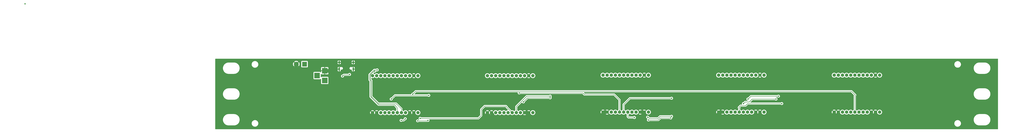
<source format=gbr>
%TF.GenerationSoftware,KiCad,Pcbnew,(6.0.11)*%
%TF.CreationDate,2023-04-30T18:38:47+02:00*%
%TF.ProjectId,T-DISPLAY-S3,542d4449-5350-44c4-9159-2d53332e6b69,1*%
%TF.SameCoordinates,Original*%
%TF.FileFunction,Copper,L2,Bot*%
%TF.FilePolarity,Positive*%
%FSLAX46Y46*%
G04 Gerber Fmt 4.6, Leading zero omitted, Abs format (unit mm)*
G04 Created by KiCad (PCBNEW (6.0.11)) date 2023-04-30 18:38:47*
%MOMM*%
%LPD*%
G01*
G04 APERTURE LIST*
%TA.AperFunction,ComponentPad*%
%ADD10C,2.000000*%
%TD*%
%TA.AperFunction,ComponentPad*%
%ADD11R,3.500000X3.500000*%
%TD*%
%TA.AperFunction,ComponentPad*%
%ADD12O,1.000000X1.600000*%
%TD*%
%TA.AperFunction,ComponentPad*%
%ADD13O,0.900000X2.100000*%
%TD*%
%TA.AperFunction,ComponentPad*%
%ADD14R,3.000000X3.000000*%
%TD*%
%TA.AperFunction,ComponentPad*%
%ADD15C,3.000000*%
%TD*%
%TA.AperFunction,ViaPad*%
%ADD16C,0.800000*%
%TD*%
%TA.AperFunction,Conductor*%
%ADD17C,0.250000*%
%TD*%
%TA.AperFunction,Conductor*%
%ADD18C,2.000000*%
%TD*%
G04 APERTURE END LIST*
D10*
%TO.P,U4,1,3v*%
%TO.N,+3V3*%
X381000000Y-244805201D03*
%TO.P,U4,2,1*%
%TO.N,unconnected-(U4-Pad2)*%
X383540000Y-244805201D03*
%TO.P,U4,3,2*%
%TO.N,unconnected-(U4-Pad3)*%
X386080000Y-244805201D03*
%TO.P,U4,4,3*%
%TO.N,unconnected-(U4-Pad4)*%
X388620000Y-244805201D03*
%TO.P,U4,5,10*%
%TO.N,unconnected-(U4-Pad5)*%
X391160000Y-244805201D03*
%TO.P,U4,6,11*%
%TO.N,unconnected-(U4-Pad6)*%
X393700000Y-244805201D03*
%TO.P,U4,7,12*%
%TO.N,unconnected-(U4-Pad7)*%
X396240000Y-244805201D03*
%TO.P,U4,8,13*%
%TO.N,unconnected-(U4-Pad8)*%
X398780000Y-244805201D03*
%TO.P,U4,9,NC*%
%TO.N,unconnected-(U4-Pad9)*%
X401320000Y-244805201D03*
%TO.P,U4,10,NC*%
%TO.N,unconnected-(U4-Pad10)*%
X403860000Y-244805201D03*
%TO.P,U4,11,GND*%
%TO.N,GND*%
X406400000Y-244805201D03*
%TO.P,U4,12,5V*%
%TO.N,+5V*%
X408940000Y-244805201D03*
%TO.P,U4,13,GND*%
%TO.N,GND*%
X381000000Y-267667065D03*
%TO.P,U4,14,GND*%
X383540000Y-267667065D03*
%TO.P,U4,15,43*%
%TO.N,unconnected-(U4-Pad15)*%
X386080000Y-267667065D03*
%TO.P,U4,16,44*%
%TO.N,unconnected-(U4-Pad16)*%
X388620000Y-267667065D03*
%TO.P,U4,17,18*%
%TO.N,/TXD3*%
X391160000Y-267667065D03*
%TO.P,U4,18,17*%
%TO.N,/TXD4*%
X393700000Y-267667065D03*
%TO.P,U4,19,21*%
%TO.N,/SDA*%
X396240000Y-267667065D03*
%TO.P,U4,20,16*%
%TO.N,/SCL*%
X398780000Y-267667065D03*
%TO.P,U4,21,NC*%
%TO.N,unconnected-(U4-Pad21)*%
X401320000Y-267667065D03*
%TO.P,U4,22,GND*%
%TO.N,GND*%
X403860000Y-267667065D03*
%TO.P,U4,23,GND*%
X406400000Y-267667065D03*
%TO.P,U4,24,3v*%
%TO.N,+3V3*%
X408940000Y-267667065D03*
%TD*%
%TO.P,U5,1,3v*%
%TO.N,+3V3*%
X452120000Y-244805201D03*
%TO.P,U5,2,1*%
%TO.N,unconnected-(U5-Pad2)*%
X454660000Y-244805201D03*
%TO.P,U5,3,2*%
%TO.N,unconnected-(U5-Pad3)*%
X457200000Y-244805201D03*
%TO.P,U5,4,3*%
%TO.N,unconnected-(U5-Pad4)*%
X459740000Y-244805201D03*
%TO.P,U5,5,10*%
%TO.N,unconnected-(U5-Pad5)*%
X462280000Y-244805201D03*
%TO.P,U5,6,11*%
%TO.N,unconnected-(U5-Pad6)*%
X464820000Y-244805201D03*
%TO.P,U5,7,12*%
%TO.N,unconnected-(U5-Pad7)*%
X467360000Y-244805201D03*
%TO.P,U5,8,13*%
%TO.N,unconnected-(U5-Pad8)*%
X469900000Y-244805201D03*
%TO.P,U5,9,NC*%
%TO.N,unconnected-(U5-Pad9)*%
X472440000Y-244805201D03*
%TO.P,U5,10,NC*%
%TO.N,unconnected-(U5-Pad10)*%
X474980000Y-244805201D03*
%TO.P,U5,11,GND*%
%TO.N,GND*%
X477520000Y-244805201D03*
%TO.P,U5,12,5V*%
%TO.N,+5V*%
X480060000Y-244805201D03*
%TO.P,U5,13,GND*%
%TO.N,GND*%
X452120000Y-267667065D03*
%TO.P,U5,14,GND*%
X454660000Y-267667065D03*
%TO.P,U5,15,43*%
%TO.N,unconnected-(U5-Pad15)*%
X457200000Y-267667065D03*
%TO.P,U5,16,44*%
%TO.N,unconnected-(U5-Pad16)*%
X459740000Y-267667065D03*
%TO.P,U5,17,18*%
%TO.N,/TXD4*%
X462280000Y-267667065D03*
%TO.P,U5,18,17*%
%TO.N,/RXD1*%
X464820000Y-267667065D03*
%TO.P,U5,19,21*%
%TO.N,/SDA*%
X467360000Y-267667065D03*
%TO.P,U5,20,16*%
%TO.N,/SCL*%
X469900000Y-267667065D03*
%TO.P,U5,21,NC*%
%TO.N,unconnected-(U5-Pad21)*%
X472440000Y-267667065D03*
%TO.P,U5,22,GND*%
%TO.N,GND*%
X474980000Y-267667065D03*
%TO.P,U5,23,GND*%
X477520000Y-267667065D03*
%TO.P,U5,24,3v*%
%TO.N,+3V3*%
X480060000Y-267667065D03*
%TD*%
%TO.P,U3,1,3v*%
%TO.N,+3V3*%
X309880000Y-244805201D03*
%TO.P,U3,2,1*%
%TO.N,unconnected-(U3-Pad2)*%
X312420000Y-244805201D03*
%TO.P,U3,3,2*%
%TO.N,unconnected-(U3-Pad3)*%
X314960000Y-244805201D03*
%TO.P,U3,4,3*%
%TO.N,unconnected-(U3-Pad4)*%
X317500000Y-244805201D03*
%TO.P,U3,5,10*%
%TO.N,unconnected-(U3-Pad5)*%
X320040000Y-244805201D03*
%TO.P,U3,6,11*%
%TO.N,unconnected-(U3-Pad6)*%
X322580000Y-244805201D03*
%TO.P,U3,7,12*%
%TO.N,unconnected-(U3-Pad7)*%
X325120000Y-244805201D03*
%TO.P,U3,8,13*%
%TO.N,unconnected-(U3-Pad8)*%
X327660000Y-244805201D03*
%TO.P,U3,9,NC*%
%TO.N,unconnected-(U3-Pad9)*%
X330200000Y-244805201D03*
%TO.P,U3,10,NC*%
%TO.N,unconnected-(U3-Pad10)*%
X332740000Y-244805201D03*
%TO.P,U3,11,GND*%
%TO.N,GND*%
X335280000Y-244805201D03*
%TO.P,U3,12,5V*%
%TO.N,+5V*%
X337820000Y-244805201D03*
%TO.P,U3,13,GND*%
%TO.N,GND*%
X309880000Y-267667065D03*
%TO.P,U3,14,GND*%
X312420000Y-267667065D03*
%TO.P,U3,15,43*%
%TO.N,unconnected-(U3-Pad15)*%
X314960000Y-267667065D03*
%TO.P,U3,16,44*%
%TO.N,unconnected-(U3-Pad16)*%
X317500000Y-267667065D03*
%TO.P,U3,17,18*%
%TO.N,/TXD2*%
X320040000Y-267667065D03*
%TO.P,U3,18,17*%
%TO.N,/TXD3*%
X322580000Y-267667065D03*
%TO.P,U3,19,21*%
%TO.N,/SDA*%
X325120000Y-267667065D03*
%TO.P,U3,20,16*%
%TO.N,/SCL*%
X327660000Y-267667065D03*
%TO.P,U3,21,NC*%
%TO.N,unconnected-(U3-Pad21)*%
X330200000Y-267667065D03*
%TO.P,U3,22,GND*%
%TO.N,GND*%
X332740000Y-267667065D03*
%TO.P,U3,23,GND*%
X335280000Y-267667065D03*
%TO.P,U3,24,3v*%
%TO.N,+3V3*%
X337820000Y-267667065D03*
%TD*%
%TO.P,U1,1,3v*%
%TO.N,+3V3*%
X168046400Y-245110000D03*
%TO.P,U1,2,1*%
%TO.N,unconnected-(U1-Pad2)*%
X170586400Y-245110000D03*
%TO.P,U1,3,2*%
%TO.N,unconnected-(U1-Pad3)*%
X173126400Y-245110000D03*
%TO.P,U1,4,3*%
%TO.N,unconnected-(U1-Pad4)*%
X175666400Y-245110000D03*
%TO.P,U1,5,10*%
%TO.N,unconnected-(U1-Pad5)*%
X178206400Y-245110000D03*
%TO.P,U1,6,11*%
%TO.N,unconnected-(U1-Pad6)*%
X180746400Y-245110000D03*
%TO.P,U1,7,12*%
%TO.N,unconnected-(U1-Pad7)*%
X183286400Y-245110000D03*
%TO.P,U1,8,13*%
%TO.N,unconnected-(U1-Pad8)*%
X185826400Y-245110000D03*
%TO.P,U1,9,NC*%
%TO.N,unconnected-(U1-Pad9)*%
X188366400Y-245110000D03*
%TO.P,U1,10,NC*%
%TO.N,unconnected-(U1-Pad10)*%
X190906400Y-245110000D03*
%TO.P,U1,11,GND*%
%TO.N,GND*%
X193446400Y-245110000D03*
%TO.P,U1,12,5V*%
%TO.N,+5V*%
X195986400Y-245110000D03*
%TO.P,U1,13,GND*%
%TO.N,GND*%
X168046400Y-267971864D03*
%TO.P,U1,14,GND*%
X170586400Y-267971864D03*
%TO.P,U1,15,43*%
%TO.N,unconnected-(U1-Pad15)*%
X173126400Y-267971864D03*
%TO.P,U1,16,44*%
%TO.N,unconnected-(U1-Pad16)*%
X175666400Y-267971864D03*
%TO.P,U1,17,18*%
%TO.N,/RXD1*%
X178206400Y-267971864D03*
%TO.P,U1,18,17*%
%TO.N,/TXD1*%
X180746400Y-267971864D03*
%TO.P,U1,19,21*%
%TO.N,/SDA*%
X183286400Y-267971864D03*
%TO.P,U1,20,16*%
%TO.N,/SCL*%
X185826400Y-267971864D03*
%TO.P,U1,21,NC*%
%TO.N,unconnected-(U1-Pad21)*%
X188366400Y-267971864D03*
%TO.P,U1,22,GND*%
%TO.N,GND*%
X190906400Y-267971864D03*
%TO.P,U1,23,GND*%
X193446400Y-267971864D03*
%TO.P,U1,24,3v*%
%TO.N,+3V3*%
X195986400Y-267971864D03*
%TD*%
%TO.P,U2,1,3v*%
%TO.N,+3V3*%
X238760000Y-245110000D03*
%TO.P,U2,2,1*%
%TO.N,unconnected-(U2-Pad2)*%
X241300000Y-245110000D03*
%TO.P,U2,3,2*%
%TO.N,unconnected-(U2-Pad3)*%
X243840000Y-245110000D03*
%TO.P,U2,4,3*%
%TO.N,unconnected-(U2-Pad4)*%
X246380000Y-245110000D03*
%TO.P,U2,5,10*%
%TO.N,unconnected-(U2-Pad5)*%
X248920000Y-245110000D03*
%TO.P,U2,6,11*%
%TO.N,unconnected-(U2-Pad6)*%
X251460000Y-245110000D03*
%TO.P,U2,7,12*%
%TO.N,unconnected-(U2-Pad7)*%
X254000000Y-245110000D03*
%TO.P,U2,8,13*%
%TO.N,unconnected-(U2-Pad8)*%
X256540000Y-245110000D03*
%TO.P,U2,9,NC*%
%TO.N,unconnected-(U2-Pad9)*%
X259080000Y-245110000D03*
%TO.P,U2,10,NC*%
%TO.N,unconnected-(U2-Pad10)*%
X261620000Y-245110000D03*
%TO.P,U2,11,GND*%
%TO.N,GND*%
X264160000Y-245110000D03*
%TO.P,U2,12,5V*%
%TO.N,+5V*%
X266700000Y-245110000D03*
%TO.P,U2,13,GND*%
%TO.N,GND*%
X238760000Y-267971864D03*
%TO.P,U2,14,GND*%
X241300000Y-267971864D03*
%TO.P,U2,15,43*%
%TO.N,unconnected-(U2-Pad15)*%
X243840000Y-267971864D03*
%TO.P,U2,16,44*%
%TO.N,unconnected-(U2-Pad16)*%
X246380000Y-267971864D03*
%TO.P,U2,17,18*%
%TO.N,/TXD1*%
X248920000Y-267971864D03*
%TO.P,U2,18,17*%
%TO.N,/TXD2*%
X251460000Y-267971864D03*
%TO.P,U2,19,21*%
%TO.N,/SDA*%
X254000000Y-267971864D03*
%TO.P,U2,20,16*%
%TO.N,/SCL*%
X256540000Y-267971864D03*
%TO.P,U2,21,NC*%
%TO.N,unconnected-(U2-Pad21)*%
X259080000Y-267971864D03*
%TO.P,U2,22,GND*%
%TO.N,GND*%
X261620000Y-267971864D03*
%TO.P,U2,23,GND*%
X264160000Y-267971864D03*
%TO.P,U2,24,3v*%
%TO.N,+3V3*%
X266700000Y-267971864D03*
%TD*%
D11*
%TO.P,J3,1*%
%TO.N,+5V*%
X138668000Y-248062000D03*
%TO.P,J3,2*%
%TO.N,GND*%
X138668000Y-242062000D03*
%TO.P,J3,3*%
%TO.N,N/C*%
X133968000Y-245062000D03*
%TD*%
D12*
%TO.P,J2,S1,SHIELD*%
%TO.N,GND*%
X147572000Y-236890000D03*
D13*
X147572000Y-241070000D03*
X156212000Y-241070000D03*
D12*
X156212000Y-236890000D03*
%TD*%
D14*
%TO.P,J1,1,Pin_1*%
%TO.N,+5V*%
X126238000Y-237998000D03*
D15*
%TO.P,J1,2,Pin_2*%
%TO.N,GND*%
X121158000Y-237998000D03*
%TD*%
D16*
%TO.N,/SDA*%
X197358000Y-271526000D03*
X188214000Y-271780000D03*
X185674000Y-272796000D03*
%TO.N,/SCL*%
X195834000Y-273050000D03*
X202184000Y-272796000D03*
%TO.N,/SDA*%
X260858000Y-261366000D03*
X277368000Y-258826000D03*
%TO.N,/SCL*%
X277368000Y-257810000D03*
%TO.N,/TXD3*%
X352044000Y-259080000D03*
%TO.N,/SDA*%
X329184000Y-271018000D03*
X337312000Y-270764000D03*
X352044000Y-270256000D03*
%TO.N,/SCL*%
X337820000Y-272542000D03*
X351536000Y-271272000D03*
%TO.N,/SDA*%
X396240000Y-262382000D03*
X416306000Y-259588000D03*
%TO.N,/SCL*%
X399034000Y-259588000D03*
X417830000Y-257810000D03*
%TO.N,/TXD4*%
X419862000Y-262382000D03*
%TO.N,/TXD2*%
X258318000Y-255778000D03*
%TO.N,/RXD1*%
X192786000Y-256577500D03*
%TO.N,/TXD1*%
X179578000Y-259588000D03*
X202692000Y-257302000D03*
%TO.N,/SDA*%
X170942000Y-241554000D03*
%TO.N,/SCL*%
X169418000Y-242316000D03*
%TO.N,+5V*%
X153924000Y-244348000D03*
X149606000Y-245364000D03*
%TO.N,*%
X-45720000Y-200660000D03*
%TD*%
D17*
%TO.N,/SDA*%
X250698000Y-264669864D02*
X254000000Y-267971864D01*
X250698000Y-264414000D02*
X250698000Y-264669864D01*
X250190000Y-263906000D02*
X250698000Y-264414000D01*
X236982000Y-263906000D02*
X250190000Y-263906000D01*
X234950000Y-265938000D02*
X236982000Y-263906000D01*
X234950000Y-269748000D02*
X234950000Y-265938000D01*
X233172000Y-271526000D02*
X234950000Y-269748000D01*
X197358000Y-271526000D02*
X233172000Y-271526000D01*
X187198000Y-272796000D02*
X188214000Y-271780000D01*
X185674000Y-272796000D02*
X187198000Y-272796000D01*
%TO.N,/SCL*%
X201930000Y-273050000D02*
X195834000Y-273050000D01*
X202184000Y-272796000D02*
X201930000Y-273050000D01*
%TO.N,/SDA*%
X263398000Y-258826000D02*
X260858000Y-261366000D01*
X270256000Y-258826000D02*
X263398000Y-258826000D01*
X277368000Y-258826000D02*
X270256000Y-258826000D01*
%TO.N,/SCL*%
X256540000Y-264160000D02*
X256540000Y-267971864D01*
X262890000Y-257810000D02*
X256540000Y-264160000D01*
X277368000Y-257810000D02*
X262890000Y-257810000D01*
%TO.N,/TXD3*%
X322580000Y-262890000D02*
X322580000Y-267667065D01*
X326390000Y-259080000D02*
X322580000Y-262890000D01*
X352044000Y-259080000D02*
X326390000Y-259080000D01*
%TO.N,/SDA*%
X325628000Y-271018000D02*
X325120000Y-270510000D01*
X325120000Y-270510000D02*
X325120000Y-267667065D01*
X337566000Y-270764000D02*
X337312000Y-270764000D01*
X340360000Y-271526000D02*
X338328000Y-271526000D01*
X343662000Y-271526000D02*
X340360000Y-271526000D01*
X338328000Y-271526000D02*
X337566000Y-270764000D01*
X344170000Y-271018000D02*
X343662000Y-271526000D01*
X344932000Y-270256000D02*
X344170000Y-271018000D01*
X329184000Y-271018000D02*
X325628000Y-271018000D01*
X352044000Y-270256000D02*
X344932000Y-270256000D01*
%TO.N,/SCL*%
X343916000Y-272542000D02*
X337820000Y-272542000D01*
X344678000Y-271780000D02*
X343916000Y-272542000D01*
X345186000Y-271272000D02*
X344678000Y-271780000D01*
X351536000Y-271272000D02*
X345186000Y-271272000D01*
%TO.N,/SDA*%
X397256000Y-261366000D02*
X396240000Y-262382000D01*
X397764000Y-261366000D02*
X397256000Y-261366000D01*
X399796000Y-261366000D02*
X397764000Y-261366000D01*
X400812000Y-260350000D02*
X399796000Y-261366000D01*
X401574000Y-259588000D02*
X400812000Y-260350000D01*
X416306000Y-259588000D02*
X401574000Y-259588000D01*
%TO.N,/SCL*%
X417830000Y-257810000D02*
X400812000Y-257810000D01*
X400812000Y-257810000D02*
X399034000Y-259588000D01*
%TO.N,/TXD4*%
X393700000Y-265176000D02*
X393700000Y-267667065D01*
X393446000Y-264922000D02*
X393700000Y-265176000D01*
X393446000Y-264668000D02*
X393446000Y-264922000D01*
X394462000Y-263652000D02*
X393446000Y-264668000D01*
X397510000Y-263652000D02*
X394462000Y-263652000D01*
X398780000Y-262382000D02*
X397510000Y-263652000D01*
X419862000Y-262382000D02*
X398780000Y-262382000D01*
%TO.N,/TXD2*%
X320040000Y-260096000D02*
X320040000Y-267667065D01*
X316738000Y-256794000D02*
X320040000Y-260096000D01*
X298450000Y-256794000D02*
X316738000Y-256794000D01*
X297434000Y-255778000D02*
X298450000Y-256794000D01*
X258318000Y-255778000D02*
X297434000Y-255778000D01*
%TO.N,/RXD1*%
X464820000Y-257302000D02*
X464820000Y-267667065D01*
X465074000Y-257048000D02*
X464820000Y-257302000D01*
X462788000Y-254762000D02*
X465074000Y-257048000D01*
X194601500Y-254762000D02*
X462788000Y-254762000D01*
X192786000Y-256577500D02*
X194601500Y-254762000D01*
%TO.N,/TXD1*%
X181864000Y-257302000D02*
X179578000Y-259588000D01*
X202692000Y-257302000D02*
X181864000Y-257302000D01*
%TO.N,/SDA*%
X183286400Y-265074400D02*
X183286400Y-267971864D01*
X182626000Y-264414000D02*
X183286400Y-265074400D01*
X182626000Y-264160000D02*
X182626000Y-264414000D01*
X181610000Y-263144000D02*
X182626000Y-264160000D01*
X171829604Y-263144000D02*
X181610000Y-263144000D01*
X166878000Y-258192396D02*
X171829604Y-263144000D01*
X166878000Y-248412000D02*
X166878000Y-258192396D01*
X166271400Y-247805400D02*
X166878000Y-248412000D01*
X166271400Y-244374771D02*
X166271400Y-247805400D01*
X169092171Y-241554000D02*
X166271400Y-244374771D01*
X170942000Y-241554000D02*
X169092171Y-241554000D01*
%TO.N,/SCL*%
X185826400Y-265582400D02*
X185826400Y-267971864D01*
X182626000Y-262382000D02*
X185826400Y-265582400D01*
X171704000Y-262382000D02*
X182626000Y-262382000D01*
X167386000Y-258064000D02*
X171704000Y-262382000D01*
X167386000Y-248158000D02*
X167386000Y-258064000D01*
X166721400Y-247493400D02*
X167386000Y-248158000D01*
X166721400Y-244561167D02*
X166721400Y-247493400D01*
X169418000Y-242316000D02*
X168966567Y-242316000D01*
X168966567Y-242316000D02*
X166721400Y-244561167D01*
%TO.N,+5V*%
X151130000Y-244602000D02*
X153670000Y-244602000D01*
X150368000Y-244602000D02*
X151130000Y-244602000D01*
X153670000Y-244602000D02*
X153924000Y-244348000D01*
X149606000Y-245364000D02*
X150368000Y-244602000D01*
D18*
%TO.N,GND*%
X449732400Y-274421600D02*
X450392800Y-275082000D01*
X129133600Y-268173200D02*
X126644400Y-268173200D01*
X165862000Y-274980400D02*
X166624000Y-274218400D01*
X402742400Y-274421600D02*
X404520400Y-272643600D01*
X138668000Y-242062000D02*
X140868400Y-242062000D01*
X327456800Y-274421600D02*
X334264000Y-274421600D01*
X170586400Y-273608800D02*
X170586400Y-267971864D01*
X187655200Y-274980400D02*
X190906400Y-271729200D01*
X309880000Y-267667065D02*
X312420000Y-267667065D01*
X474980000Y-272389600D02*
X474980000Y-267667065D01*
X193040000Y-274980400D02*
X236575600Y-274980400D01*
X402742400Y-274421600D02*
X449732400Y-274421600D01*
X476199200Y-275082000D02*
X477520000Y-273761200D01*
X236575600Y-274980400D02*
X240842800Y-274980400D01*
X124637800Y-270179800D02*
X124637800Y-271195800D01*
X190906400Y-271729200D02*
X190906400Y-267971864D01*
X140868400Y-242062000D02*
X142392400Y-243586000D01*
X241960400Y-269203534D02*
X241300000Y-268543134D01*
X307390800Y-274980400D02*
X326898000Y-274980400D01*
X240842800Y-274980400D02*
X262128000Y-274980400D01*
X168046400Y-272796000D02*
X168046400Y-267971864D01*
X452272400Y-271881600D02*
X452120000Y-271729200D01*
X453948800Y-271881600D02*
X454660000Y-271170400D01*
X332740000Y-267667065D02*
X335280000Y-267667065D01*
X121158000Y-267716000D02*
X124637800Y-271195800D01*
X404520400Y-272643600D02*
X403860000Y-271983200D01*
X474421200Y-275082000D02*
X474421200Y-272948400D01*
X165862000Y-274980400D02*
X187655200Y-274980400D01*
X264160000Y-272948400D02*
X264160000Y-267971864D01*
X261620000Y-267971864D02*
X264160000Y-267971864D01*
X193446400Y-274370800D02*
X193446400Y-267971864D01*
X474421200Y-275082000D02*
X476199200Y-275082000D01*
X307390800Y-274980400D02*
X309981600Y-272389600D01*
X262128000Y-274980400D02*
X264160000Y-272948400D01*
X403860000Y-271983200D02*
X403860000Y-267667065D01*
X124637800Y-271195800D02*
X128422400Y-274980400D01*
X238760000Y-272796000D02*
X238760000Y-267971864D01*
X406400000Y-270764000D02*
X406400000Y-267667065D01*
X334264000Y-274421600D02*
X335280000Y-273405600D01*
X165862000Y-274980400D02*
X168046400Y-272796000D01*
X187655200Y-274980400D02*
X193040000Y-274980400D01*
X309981600Y-272389600D02*
X309880000Y-272288000D01*
X334264000Y-274421600D02*
X379222000Y-274421600D01*
X193548000Y-274472400D02*
X193446400Y-274370800D01*
X262128000Y-274980400D02*
X307390800Y-274980400D01*
X166624000Y-274218400D02*
X169976800Y-274218400D01*
X240842800Y-274980400D02*
X241960400Y-273862800D01*
X452120000Y-271729200D02*
X452120000Y-267667065D01*
X454660000Y-271170400D02*
X454660000Y-267667065D01*
X474421200Y-272948400D02*
X474980000Y-272389600D01*
X477520000Y-273761200D02*
X477520000Y-267667065D01*
X142392400Y-243586000D02*
X142392400Y-254914400D01*
X236575600Y-274980400D02*
X238760000Y-272796000D01*
X335280000Y-273405600D02*
X335280000Y-267667065D01*
X381000000Y-272643600D02*
X381000000Y-267667065D01*
X326898000Y-274980400D02*
X327456800Y-274421600D01*
X379222000Y-274421600D02*
X402742400Y-274421600D01*
X241960400Y-273862800D02*
X241960400Y-269203534D01*
X309880000Y-272288000D02*
X309880000Y-267667065D01*
X452272400Y-271881600D02*
X453948800Y-271881600D01*
X450392800Y-275082000D02*
X474421200Y-275082000D01*
X142392400Y-254914400D02*
X129133600Y-268173200D01*
X169976800Y-274218400D02*
X170586400Y-273608800D01*
X241300000Y-268543134D02*
X241300000Y-267971864D01*
X381000000Y-267667065D02*
X383540000Y-267667065D01*
X121158000Y-237998000D02*
X121158000Y-267716000D01*
X404520400Y-272643600D02*
X406400000Y-270764000D01*
X449732400Y-274421600D02*
X452272400Y-271881600D01*
X128422400Y-274980400D02*
X165862000Y-274980400D01*
X193040000Y-274980400D02*
X193548000Y-274472400D01*
X379222000Y-274421600D02*
X381000000Y-272643600D01*
X126644400Y-268173200D02*
X124637800Y-270179800D01*
%TD*%
%TA.AperFunction,Conductor*%
%TO.N,GND*%
G36*
X552861933Y-234666502D02*
G01*
X552908426Y-234720158D01*
X552919812Y-234772500D01*
X552919812Y-278103500D01*
X552899810Y-278171621D01*
X552846154Y-278218114D01*
X552793812Y-278229500D01*
X71462812Y-278229500D01*
X71394691Y-278209498D01*
X71348198Y-278155842D01*
X71336812Y-278103500D01*
X71336812Y-272429170D01*
X76055240Y-272429170D01*
X76055449Y-272432428D01*
X76055449Y-272432438D01*
X76075051Y-272738206D01*
X76078586Y-272793348D01*
X76139582Y-273153139D01*
X76237570Y-273504663D01*
X76371492Y-273844127D01*
X76373000Y-273847026D01*
X76373001Y-273847028D01*
X76410334Y-273918794D01*
X76539904Y-274167867D01*
X76541696Y-274170581D01*
X76541702Y-274170591D01*
X76722116Y-274443811D01*
X76740989Y-274472392D01*
X76972577Y-274754416D01*
X76974916Y-274756727D01*
X76974917Y-274756728D01*
X77083469Y-274863978D01*
X77232170Y-275010896D01*
X77234721Y-275012940D01*
X77234728Y-275012946D01*
X77399280Y-275144778D01*
X77516967Y-275239065D01*
X77823896Y-275436462D01*
X77826807Y-275437932D01*
X77826814Y-275437936D01*
X78103098Y-275577451D01*
X78149645Y-275600956D01*
X78152706Y-275602121D01*
X78487635Y-275729607D01*
X78487640Y-275729608D01*
X78490699Y-275730773D01*
X78493867Y-275731615D01*
X78493870Y-275731616D01*
X78840204Y-275823669D01*
X78840207Y-275823670D01*
X78843380Y-275824513D01*
X78846629Y-275825024D01*
X78846631Y-275825024D01*
X78971864Y-275844704D01*
X79203881Y-275881164D01*
X79421233Y-275892466D01*
X79540667Y-275898677D01*
X79546095Y-275899272D01*
X79546107Y-275899133D01*
X79550965Y-275899569D01*
X79555762Y-275900376D01*
X79562140Y-275900454D01*
X79563454Y-275900470D01*
X79563457Y-275900470D01*
X79568314Y-275900529D01*
X79595937Y-275896573D01*
X79613799Y-275895300D01*
X82750750Y-275895300D01*
X82771655Y-275897046D01*
X82786656Y-275899570D01*
X82786659Y-275899570D01*
X82791448Y-275900376D01*
X82797585Y-275900451D01*
X82799137Y-275900470D01*
X82799141Y-275900470D01*
X82804000Y-275900529D01*
X82807353Y-275900049D01*
X82808582Y-275900324D01*
X82808559Y-275899876D01*
X82820084Y-275899272D01*
X83171241Y-275880869D01*
X83174481Y-275880356D01*
X83174489Y-275880355D01*
X83341442Y-275853912D01*
X83534459Y-275823341D01*
X83889674Y-275728161D01*
X84232994Y-275596373D01*
X84281180Y-275571821D01*
X84557717Y-275430919D01*
X84557724Y-275430915D01*
X84560658Y-275429420D01*
X84869075Y-275229132D01*
X85154867Y-274997702D01*
X85414902Y-274737667D01*
X85512692Y-274616907D01*
X93717603Y-274616907D01*
X93718015Y-274624051D01*
X93733581Y-274894019D01*
X93734406Y-274898226D01*
X93734407Y-274898231D01*
X93756914Y-275012946D01*
X93787020Y-275166398D01*
X93788407Y-275170449D01*
X93788408Y-275170453D01*
X93875541Y-275424949D01*
X93875545Y-275424958D01*
X93876930Y-275429004D01*
X93899974Y-275474822D01*
X93994590Y-275662945D01*
X94001648Y-275676979D01*
X94041479Y-275734933D01*
X94155249Y-275900470D01*
X94158866Y-275905733D01*
X94345676Y-276111033D01*
X94348965Y-276113783D01*
X94555327Y-276286329D01*
X94555332Y-276286333D01*
X94558619Y-276289081D01*
X94793756Y-276436583D01*
X95046736Y-276550807D01*
X95050847Y-276552025D01*
X95050853Y-276552027D01*
X95308764Y-276628424D01*
X95308769Y-276628425D01*
X95312877Y-276629642D01*
X95317111Y-276630290D01*
X95317116Y-276630291D01*
X95560203Y-276667488D01*
X95587255Y-276671628D01*
X95728552Y-276673848D01*
X95860501Y-276675921D01*
X95860507Y-276675921D01*
X95864792Y-276675988D01*
X96140353Y-276642641D01*
X96382454Y-276579127D01*
X96404696Y-276573292D01*
X96404697Y-276573292D01*
X96408839Y-276572205D01*
X96665282Y-276465983D01*
X96785109Y-276395962D01*
X96901233Y-276328104D01*
X96901234Y-276328103D01*
X96904936Y-276325940D01*
X97123367Y-276154669D01*
X97162989Y-276113783D01*
X97313550Y-275958415D01*
X97316533Y-275955337D01*
X97319066Y-275951889D01*
X97319070Y-275951884D01*
X97478321Y-275735089D01*
X97480859Y-275731634D01*
X97526486Y-275647600D01*
X97611254Y-275491476D01*
X97611255Y-275491474D01*
X97613304Y-275487700D01*
X97711419Y-275228047D01*
X97773387Y-274957481D01*
X97794903Y-274716393D01*
X97797841Y-274683475D01*
X97797841Y-274683471D01*
X97798061Y-274681008D01*
X97798509Y-274638275D01*
X97797539Y-274624049D01*
X97797048Y-274616843D01*
X526010052Y-274616843D01*
X526010299Y-274621124D01*
X526010299Y-274621127D01*
X526010303Y-274621185D01*
X526010463Y-274623965D01*
X526026079Y-274894790D01*
X526079678Y-275167991D01*
X526081064Y-275172039D01*
X526167655Y-275424949D01*
X526169860Y-275431390D01*
X526196160Y-275483682D01*
X526278603Y-275647600D01*
X526294955Y-275680113D01*
X526332632Y-275734933D01*
X526450019Y-275905733D01*
X526452647Y-275909557D01*
X526640020Y-276115477D01*
X526643309Y-276118227D01*
X526850314Y-276291311D01*
X526850319Y-276291315D01*
X526853606Y-276294063D01*
X526915986Y-276333194D01*
X527085812Y-276439726D01*
X527085816Y-276439728D01*
X527089452Y-276442009D01*
X527343195Y-276556578D01*
X527347314Y-276557798D01*
X527606027Y-276634433D01*
X527606032Y-276634434D01*
X527610140Y-276635651D01*
X527614374Y-276636299D01*
X527614379Y-276636300D01*
X527881103Y-276677114D01*
X527881105Y-276677114D01*
X527885345Y-276677763D01*
X528027084Y-276679990D01*
X528159429Y-276682069D01*
X528159435Y-276682069D01*
X528163720Y-276682136D01*
X528440113Y-276648689D01*
X528709409Y-276578040D01*
X528966626Y-276471498D01*
X529014069Y-276443775D01*
X529203305Y-276333194D01*
X529203306Y-276333194D01*
X529207003Y-276331033D01*
X529210739Y-276328104D01*
X529422721Y-276161888D01*
X529426093Y-276159244D01*
X529430527Y-276154669D01*
X529616858Y-275962389D01*
X529619841Y-275959311D01*
X529622374Y-275955863D01*
X529622378Y-275955858D01*
X529782125Y-275738388D01*
X529784663Y-275734933D01*
X529917509Y-275490263D01*
X530015919Y-275229827D01*
X530032207Y-275158711D01*
X530077117Y-274962624D01*
X530077118Y-274962619D01*
X530078074Y-274958444D01*
X530102823Y-274681137D01*
X530103272Y-274638275D01*
X530102302Y-274624049D01*
X530084628Y-274364788D01*
X530084627Y-274364782D01*
X530084336Y-274360511D01*
X530027878Y-274087886D01*
X529934943Y-273825446D01*
X529807251Y-273578047D01*
X529796704Y-273563039D01*
X529702894Y-273429562D01*
X529647164Y-273350266D01*
X529544631Y-273239928D01*
X529460566Y-273149463D01*
X529460563Y-273149461D01*
X529457645Y-273146320D01*
X529242201Y-272969981D01*
X529004818Y-272824512D01*
X528954822Y-272802565D01*
X528753821Y-272714332D01*
X528749889Y-272712606D01*
X528745189Y-272711267D01*
X528675370Y-272691379D01*
X528482132Y-272636334D01*
X528477890Y-272635730D01*
X528477884Y-272635729D01*
X528249486Y-272603223D01*
X528206500Y-272597105D01*
X528060292Y-272596340D01*
X527932381Y-272595670D01*
X527932375Y-272595670D01*
X527928095Y-272595648D01*
X527923851Y-272596207D01*
X527923847Y-272596207D01*
X527803048Y-272612110D01*
X527652067Y-272631987D01*
X527647927Y-272633120D01*
X527647925Y-272633120D01*
X527434968Y-272691379D01*
X527383526Y-272705452D01*
X527127439Y-272814682D01*
X526888546Y-272957657D01*
X526885195Y-272960341D01*
X526885193Y-272960343D01*
X526826068Y-273007711D01*
X526671267Y-273131730D01*
X526539771Y-273270298D01*
X526485749Y-273327226D01*
X526479623Y-273333681D01*
X526317160Y-273559772D01*
X526261554Y-273664794D01*
X526196003Y-273788599D01*
X526186884Y-273805821D01*
X526185412Y-273809844D01*
X526185410Y-273809848D01*
X526092874Y-274062714D01*
X526091206Y-274067273D01*
X526031896Y-274339292D01*
X526010052Y-274616843D01*
X97797048Y-274616843D01*
X97779922Y-274365623D01*
X97779921Y-274365617D01*
X97779630Y-274361346D01*
X97758826Y-274260885D01*
X97724213Y-274093748D01*
X97723342Y-274089542D01*
X97715457Y-274067273D01*
X97632118Y-273831932D01*
X97630687Y-273827891D01*
X97503378Y-273581236D01*
X97498674Y-273574542D01*
X97346240Y-273357651D01*
X97346239Y-273357650D01*
X97343773Y-273354141D01*
X97154825Y-273150808D01*
X97146024Y-273143604D01*
X96979702Y-273007472D01*
X96940028Y-272974999D01*
X96703360Y-272829969D01*
X96690929Y-272824512D01*
X96625977Y-272796000D01*
X184760496Y-272796000D01*
X184761186Y-272802565D01*
X184778547Y-272967742D01*
X184780458Y-272985928D01*
X184839473Y-273167556D01*
X184842776Y-273173278D01*
X184842777Y-273173279D01*
X184844059Y-273175500D01*
X184934960Y-273332944D01*
X184939378Y-273337851D01*
X184939379Y-273337852D01*
X185021452Y-273429003D01*
X185062747Y-273474866D01*
X185103759Y-273504663D01*
X185210003Y-273581854D01*
X185217248Y-273587118D01*
X185223276Y-273589802D01*
X185223278Y-273589803D01*
X185385681Y-273662109D01*
X185391712Y-273664794D01*
X185473304Y-273682137D01*
X185572056Y-273703128D01*
X185572061Y-273703128D01*
X185578513Y-273704500D01*
X185769487Y-273704500D01*
X185775939Y-273703128D01*
X185775944Y-273703128D01*
X185874696Y-273682137D01*
X185956288Y-273664794D01*
X185962319Y-273662109D01*
X186124722Y-273589803D01*
X186124724Y-273589802D01*
X186130752Y-273587118D01*
X186137998Y-273581854D01*
X186263672Y-273490546D01*
X186285253Y-273474866D01*
X186289668Y-273469963D01*
X186294580Y-273465540D01*
X186295705Y-273466789D01*
X186349014Y-273433949D01*
X186382200Y-273429500D01*
X187119233Y-273429500D01*
X187130416Y-273430027D01*
X187137909Y-273431702D01*
X187145835Y-273431453D01*
X187145836Y-273431453D01*
X187205986Y-273429562D01*
X187209945Y-273429500D01*
X187237856Y-273429500D01*
X187241791Y-273429003D01*
X187241856Y-273428995D01*
X187253693Y-273428062D01*
X187285951Y-273427048D01*
X187289970Y-273426922D01*
X187297889Y-273426673D01*
X187317343Y-273421021D01*
X187336700Y-273417013D01*
X187348930Y-273415468D01*
X187348931Y-273415468D01*
X187356797Y-273414474D01*
X187364168Y-273411555D01*
X187364170Y-273411555D01*
X187397912Y-273398196D01*
X187409142Y-273394351D01*
X187443983Y-273384229D01*
X187443984Y-273384229D01*
X187451593Y-273382018D01*
X187458412Y-273377985D01*
X187458417Y-273377983D01*
X187469028Y-273371707D01*
X187486776Y-273363012D01*
X187505617Y-273355552D01*
X187541387Y-273329564D01*
X187551307Y-273323048D01*
X187582535Y-273304580D01*
X187582538Y-273304578D01*
X187589362Y-273300542D01*
X187603683Y-273286221D01*
X187618717Y-273273380D01*
X187628694Y-273266131D01*
X187635107Y-273261472D01*
X187640157Y-273255368D01*
X187640162Y-273255363D01*
X187663293Y-273227402D01*
X187671283Y-273218621D01*
X187839904Y-273050000D01*
X194920496Y-273050000D01*
X194921186Y-273056565D01*
X194938863Y-273224749D01*
X194940458Y-273239928D01*
X194999473Y-273421556D01*
X195002776Y-273427278D01*
X195002777Y-273427279D01*
X195004059Y-273429500D01*
X195094960Y-273586944D01*
X195099378Y-273591851D01*
X195099379Y-273591852D01*
X195199572Y-273703128D01*
X195222747Y-273728866D01*
X195294061Y-273780679D01*
X195364605Y-273831932D01*
X195377248Y-273841118D01*
X195383276Y-273843802D01*
X195383278Y-273843803D01*
X195384006Y-273844127D01*
X195551712Y-273918794D01*
X195645112Y-273938647D01*
X195732056Y-273957128D01*
X195732061Y-273957128D01*
X195738513Y-273958500D01*
X195929487Y-273958500D01*
X195935939Y-273957128D01*
X195935944Y-273957128D01*
X196022888Y-273938647D01*
X196116288Y-273918794D01*
X196283994Y-273844127D01*
X196284722Y-273843803D01*
X196284724Y-273843802D01*
X196290752Y-273841118D01*
X196303396Y-273831932D01*
X196423671Y-273744546D01*
X196445253Y-273728866D01*
X196449668Y-273723963D01*
X196454580Y-273719540D01*
X196455705Y-273720789D01*
X196509014Y-273687949D01*
X196542200Y-273683500D01*
X201851233Y-273683500D01*
X201862416Y-273684027D01*
X201869909Y-273685702D01*
X201877835Y-273685453D01*
X201877836Y-273685453D01*
X201937986Y-273683562D01*
X201941945Y-273683500D01*
X201969856Y-273683500D01*
X201969856Y-273683632D01*
X202001158Y-273685932D01*
X202088513Y-273704500D01*
X202279487Y-273704500D01*
X202285939Y-273703128D01*
X202285944Y-273703128D01*
X202384696Y-273682137D01*
X202466288Y-273664794D01*
X202472319Y-273662109D01*
X202634722Y-273589803D01*
X202634724Y-273589802D01*
X202640752Y-273587118D01*
X202647998Y-273581854D01*
X202754241Y-273504663D01*
X202795253Y-273474866D01*
X202836548Y-273429003D01*
X202918621Y-273337852D01*
X202918622Y-273337851D01*
X202923040Y-273332944D01*
X203013941Y-273175500D01*
X203015223Y-273173279D01*
X203015224Y-273173278D01*
X203018527Y-273167556D01*
X203077542Y-272985928D01*
X203079454Y-272967742D01*
X203096814Y-272802565D01*
X203097504Y-272796000D01*
X203088952Y-272714633D01*
X203078232Y-272612635D01*
X203078232Y-272612633D01*
X203077542Y-272606072D01*
X203018527Y-272424444D01*
X203005855Y-272402495D01*
X202974681Y-272348500D01*
X202957943Y-272279504D01*
X202981164Y-272212413D01*
X203036971Y-272168526D01*
X203083800Y-272159500D01*
X233093233Y-272159500D01*
X233104416Y-272160027D01*
X233111909Y-272161702D01*
X233119835Y-272161453D01*
X233119836Y-272161453D01*
X233179986Y-272159562D01*
X233183945Y-272159500D01*
X233211856Y-272159500D01*
X233215791Y-272159003D01*
X233215856Y-272158995D01*
X233227693Y-272158062D01*
X233259951Y-272157048D01*
X233263970Y-272156922D01*
X233271889Y-272156673D01*
X233291343Y-272151021D01*
X233310700Y-272147013D01*
X233322930Y-272145468D01*
X233322931Y-272145468D01*
X233330797Y-272144474D01*
X233338168Y-272141555D01*
X233338170Y-272141555D01*
X233371912Y-272128196D01*
X233383142Y-272124351D01*
X233417983Y-272114229D01*
X233417984Y-272114229D01*
X233425593Y-272112018D01*
X233432412Y-272107985D01*
X233432417Y-272107983D01*
X233443028Y-272101707D01*
X233460776Y-272093012D01*
X233479617Y-272085552D01*
X233515387Y-272059564D01*
X233525307Y-272053048D01*
X233556535Y-272034580D01*
X233556538Y-272034578D01*
X233563362Y-272030542D01*
X233577683Y-272016221D01*
X233592717Y-272003380D01*
X233594345Y-272002197D01*
X233609107Y-271991472D01*
X233637298Y-271957395D01*
X233645288Y-271948616D01*
X235342247Y-270251657D01*
X235350537Y-270244113D01*
X235357018Y-270240000D01*
X235403659Y-270190332D01*
X235406413Y-270187491D01*
X235426135Y-270167769D01*
X235428619Y-270164567D01*
X235436317Y-270155555D01*
X235461161Y-270129098D01*
X235466586Y-270123321D01*
X235476347Y-270105566D01*
X235487198Y-270089047D01*
X235499614Y-270073041D01*
X235515672Y-270035933D01*
X235517174Y-270032463D01*
X235522391Y-270021813D01*
X235543695Y-269983060D01*
X235548733Y-269963437D01*
X235555137Y-269944734D01*
X235560033Y-269933420D01*
X235560033Y-269933419D01*
X235563181Y-269926145D01*
X235564420Y-269918322D01*
X235564423Y-269918312D01*
X235570099Y-269882476D01*
X235572505Y-269870856D01*
X235581528Y-269835711D01*
X235581528Y-269835710D01*
X235583500Y-269828030D01*
X235583500Y-269807776D01*
X235585051Y-269788065D01*
X235586980Y-269775886D01*
X235588220Y-269768057D01*
X235584059Y-269724038D01*
X235583500Y-269712181D01*
X235583500Y-269204534D01*
X237892160Y-269204534D01*
X237897887Y-269212184D01*
X238069042Y-269317069D01*
X238077837Y-269321551D01*
X238287988Y-269408598D01*
X238297373Y-269411647D01*
X238518554Y-269464749D01*
X238528301Y-269466292D01*
X238755070Y-269484139D01*
X238764930Y-269484139D01*
X238991699Y-269466292D01*
X239001446Y-269464749D01*
X239222627Y-269411647D01*
X239232012Y-269408598D01*
X239442163Y-269321551D01*
X239450958Y-269317069D01*
X239618445Y-269214432D01*
X239627400Y-269204534D01*
X240432160Y-269204534D01*
X240437887Y-269212184D01*
X240609042Y-269317069D01*
X240617837Y-269321551D01*
X240827988Y-269408598D01*
X240837373Y-269411647D01*
X241058554Y-269464749D01*
X241068301Y-269466292D01*
X241295070Y-269484139D01*
X241304930Y-269484139D01*
X241531699Y-269466292D01*
X241541446Y-269464749D01*
X241762627Y-269411647D01*
X241772012Y-269408598D01*
X241982163Y-269321551D01*
X241990958Y-269317069D01*
X242158445Y-269214432D01*
X242167907Y-269203974D01*
X242164124Y-269195198D01*
X241312812Y-268343886D01*
X241298868Y-268336272D01*
X241297035Y-268336403D01*
X241290420Y-268340654D01*
X240438920Y-269192154D01*
X240432160Y-269204534D01*
X239627400Y-269204534D01*
X239627907Y-269203974D01*
X239624124Y-269195198D01*
X238772812Y-268343886D01*
X238758868Y-268336272D01*
X238757035Y-268336403D01*
X238750420Y-268340654D01*
X237898920Y-269192154D01*
X237892160Y-269204534D01*
X235583500Y-269204534D01*
X235583500Y-267976794D01*
X237247725Y-267976794D01*
X237265572Y-268203563D01*
X237267115Y-268213310D01*
X237320217Y-268434491D01*
X237323266Y-268443876D01*
X237410313Y-268654027D01*
X237414795Y-268662822D01*
X237517432Y-268830309D01*
X237527890Y-268839771D01*
X237536666Y-268835988D01*
X238387978Y-267984676D01*
X238394356Y-267972996D01*
X239124408Y-267972996D01*
X239124539Y-267974829D01*
X239128790Y-267981444D01*
X239980290Y-268832944D01*
X239994234Y-268840558D01*
X240027551Y-268838175D01*
X240028641Y-268837769D01*
X240058217Y-268839144D01*
X240066253Y-268840476D01*
X240076667Y-268835987D01*
X240927978Y-267984676D01*
X240935592Y-267970732D01*
X240935461Y-267968899D01*
X240931210Y-267962284D01*
X240079710Y-267110784D01*
X240065766Y-267103170D01*
X240032449Y-267105553D01*
X240031359Y-267105959D01*
X240001783Y-267104584D01*
X239993747Y-267103252D01*
X239983333Y-267107741D01*
X239132022Y-267959052D01*
X239124408Y-267972996D01*
X238394356Y-267972996D01*
X238395592Y-267970732D01*
X238395461Y-267968899D01*
X238391210Y-267962284D01*
X237539710Y-267110784D01*
X237527330Y-267104024D01*
X237519680Y-267109751D01*
X237414795Y-267280906D01*
X237410313Y-267289701D01*
X237323266Y-267499852D01*
X237320217Y-267509237D01*
X237267115Y-267730418D01*
X237265572Y-267740165D01*
X237247725Y-267966934D01*
X237247725Y-267976794D01*
X235583500Y-267976794D01*
X235583500Y-266739754D01*
X237892093Y-266739754D01*
X237895876Y-266748530D01*
X238747188Y-267599842D01*
X238761132Y-267607456D01*
X238762965Y-267607325D01*
X238769580Y-267603074D01*
X239621080Y-266751574D01*
X239627534Y-266739754D01*
X240432093Y-266739754D01*
X240435876Y-266748530D01*
X241287188Y-267599842D01*
X241301132Y-267607456D01*
X241302965Y-267607325D01*
X241309580Y-267603074D01*
X242161080Y-266751574D01*
X242167840Y-266739194D01*
X242162113Y-266731544D01*
X241990958Y-266626659D01*
X241982163Y-266622177D01*
X241772012Y-266535130D01*
X241762627Y-266532081D01*
X241541446Y-266478979D01*
X241531699Y-266477436D01*
X241304930Y-266459589D01*
X241295070Y-266459589D01*
X241068301Y-266477436D01*
X241058554Y-266478979D01*
X240837373Y-266532081D01*
X240827988Y-266535130D01*
X240617837Y-266622177D01*
X240609042Y-266626659D01*
X240441555Y-266729296D01*
X240432093Y-266739754D01*
X239627534Y-266739754D01*
X239627840Y-266739194D01*
X239622113Y-266731544D01*
X239450958Y-266626659D01*
X239442163Y-266622177D01*
X239232012Y-266535130D01*
X239222627Y-266532081D01*
X239001446Y-266478979D01*
X238991699Y-266477436D01*
X238764930Y-266459589D01*
X238755070Y-266459589D01*
X238528301Y-266477436D01*
X238518554Y-266478979D01*
X238297373Y-266532081D01*
X238287988Y-266535130D01*
X238077837Y-266622177D01*
X238069042Y-266626659D01*
X237901555Y-266729296D01*
X237892093Y-266739754D01*
X235583500Y-266739754D01*
X235583500Y-266252594D01*
X235603502Y-266184473D01*
X235620405Y-266163499D01*
X237207500Y-264576405D01*
X237269812Y-264542379D01*
X237296595Y-264539500D01*
X249875406Y-264539500D01*
X249943527Y-264559502D01*
X249964501Y-264576405D01*
X250029113Y-264641017D01*
X250063139Y-264703329D01*
X250065956Y-264726152D01*
X250067327Y-264769753D01*
X250072978Y-264789203D01*
X250076987Y-264808564D01*
X250079526Y-264828661D01*
X250082445Y-264836032D01*
X250082445Y-264836034D01*
X250095804Y-264869776D01*
X250099649Y-264881006D01*
X250109693Y-264915579D01*
X250111982Y-264923457D01*
X250116015Y-264930276D01*
X250116017Y-264930281D01*
X250122293Y-264940892D01*
X250130988Y-264958640D01*
X250138448Y-264977481D01*
X250143110Y-264983897D01*
X250143110Y-264983898D01*
X250164436Y-265013251D01*
X250170952Y-265023171D01*
X250185126Y-265047137D01*
X250193458Y-265061226D01*
X250207779Y-265075547D01*
X250220619Y-265090580D01*
X250232528Y-265106971D01*
X250248641Y-265120301D01*
X250266605Y-265135162D01*
X250275384Y-265143152D01*
X251388116Y-266255884D01*
X251422142Y-266318196D01*
X251417077Y-266389011D01*
X251374530Y-266445847D01*
X251308907Y-266470591D01*
X251223289Y-266477329D01*
X251218482Y-266478483D01*
X251218476Y-266478484D01*
X251072609Y-266513504D01*
X250992406Y-266532759D01*
X250987835Y-266534652D01*
X250987833Y-266534653D01*
X250777611Y-266621729D01*
X250777607Y-266621731D01*
X250773037Y-266623624D01*
X250768817Y-266626210D01*
X250574798Y-266745105D01*
X250574792Y-266745109D01*
X250570584Y-266747688D01*
X250390031Y-266901895D01*
X250386823Y-266905651D01*
X250386818Y-266905656D01*
X250285811Y-267023920D01*
X250226361Y-267062730D01*
X250155366Y-267063236D01*
X250094189Y-267023920D01*
X249993182Y-266905656D01*
X249993177Y-266905651D01*
X249989969Y-266901895D01*
X249809416Y-266747688D01*
X249805208Y-266745109D01*
X249805202Y-266745105D01*
X249611183Y-266626210D01*
X249606963Y-266623624D01*
X249602393Y-266621731D01*
X249602389Y-266621729D01*
X249392167Y-266534653D01*
X249392165Y-266534652D01*
X249387594Y-266532759D01*
X249307391Y-266513504D01*
X249161524Y-266478484D01*
X249161518Y-266478483D01*
X249156711Y-266477329D01*
X248920000Y-266458699D01*
X248683289Y-266477329D01*
X248678482Y-266478483D01*
X248678476Y-266478484D01*
X248532609Y-266513504D01*
X248452406Y-266532759D01*
X248447835Y-266534652D01*
X248447833Y-266534653D01*
X248237611Y-266621729D01*
X248237607Y-266621731D01*
X248233037Y-266623624D01*
X248228817Y-266626210D01*
X248034798Y-266745105D01*
X248034792Y-266745109D01*
X248030584Y-266747688D01*
X247850031Y-266901895D01*
X247846823Y-266905651D01*
X247846818Y-266905656D01*
X247745811Y-267023920D01*
X247686361Y-267062730D01*
X247615366Y-267063236D01*
X247554189Y-267023920D01*
X247453182Y-266905656D01*
X247453177Y-266905651D01*
X247449969Y-266901895D01*
X247269416Y-266747688D01*
X247265208Y-266745109D01*
X247265202Y-266745105D01*
X247071183Y-266626210D01*
X247066963Y-266623624D01*
X247062393Y-266621731D01*
X247062389Y-266621729D01*
X246852167Y-266534653D01*
X246852165Y-266534652D01*
X246847594Y-266532759D01*
X246767391Y-266513504D01*
X246621524Y-266478484D01*
X246621518Y-266478483D01*
X246616711Y-266477329D01*
X246380000Y-266458699D01*
X246143289Y-266477329D01*
X246138482Y-266478483D01*
X246138476Y-266478484D01*
X245992609Y-266513504D01*
X245912406Y-266532759D01*
X245907835Y-266534652D01*
X245907833Y-266534653D01*
X245697611Y-266621729D01*
X245697607Y-266621731D01*
X245693037Y-266623624D01*
X245688817Y-266626210D01*
X245494798Y-266745105D01*
X245494792Y-266745109D01*
X245490584Y-266747688D01*
X245310031Y-266901895D01*
X245306823Y-266905651D01*
X245306818Y-266905656D01*
X245205811Y-267023920D01*
X245146361Y-267062730D01*
X245075366Y-267063236D01*
X245014189Y-267023920D01*
X244913182Y-266905656D01*
X244913177Y-266905651D01*
X244909969Y-266901895D01*
X244729416Y-266747688D01*
X244725208Y-266745109D01*
X244725202Y-266745105D01*
X244531183Y-266626210D01*
X244526963Y-266623624D01*
X244522393Y-266621731D01*
X244522389Y-266621729D01*
X244312167Y-266534653D01*
X244312165Y-266534652D01*
X244307594Y-266532759D01*
X244227391Y-266513504D01*
X244081524Y-266478484D01*
X244081518Y-266478483D01*
X244076711Y-266477329D01*
X243840000Y-266458699D01*
X243603289Y-266477329D01*
X243598482Y-266478483D01*
X243598476Y-266478484D01*
X243452609Y-266513504D01*
X243372406Y-266532759D01*
X243367835Y-266534652D01*
X243367833Y-266534653D01*
X243157611Y-266621729D01*
X243157607Y-266621731D01*
X243153037Y-266623624D01*
X243148817Y-266626210D01*
X242954798Y-266745105D01*
X242954792Y-266745109D01*
X242950584Y-266747688D01*
X242770031Y-266901895D01*
X242766823Y-266905651D01*
X242766818Y-266905656D01*
X242636294Y-267058480D01*
X242576844Y-267097290D01*
X242542442Y-267099504D01*
X242523333Y-267107741D01*
X241672022Y-267959052D01*
X241664408Y-267972996D01*
X241664539Y-267974829D01*
X241668790Y-267981444D01*
X242520290Y-268832944D01*
X242537102Y-268842124D01*
X242600350Y-268855884D01*
X242635775Y-268884640D01*
X242766819Y-269038072D01*
X242770031Y-269041833D01*
X242950584Y-269196040D01*
X242954792Y-269198619D01*
X242954798Y-269198623D01*
X243148084Y-269317069D01*
X243153037Y-269320104D01*
X243157607Y-269321997D01*
X243157611Y-269321999D01*
X243367833Y-269409075D01*
X243372406Y-269410969D01*
X243452609Y-269430224D01*
X243598476Y-269465244D01*
X243598482Y-269465245D01*
X243603289Y-269466399D01*
X243840000Y-269485029D01*
X244076711Y-269466399D01*
X244081518Y-269465245D01*
X244081524Y-269465244D01*
X244227391Y-269430224D01*
X244307594Y-269410969D01*
X244312167Y-269409075D01*
X244522389Y-269321999D01*
X244522393Y-269321997D01*
X244526963Y-269320104D01*
X244531916Y-269317069D01*
X244725202Y-269198623D01*
X244725208Y-269198619D01*
X244729416Y-269196040D01*
X244909969Y-269041833D01*
X244913177Y-269038077D01*
X244913182Y-269038072D01*
X245014189Y-268919808D01*
X245073639Y-268880998D01*
X245144634Y-268880492D01*
X245205811Y-268919808D01*
X245306818Y-269038072D01*
X245306823Y-269038077D01*
X245310031Y-269041833D01*
X245490584Y-269196040D01*
X245494792Y-269198619D01*
X245494798Y-269198623D01*
X245688084Y-269317069D01*
X245693037Y-269320104D01*
X245697607Y-269321997D01*
X245697611Y-269321999D01*
X245907833Y-269409075D01*
X245912406Y-269410969D01*
X245992609Y-269430224D01*
X246138476Y-269465244D01*
X246138482Y-269465245D01*
X246143289Y-269466399D01*
X246380000Y-269485029D01*
X246616711Y-269466399D01*
X246621518Y-269465245D01*
X246621524Y-269465244D01*
X246767391Y-269430224D01*
X246847594Y-269410969D01*
X246852167Y-269409075D01*
X247062389Y-269321999D01*
X247062393Y-269321997D01*
X247066963Y-269320104D01*
X247071916Y-269317069D01*
X247265202Y-269198623D01*
X247265208Y-269198619D01*
X247269416Y-269196040D01*
X247449969Y-269041833D01*
X247453177Y-269038077D01*
X247453182Y-269038072D01*
X247554189Y-268919808D01*
X247613639Y-268880998D01*
X247684634Y-268880492D01*
X247745811Y-268919808D01*
X247846818Y-269038072D01*
X247846823Y-269038077D01*
X247850031Y-269041833D01*
X248030584Y-269196040D01*
X248034792Y-269198619D01*
X248034798Y-269198623D01*
X248228084Y-269317069D01*
X248233037Y-269320104D01*
X248237607Y-269321997D01*
X248237611Y-269321999D01*
X248447833Y-269409075D01*
X248452406Y-269410969D01*
X248532609Y-269430224D01*
X248678476Y-269465244D01*
X248678482Y-269465245D01*
X248683289Y-269466399D01*
X248920000Y-269485029D01*
X249156711Y-269466399D01*
X249161518Y-269465245D01*
X249161524Y-269465244D01*
X249307391Y-269430224D01*
X249387594Y-269410969D01*
X249392167Y-269409075D01*
X249602389Y-269321999D01*
X249602393Y-269321997D01*
X249606963Y-269320104D01*
X249611916Y-269317069D01*
X249805202Y-269198623D01*
X249805208Y-269198619D01*
X249809416Y-269196040D01*
X249989969Y-269041833D01*
X249993177Y-269038077D01*
X249993182Y-269038072D01*
X250094189Y-268919808D01*
X250153639Y-268880998D01*
X250224634Y-268880492D01*
X250285811Y-268919808D01*
X250386818Y-269038072D01*
X250386823Y-269038077D01*
X250390031Y-269041833D01*
X250570584Y-269196040D01*
X250574792Y-269198619D01*
X250574798Y-269198623D01*
X250768084Y-269317069D01*
X250773037Y-269320104D01*
X250777607Y-269321997D01*
X250777611Y-269321999D01*
X250987833Y-269409075D01*
X250992406Y-269410969D01*
X251072609Y-269430224D01*
X251218476Y-269465244D01*
X251218482Y-269465245D01*
X251223289Y-269466399D01*
X251460000Y-269485029D01*
X251696711Y-269466399D01*
X251701518Y-269465245D01*
X251701524Y-269465244D01*
X251847391Y-269430224D01*
X251927594Y-269410969D01*
X251932167Y-269409075D01*
X252142389Y-269321999D01*
X252142393Y-269321997D01*
X252146963Y-269320104D01*
X252151916Y-269317069D01*
X252345202Y-269198623D01*
X252345208Y-269198619D01*
X252349416Y-269196040D01*
X252529969Y-269041833D01*
X252533177Y-269038077D01*
X252533182Y-269038072D01*
X252634189Y-268919808D01*
X252693639Y-268880998D01*
X252764634Y-268880492D01*
X252825811Y-268919808D01*
X252926818Y-269038072D01*
X252926823Y-269038077D01*
X252930031Y-269041833D01*
X253110584Y-269196040D01*
X253114792Y-269198619D01*
X253114798Y-269198623D01*
X253308084Y-269317069D01*
X253313037Y-269320104D01*
X253317607Y-269321997D01*
X253317611Y-269321999D01*
X253527833Y-269409075D01*
X253532406Y-269410969D01*
X253612609Y-269430224D01*
X253758476Y-269465244D01*
X253758482Y-269465245D01*
X253763289Y-269466399D01*
X254000000Y-269485029D01*
X254236711Y-269466399D01*
X254241518Y-269465245D01*
X254241524Y-269465244D01*
X254387391Y-269430224D01*
X254467594Y-269410969D01*
X254472167Y-269409075D01*
X254682389Y-269321999D01*
X254682393Y-269321997D01*
X254686963Y-269320104D01*
X254691916Y-269317069D01*
X254885202Y-269198623D01*
X254885208Y-269198619D01*
X254889416Y-269196040D01*
X255069969Y-269041833D01*
X255073177Y-269038077D01*
X255073182Y-269038072D01*
X255174189Y-268919808D01*
X255233639Y-268880998D01*
X255304634Y-268880492D01*
X255365811Y-268919808D01*
X255466818Y-269038072D01*
X255466823Y-269038077D01*
X255470031Y-269041833D01*
X255650584Y-269196040D01*
X255654792Y-269198619D01*
X255654798Y-269198623D01*
X255848084Y-269317069D01*
X255853037Y-269320104D01*
X255857607Y-269321997D01*
X255857611Y-269321999D01*
X256067833Y-269409075D01*
X256072406Y-269410969D01*
X256152609Y-269430224D01*
X256298476Y-269465244D01*
X256298482Y-269465245D01*
X256303289Y-269466399D01*
X256540000Y-269485029D01*
X256776711Y-269466399D01*
X256781518Y-269465245D01*
X256781524Y-269465244D01*
X256927391Y-269430224D01*
X257007594Y-269410969D01*
X257012167Y-269409075D01*
X257222389Y-269321999D01*
X257222393Y-269321997D01*
X257226963Y-269320104D01*
X257231916Y-269317069D01*
X257425202Y-269198623D01*
X257425208Y-269198619D01*
X257429416Y-269196040D01*
X257609969Y-269041833D01*
X257613177Y-269038077D01*
X257613182Y-269038072D01*
X257714189Y-268919808D01*
X257773639Y-268880998D01*
X257844634Y-268880492D01*
X257905811Y-268919808D01*
X258006818Y-269038072D01*
X258006823Y-269038077D01*
X258010031Y-269041833D01*
X258190584Y-269196040D01*
X258194792Y-269198619D01*
X258194798Y-269198623D01*
X258388084Y-269317069D01*
X258393037Y-269320104D01*
X258397607Y-269321997D01*
X258397611Y-269321999D01*
X258607833Y-269409075D01*
X258612406Y-269410969D01*
X258692609Y-269430224D01*
X258838476Y-269465244D01*
X258838482Y-269465245D01*
X258843289Y-269466399D01*
X259080000Y-269485029D01*
X259316711Y-269466399D01*
X259321518Y-269465245D01*
X259321524Y-269465244D01*
X259467391Y-269430224D01*
X259547594Y-269410969D01*
X259552167Y-269409075D01*
X259762389Y-269321999D01*
X259762393Y-269321997D01*
X259766963Y-269320104D01*
X259771916Y-269317069D01*
X259955556Y-269204534D01*
X260752160Y-269204534D01*
X260757887Y-269212184D01*
X260929042Y-269317069D01*
X260937837Y-269321551D01*
X261147988Y-269408598D01*
X261157373Y-269411647D01*
X261378554Y-269464749D01*
X261388301Y-269466292D01*
X261615070Y-269484139D01*
X261624930Y-269484139D01*
X261851699Y-269466292D01*
X261861446Y-269464749D01*
X262082627Y-269411647D01*
X262092012Y-269408598D01*
X262302163Y-269321551D01*
X262310958Y-269317069D01*
X262478445Y-269214432D01*
X262487400Y-269204534D01*
X263292160Y-269204534D01*
X263297887Y-269212184D01*
X263469042Y-269317069D01*
X263477837Y-269321551D01*
X263687988Y-269408598D01*
X263697373Y-269411647D01*
X263918554Y-269464749D01*
X263928301Y-269466292D01*
X264155070Y-269484139D01*
X264164930Y-269484139D01*
X264391699Y-269466292D01*
X264401446Y-269464749D01*
X264622627Y-269411647D01*
X264632012Y-269408598D01*
X264842163Y-269321551D01*
X264850958Y-269317069D01*
X265018445Y-269214432D01*
X265027907Y-269203974D01*
X265024124Y-269195198D01*
X264172812Y-268343886D01*
X264158868Y-268336272D01*
X264157035Y-268336403D01*
X264150420Y-268340654D01*
X263298920Y-269192154D01*
X263292160Y-269204534D01*
X262487400Y-269204534D01*
X262487907Y-269203974D01*
X262484124Y-269195198D01*
X261632812Y-268343886D01*
X261618868Y-268336272D01*
X261617035Y-268336403D01*
X261610420Y-268340654D01*
X260758920Y-269192154D01*
X260752160Y-269204534D01*
X259955556Y-269204534D01*
X259965202Y-269198623D01*
X259965208Y-269198619D01*
X259969416Y-269196040D01*
X260149969Y-269041833D01*
X260153177Y-269038077D01*
X260153182Y-269038072D01*
X260283706Y-268885248D01*
X260343156Y-268846438D01*
X260377558Y-268844224D01*
X260396667Y-268835987D01*
X261247978Y-267984676D01*
X261254356Y-267972996D01*
X261984408Y-267972996D01*
X261984539Y-267974829D01*
X261988790Y-267981444D01*
X262840290Y-268832944D01*
X262854234Y-268840558D01*
X262887551Y-268838175D01*
X262888641Y-268837769D01*
X262918217Y-268839144D01*
X262926253Y-268840476D01*
X262936667Y-268835987D01*
X263787978Y-267984676D01*
X263794356Y-267972996D01*
X264524408Y-267972996D01*
X264524539Y-267974829D01*
X264528790Y-267981444D01*
X265380290Y-268832944D01*
X265397102Y-268842124D01*
X265460350Y-268855884D01*
X265495775Y-268884640D01*
X265626819Y-269038072D01*
X265630031Y-269041833D01*
X265810584Y-269196040D01*
X265814792Y-269198619D01*
X265814798Y-269198623D01*
X266008084Y-269317069D01*
X266013037Y-269320104D01*
X266017607Y-269321997D01*
X266017611Y-269321999D01*
X266227833Y-269409075D01*
X266232406Y-269410969D01*
X266312609Y-269430224D01*
X266458476Y-269465244D01*
X266458482Y-269465245D01*
X266463289Y-269466399D01*
X266700000Y-269485029D01*
X266936711Y-269466399D01*
X266941518Y-269465245D01*
X266941524Y-269465244D01*
X267087391Y-269430224D01*
X267167594Y-269410969D01*
X267172167Y-269409075D01*
X267382389Y-269321999D01*
X267382393Y-269321997D01*
X267386963Y-269320104D01*
X267391916Y-269317069D01*
X267585202Y-269198623D01*
X267585208Y-269198619D01*
X267589416Y-269196040D01*
X267769969Y-269041833D01*
X267773713Y-269037450D01*
X267832613Y-268968486D01*
X267891332Y-268899735D01*
X309012160Y-268899735D01*
X309017887Y-268907385D01*
X309189042Y-269012270D01*
X309197837Y-269016752D01*
X309407988Y-269103799D01*
X309417373Y-269106848D01*
X309638554Y-269159950D01*
X309648301Y-269161493D01*
X309875070Y-269179340D01*
X309884930Y-269179340D01*
X310111699Y-269161493D01*
X310121446Y-269159950D01*
X310342627Y-269106848D01*
X310352012Y-269103799D01*
X310562163Y-269016752D01*
X310570958Y-269012270D01*
X310738445Y-268909633D01*
X310747400Y-268899735D01*
X311552160Y-268899735D01*
X311557887Y-268907385D01*
X311729042Y-269012270D01*
X311737837Y-269016752D01*
X311947988Y-269103799D01*
X311957373Y-269106848D01*
X312178554Y-269159950D01*
X312188301Y-269161493D01*
X312415070Y-269179340D01*
X312424930Y-269179340D01*
X312651699Y-269161493D01*
X312661446Y-269159950D01*
X312882627Y-269106848D01*
X312892012Y-269103799D01*
X313102163Y-269016752D01*
X313110958Y-269012270D01*
X313278445Y-268909633D01*
X313287907Y-268899175D01*
X313284124Y-268890399D01*
X312432812Y-268039087D01*
X312418868Y-268031473D01*
X312417035Y-268031604D01*
X312410420Y-268035855D01*
X311558920Y-268887355D01*
X311552160Y-268899735D01*
X310747400Y-268899735D01*
X310747907Y-268899175D01*
X310744124Y-268890399D01*
X309892812Y-268039087D01*
X309878868Y-268031473D01*
X309877035Y-268031604D01*
X309870420Y-268035855D01*
X309018920Y-268887355D01*
X309012160Y-268899735D01*
X267891332Y-268899735D01*
X267924176Y-268861280D01*
X267926755Y-268857072D01*
X267926759Y-268857066D01*
X268045654Y-268663047D01*
X268048240Y-268658827D01*
X268050229Y-268654027D01*
X268137211Y-268444031D01*
X268137212Y-268444029D01*
X268139105Y-268439458D01*
X268194535Y-268208575D01*
X268213165Y-267971864D01*
X268194535Y-267735153D01*
X268181265Y-267679877D01*
X268179373Y-267671995D01*
X308367725Y-267671995D01*
X308385572Y-267898764D01*
X308387115Y-267908511D01*
X308440217Y-268129692D01*
X308443266Y-268139077D01*
X308530313Y-268349228D01*
X308534795Y-268358023D01*
X308637432Y-268525510D01*
X308647890Y-268534972D01*
X308656666Y-268531189D01*
X309507978Y-267679877D01*
X309514356Y-267668197D01*
X310244408Y-267668197D01*
X310244539Y-267670030D01*
X310248790Y-267676645D01*
X311100290Y-268528145D01*
X311114234Y-268535759D01*
X311147551Y-268533376D01*
X311148641Y-268532970D01*
X311178217Y-268534345D01*
X311186253Y-268535677D01*
X311196667Y-268531188D01*
X312047978Y-267679877D01*
X312055592Y-267665933D01*
X312055461Y-267664100D01*
X312051210Y-267657485D01*
X311199710Y-266805985D01*
X311185766Y-266798371D01*
X311152449Y-266800754D01*
X311151359Y-266801160D01*
X311121783Y-266799785D01*
X311113747Y-266798453D01*
X311103333Y-266802942D01*
X310252022Y-267654253D01*
X310244408Y-267668197D01*
X309514356Y-267668197D01*
X309515592Y-267665933D01*
X309515461Y-267664100D01*
X309511210Y-267657485D01*
X308659710Y-266805985D01*
X308647330Y-266799225D01*
X308639680Y-266804952D01*
X308534795Y-266976107D01*
X308530313Y-266984902D01*
X308443266Y-267195053D01*
X308440217Y-267204438D01*
X308387115Y-267425619D01*
X308385572Y-267435366D01*
X308367725Y-267662135D01*
X308367725Y-267671995D01*
X268179373Y-267671995D01*
X268140260Y-267509082D01*
X268139105Y-267504270D01*
X268055595Y-267302657D01*
X268050135Y-267289475D01*
X268050133Y-267289471D01*
X268048240Y-267284901D01*
X267993086Y-267194898D01*
X267926759Y-267086662D01*
X267926755Y-267086656D01*
X267924176Y-267082448D01*
X267769969Y-266901895D01*
X267589416Y-266747688D01*
X267585208Y-266745109D01*
X267585202Y-266745105D01*
X267391183Y-266626210D01*
X267386963Y-266623624D01*
X267382393Y-266621731D01*
X267382389Y-266621729D01*
X267172167Y-266534653D01*
X267172165Y-266534652D01*
X267167594Y-266532759D01*
X267087391Y-266513504D01*
X266941524Y-266478484D01*
X266941518Y-266478483D01*
X266936711Y-266477329D01*
X266700000Y-266458699D01*
X266463289Y-266477329D01*
X266458482Y-266478483D01*
X266458476Y-266478484D01*
X266312609Y-266513504D01*
X266232406Y-266532759D01*
X266227835Y-266534652D01*
X266227833Y-266534653D01*
X266017611Y-266621729D01*
X266017607Y-266621731D01*
X266013037Y-266623624D01*
X266008817Y-266626210D01*
X265814798Y-266745105D01*
X265814792Y-266745109D01*
X265810584Y-266747688D01*
X265630031Y-266901895D01*
X265626823Y-266905651D01*
X265626818Y-266905656D01*
X265496294Y-267058480D01*
X265436844Y-267097290D01*
X265402442Y-267099504D01*
X265383333Y-267107741D01*
X264532022Y-267959052D01*
X264524408Y-267972996D01*
X263794356Y-267972996D01*
X263795592Y-267970732D01*
X263795461Y-267968899D01*
X263791210Y-267962284D01*
X262939710Y-267110784D01*
X262925766Y-267103170D01*
X262892449Y-267105553D01*
X262891359Y-267105959D01*
X262861783Y-267104584D01*
X262853747Y-267103252D01*
X262843333Y-267107741D01*
X261992022Y-267959052D01*
X261984408Y-267972996D01*
X261254356Y-267972996D01*
X261255592Y-267970732D01*
X261255461Y-267968899D01*
X261251210Y-267962284D01*
X260399710Y-267110784D01*
X260382898Y-267101604D01*
X260319650Y-267087844D01*
X260284225Y-267059088D01*
X260153177Y-266905651D01*
X260149969Y-266901895D01*
X259969416Y-266747688D01*
X259965208Y-266745109D01*
X259965202Y-266745105D01*
X259956470Y-266739754D01*
X260752093Y-266739754D01*
X260755876Y-266748530D01*
X261607188Y-267599842D01*
X261621132Y-267607456D01*
X261622965Y-267607325D01*
X261629580Y-267603074D01*
X262481080Y-266751574D01*
X262487534Y-266739754D01*
X263292093Y-266739754D01*
X263295876Y-266748530D01*
X264147188Y-267599842D01*
X264161132Y-267607456D01*
X264162965Y-267607325D01*
X264169580Y-267603074D01*
X265021080Y-266751574D01*
X265027840Y-266739194D01*
X265022113Y-266731544D01*
X264850958Y-266626659D01*
X264842163Y-266622177D01*
X264632012Y-266535130D01*
X264622627Y-266532081D01*
X264401446Y-266478979D01*
X264391699Y-266477436D01*
X264164930Y-266459589D01*
X264155070Y-266459589D01*
X263928301Y-266477436D01*
X263918554Y-266478979D01*
X263697373Y-266532081D01*
X263687988Y-266535130D01*
X263477837Y-266622177D01*
X263469042Y-266626659D01*
X263301555Y-266729296D01*
X263292093Y-266739754D01*
X262487534Y-266739754D01*
X262487840Y-266739194D01*
X262482113Y-266731544D01*
X262310958Y-266626659D01*
X262302163Y-266622177D01*
X262092012Y-266535130D01*
X262082627Y-266532081D01*
X261861446Y-266478979D01*
X261851699Y-266477436D01*
X261624930Y-266459589D01*
X261615070Y-266459589D01*
X261388301Y-266477436D01*
X261378554Y-266478979D01*
X261157373Y-266532081D01*
X261147988Y-266535130D01*
X260937837Y-266622177D01*
X260929042Y-266626659D01*
X260761555Y-266729296D01*
X260752093Y-266739754D01*
X259956470Y-266739754D01*
X259771183Y-266626210D01*
X259766963Y-266623624D01*
X259762393Y-266621731D01*
X259762389Y-266621729D01*
X259552167Y-266534653D01*
X259552165Y-266534652D01*
X259547594Y-266532759D01*
X259467391Y-266513504D01*
X259321524Y-266478484D01*
X259321518Y-266478483D01*
X259316711Y-266477329D01*
X259080000Y-266458699D01*
X258843289Y-266477329D01*
X258838482Y-266478483D01*
X258838476Y-266478484D01*
X258692609Y-266513504D01*
X258612406Y-266532759D01*
X258607835Y-266534652D01*
X258607833Y-266534653D01*
X258397611Y-266621729D01*
X258397607Y-266621731D01*
X258393037Y-266623624D01*
X258388817Y-266626210D01*
X258194798Y-266745105D01*
X258194792Y-266745109D01*
X258190584Y-266747688D01*
X258010031Y-266901895D01*
X258006823Y-266905651D01*
X258006818Y-266905656D01*
X257905811Y-267023920D01*
X257846361Y-267062730D01*
X257775366Y-267063236D01*
X257714189Y-267023920D01*
X257613182Y-266905656D01*
X257613177Y-266905651D01*
X257609969Y-266901895D01*
X257429416Y-266747688D01*
X257425208Y-266745109D01*
X257425202Y-266745105D01*
X257233665Y-266627731D01*
X257186034Y-266575083D01*
X257173500Y-266520298D01*
X257173500Y-266434955D01*
X309012093Y-266434955D01*
X309015876Y-266443731D01*
X309867188Y-267295043D01*
X309881132Y-267302657D01*
X309882965Y-267302526D01*
X309889580Y-267298275D01*
X310741080Y-266446775D01*
X310747534Y-266434955D01*
X311552093Y-266434955D01*
X311555876Y-266443731D01*
X312407188Y-267295043D01*
X312421132Y-267302657D01*
X312422965Y-267302526D01*
X312429580Y-267298275D01*
X313281080Y-266446775D01*
X313287840Y-266434395D01*
X313282113Y-266426745D01*
X313110958Y-266321860D01*
X313102163Y-266317378D01*
X312892012Y-266230331D01*
X312882627Y-266227282D01*
X312661446Y-266174180D01*
X312651699Y-266172637D01*
X312424930Y-266154790D01*
X312415070Y-266154790D01*
X312188301Y-266172637D01*
X312178554Y-266174180D01*
X311957373Y-266227282D01*
X311947988Y-266230331D01*
X311737837Y-266317378D01*
X311729042Y-266321860D01*
X311561555Y-266424497D01*
X311552093Y-266434955D01*
X310747534Y-266434955D01*
X310747840Y-266434395D01*
X310742113Y-266426745D01*
X310570958Y-266321860D01*
X310562163Y-266317378D01*
X310352012Y-266230331D01*
X310342627Y-266227282D01*
X310121446Y-266174180D01*
X310111699Y-266172637D01*
X309884930Y-266154790D01*
X309875070Y-266154790D01*
X309648301Y-266172637D01*
X309638554Y-266174180D01*
X309417373Y-266227282D01*
X309407988Y-266230331D01*
X309197837Y-266317378D01*
X309189042Y-266321860D01*
X309021555Y-266424497D01*
X309012093Y-266434955D01*
X257173500Y-266434955D01*
X257173500Y-264474594D01*
X257193502Y-264406473D01*
X257210405Y-264385499D01*
X259846922Y-261748982D01*
X259909234Y-261714956D01*
X259980049Y-261720021D01*
X260036885Y-261762568D01*
X260045134Y-261775075D01*
X260118960Y-261902944D01*
X260123378Y-261907851D01*
X260123379Y-261907852D01*
X260210600Y-262004721D01*
X260246747Y-262044866D01*
X260401248Y-262157118D01*
X260407276Y-262159802D01*
X260407278Y-262159803D01*
X260479756Y-262192072D01*
X260575712Y-262234794D01*
X260669112Y-262254647D01*
X260756056Y-262273128D01*
X260756061Y-262273128D01*
X260762513Y-262274500D01*
X260953487Y-262274500D01*
X260959939Y-262273128D01*
X260959944Y-262273128D01*
X261046888Y-262254647D01*
X261140288Y-262234794D01*
X261236244Y-262192072D01*
X261308722Y-262159803D01*
X261308724Y-262159802D01*
X261314752Y-262157118D01*
X261469253Y-262044866D01*
X261505400Y-262004721D01*
X261592621Y-261907852D01*
X261592622Y-261907851D01*
X261597040Y-261902944D01*
X261666136Y-261783267D01*
X261689223Y-261743279D01*
X261689224Y-261743278D01*
X261692527Y-261737556D01*
X261751542Y-261555928D01*
X261753218Y-261539988D01*
X261768907Y-261390707D01*
X261795920Y-261325050D01*
X261805122Y-261314782D01*
X263623499Y-259496405D01*
X263685811Y-259462379D01*
X263712594Y-259459500D01*
X276659800Y-259459500D01*
X276727921Y-259479502D01*
X276747147Y-259495843D01*
X276747420Y-259495540D01*
X276752332Y-259499963D01*
X276756747Y-259504866D01*
X276766753Y-259512136D01*
X276880207Y-259594565D01*
X276911248Y-259617118D01*
X276917276Y-259619802D01*
X276917278Y-259619803D01*
X277075647Y-259690313D01*
X277085712Y-259694794D01*
X277164105Y-259711457D01*
X277266056Y-259733128D01*
X277266061Y-259733128D01*
X277272513Y-259734500D01*
X277463487Y-259734500D01*
X277469939Y-259733128D01*
X277469944Y-259733128D01*
X277571895Y-259711457D01*
X277650288Y-259694794D01*
X277660353Y-259690313D01*
X277818722Y-259619803D01*
X277818724Y-259619802D01*
X277824752Y-259617118D01*
X277855794Y-259594565D01*
X277921192Y-259547050D01*
X277979253Y-259504866D01*
X278002091Y-259479502D01*
X278102621Y-259367852D01*
X278102622Y-259367851D01*
X278107040Y-259362944D01*
X278202527Y-259197556D01*
X278261542Y-259015928D01*
X278262584Y-259006019D01*
X278280814Y-258832565D01*
X278281504Y-258826000D01*
X278270280Y-258719206D01*
X278262232Y-258642635D01*
X278262232Y-258642633D01*
X278261542Y-258636072D01*
X278202527Y-258454444D01*
X278198228Y-258446997D01*
X278160124Y-258381000D01*
X278143386Y-258312005D01*
X278160124Y-258255000D01*
X278199223Y-258187279D01*
X278199224Y-258187278D01*
X278202527Y-258181556D01*
X278261542Y-257999928D01*
X278263138Y-257984749D01*
X278280814Y-257816565D01*
X278281504Y-257810000D01*
X278261542Y-257620072D01*
X278202527Y-257438444D01*
X278196209Y-257427500D01*
X278147777Y-257343614D01*
X278107040Y-257273056D01*
X278099153Y-257264296D01*
X277983675Y-257136045D01*
X277983674Y-257136044D01*
X277979253Y-257131134D01*
X277824752Y-257018882D01*
X277818724Y-257016198D01*
X277818722Y-257016197D01*
X277656319Y-256943891D01*
X277656318Y-256943891D01*
X277650288Y-256941206D01*
X277535971Y-256916907D01*
X277469944Y-256902872D01*
X277469939Y-256902872D01*
X277463487Y-256901500D01*
X277272513Y-256901500D01*
X277266061Y-256902872D01*
X277266056Y-256902872D01*
X277200029Y-256916907D01*
X277085712Y-256941206D01*
X277079682Y-256943891D01*
X277079681Y-256943891D01*
X276917278Y-257016197D01*
X276917276Y-257016198D01*
X276911248Y-257018882D01*
X276905907Y-257022762D01*
X276905906Y-257022763D01*
X276824496Y-257081911D01*
X276756747Y-257131134D01*
X276752332Y-257136037D01*
X276747420Y-257140460D01*
X276746295Y-257139211D01*
X276692986Y-257172051D01*
X276659800Y-257176500D01*
X262968767Y-257176500D01*
X262957584Y-257175973D01*
X262950091Y-257174298D01*
X262942165Y-257174547D01*
X262942164Y-257174547D01*
X262882014Y-257176438D01*
X262878055Y-257176500D01*
X262850144Y-257176500D01*
X262846210Y-257176997D01*
X262846209Y-257176997D01*
X262846144Y-257177005D01*
X262834307Y-257177938D01*
X262802490Y-257178938D01*
X262798029Y-257179078D01*
X262790110Y-257179327D01*
X262772454Y-257184456D01*
X262770658Y-257184978D01*
X262751306Y-257188986D01*
X262744235Y-257189880D01*
X262731203Y-257191526D01*
X262723834Y-257194443D01*
X262723832Y-257194444D01*
X262690097Y-257207800D01*
X262678869Y-257211645D01*
X262636407Y-257223982D01*
X262629584Y-257228017D01*
X262629582Y-257228018D01*
X262618972Y-257234293D01*
X262601224Y-257242988D01*
X262582383Y-257250448D01*
X262575967Y-257255110D01*
X262575966Y-257255110D01*
X262546613Y-257276436D01*
X262536693Y-257282952D01*
X262505465Y-257301420D01*
X262505462Y-257301422D01*
X262498638Y-257305458D01*
X262484317Y-257319779D01*
X262469284Y-257332619D01*
X262452893Y-257344528D01*
X262434802Y-257366396D01*
X262424702Y-257378605D01*
X262416712Y-257387384D01*
X256147747Y-263656348D01*
X256139461Y-263663888D01*
X256132982Y-263668000D01*
X256127557Y-263673777D01*
X256086357Y-263717651D01*
X256083602Y-263720493D01*
X256063865Y-263740230D01*
X256061385Y-263743427D01*
X256053682Y-263752447D01*
X256023414Y-263784679D01*
X256019595Y-263791625D01*
X256019593Y-263791628D01*
X256013652Y-263802434D01*
X256002801Y-263818953D01*
X255990386Y-263834959D01*
X255987241Y-263842228D01*
X255987238Y-263842232D01*
X255972826Y-263875537D01*
X255967609Y-263886187D01*
X255946305Y-263924940D01*
X255944334Y-263932615D01*
X255944334Y-263932616D01*
X255941267Y-263944562D01*
X255934863Y-263963266D01*
X255926819Y-263981855D01*
X255925580Y-263989678D01*
X255925577Y-263989688D01*
X255919901Y-264025524D01*
X255917495Y-264037144D01*
X255906500Y-264079970D01*
X255906500Y-264100224D01*
X255904949Y-264119934D01*
X255901780Y-264139943D01*
X255905763Y-264182073D01*
X255905941Y-264183961D01*
X255906500Y-264195819D01*
X255906500Y-266520298D01*
X255886498Y-266588419D01*
X255846335Y-266627731D01*
X255654798Y-266745105D01*
X255654792Y-266745109D01*
X255650584Y-266747688D01*
X255470031Y-266901895D01*
X255466823Y-266905651D01*
X255466818Y-266905656D01*
X255365811Y-267023920D01*
X255306361Y-267062730D01*
X255235366Y-267063236D01*
X255174189Y-267023920D01*
X255073182Y-266905656D01*
X255073177Y-266905651D01*
X255069969Y-266901895D01*
X254889416Y-266747688D01*
X254885208Y-266745109D01*
X254885202Y-266745105D01*
X254691183Y-266626210D01*
X254686963Y-266623624D01*
X254682393Y-266621731D01*
X254682389Y-266621729D01*
X254472167Y-266534653D01*
X254472165Y-266534652D01*
X254467594Y-266532759D01*
X254387391Y-266513504D01*
X254241524Y-266478484D01*
X254241518Y-266478483D01*
X254236711Y-266477329D01*
X254000000Y-266458699D01*
X253763289Y-266477329D01*
X253758482Y-266478483D01*
X253758476Y-266478484D01*
X253592896Y-266518237D01*
X253540049Y-266530924D01*
X253469142Y-266527377D01*
X253421541Y-266497500D01*
X251366886Y-264442845D01*
X251332860Y-264380533D01*
X251330043Y-264357707D01*
X251329237Y-264332052D01*
X251328673Y-264314110D01*
X251323022Y-264294658D01*
X251319014Y-264275306D01*
X251317468Y-264263068D01*
X251317467Y-264263066D01*
X251316474Y-264255203D01*
X251300194Y-264214086D01*
X251296359Y-264202885D01*
X251284018Y-264160406D01*
X251279985Y-264153587D01*
X251279983Y-264153582D01*
X251273707Y-264142971D01*
X251265010Y-264125221D01*
X251257552Y-264106383D01*
X251231571Y-264070623D01*
X251225053Y-264060701D01*
X251206578Y-264029460D01*
X251206574Y-264029455D01*
X251202542Y-264022637D01*
X251188218Y-264008313D01*
X251175376Y-263993278D01*
X251172768Y-263989688D01*
X251163472Y-263976893D01*
X251129406Y-263948711D01*
X251120627Y-263940722D01*
X250693652Y-263513747D01*
X250686112Y-263505461D01*
X250682000Y-263498982D01*
X250632348Y-263452356D01*
X250629507Y-263449602D01*
X250609770Y-263429865D01*
X250606573Y-263427385D01*
X250597551Y-263419680D01*
X250584122Y-263407069D01*
X250565321Y-263389414D01*
X250558375Y-263385595D01*
X250558372Y-263385593D01*
X250547566Y-263379652D01*
X250531047Y-263368801D01*
X250530583Y-263368441D01*
X250515041Y-263356386D01*
X250507772Y-263353241D01*
X250507768Y-263353238D01*
X250474463Y-263338826D01*
X250463813Y-263333609D01*
X250425060Y-263312305D01*
X250405437Y-263307267D01*
X250386734Y-263300863D01*
X250375420Y-263295967D01*
X250375419Y-263295967D01*
X250368145Y-263292819D01*
X250360322Y-263291580D01*
X250360312Y-263291577D01*
X250324476Y-263285901D01*
X250312856Y-263283495D01*
X250277711Y-263274472D01*
X250277710Y-263274472D01*
X250270030Y-263272500D01*
X250249776Y-263272500D01*
X250230065Y-263270949D01*
X250217886Y-263269020D01*
X250210057Y-263267780D01*
X250180786Y-263270547D01*
X250166039Y-263271941D01*
X250154181Y-263272500D01*
X237060767Y-263272500D01*
X237049584Y-263271973D01*
X237042091Y-263270298D01*
X237034165Y-263270547D01*
X237034164Y-263270547D01*
X236974001Y-263272438D01*
X236970043Y-263272500D01*
X236942144Y-263272500D01*
X236938154Y-263273004D01*
X236926320Y-263273936D01*
X236882111Y-263275326D01*
X236874497Y-263277538D01*
X236874492Y-263277539D01*
X236862659Y-263280977D01*
X236843296Y-263284988D01*
X236823203Y-263287526D01*
X236815836Y-263290443D01*
X236815831Y-263290444D01*
X236782092Y-263303802D01*
X236770865Y-263307646D01*
X236728407Y-263319982D01*
X236721581Y-263324019D01*
X236710972Y-263330293D01*
X236693224Y-263338988D01*
X236674383Y-263346448D01*
X236667967Y-263351110D01*
X236667966Y-263351110D01*
X236638613Y-263372436D01*
X236628693Y-263378952D01*
X236597465Y-263397420D01*
X236597462Y-263397422D01*
X236590638Y-263401458D01*
X236576317Y-263415779D01*
X236561284Y-263428619D01*
X236544893Y-263440528D01*
X236536217Y-263451016D01*
X236516702Y-263474605D01*
X236508712Y-263483384D01*
X234557747Y-265434348D01*
X234549461Y-265441888D01*
X234542982Y-265446000D01*
X234537557Y-265451777D01*
X234496357Y-265495651D01*
X234493602Y-265498493D01*
X234473865Y-265518230D01*
X234471385Y-265521427D01*
X234463682Y-265530447D01*
X234433414Y-265562679D01*
X234429595Y-265569625D01*
X234429593Y-265569628D01*
X234423652Y-265580434D01*
X234412801Y-265596953D01*
X234400386Y-265612959D01*
X234397241Y-265620228D01*
X234397238Y-265620232D01*
X234382826Y-265653537D01*
X234377609Y-265664187D01*
X234356305Y-265702940D01*
X234354334Y-265710615D01*
X234354334Y-265710616D01*
X234351267Y-265722562D01*
X234344863Y-265741266D01*
X234336819Y-265759855D01*
X234335580Y-265767678D01*
X234335577Y-265767688D01*
X234329901Y-265803524D01*
X234327495Y-265815144D01*
X234316500Y-265857970D01*
X234316500Y-265878224D01*
X234314949Y-265897934D01*
X234311780Y-265917943D01*
X234312526Y-265925835D01*
X234315941Y-265961961D01*
X234316500Y-265973819D01*
X234316500Y-269433406D01*
X234296498Y-269501527D01*
X234279595Y-269522501D01*
X232946500Y-270855595D01*
X232884188Y-270889621D01*
X232857405Y-270892500D01*
X198066200Y-270892500D01*
X197998079Y-270872498D01*
X197978853Y-270856157D01*
X197978580Y-270856460D01*
X197973668Y-270852037D01*
X197969253Y-270847134D01*
X197934376Y-270821794D01*
X197820094Y-270738763D01*
X197820093Y-270738762D01*
X197814752Y-270734882D01*
X197808724Y-270732198D01*
X197808722Y-270732197D01*
X197646319Y-270659891D01*
X197646318Y-270659891D01*
X197640288Y-270657206D01*
X197526804Y-270633084D01*
X197459944Y-270618872D01*
X197459939Y-270618872D01*
X197453487Y-270617500D01*
X197262513Y-270617500D01*
X197256061Y-270618872D01*
X197256056Y-270618872D01*
X197189196Y-270633084D01*
X197075712Y-270657206D01*
X197069682Y-270659891D01*
X197069681Y-270659891D01*
X196907278Y-270732197D01*
X196907276Y-270732198D01*
X196901248Y-270734882D01*
X196895907Y-270738762D01*
X196895906Y-270738763D01*
X196861731Y-270763593D01*
X196746747Y-270847134D01*
X196742326Y-270852044D01*
X196742325Y-270852045D01*
X196624154Y-270983288D01*
X196618960Y-270989056D01*
X196602249Y-271018000D01*
X196555677Y-271098666D01*
X196523473Y-271154444D01*
X196464458Y-271336072D01*
X196463768Y-271342633D01*
X196463768Y-271342635D01*
X196446882Y-271503302D01*
X196444496Y-271526000D01*
X196445186Y-271532565D01*
X196462863Y-271700749D01*
X196464458Y-271715928D01*
X196523473Y-271897556D01*
X196618960Y-272062944D01*
X196623378Y-272067851D01*
X196623379Y-272067852D01*
X196746747Y-272204866D01*
X196744868Y-272206558D01*
X196776136Y-272257328D01*
X196774774Y-272328312D01*
X196735251Y-272387290D01*
X196670116Y-272415539D01*
X196654581Y-272416500D01*
X196542200Y-272416500D01*
X196474079Y-272396498D01*
X196454853Y-272380157D01*
X196454580Y-272380460D01*
X196449668Y-272376037D01*
X196445253Y-272371134D01*
X196386314Y-272328312D01*
X196296094Y-272262763D01*
X196296093Y-272262762D01*
X196290752Y-272258882D01*
X196284724Y-272256198D01*
X196284722Y-272256197D01*
X196122319Y-272183891D01*
X196122318Y-272183891D01*
X196116288Y-272181206D01*
X196011794Y-272158995D01*
X195935944Y-272142872D01*
X195935939Y-272142872D01*
X195929487Y-272141500D01*
X195738513Y-272141500D01*
X195732061Y-272142872D01*
X195732056Y-272142872D01*
X195656206Y-272158995D01*
X195551712Y-272181206D01*
X195545682Y-272183891D01*
X195545681Y-272183891D01*
X195383278Y-272256197D01*
X195383276Y-272256198D01*
X195377248Y-272258882D01*
X195222747Y-272371134D01*
X195218326Y-272376044D01*
X195218325Y-272376045D01*
X195140257Y-272462749D01*
X195094960Y-272513056D01*
X195078249Y-272542000D01*
X195024135Y-272635729D01*
X194999473Y-272678444D01*
X194940458Y-272860072D01*
X194939768Y-272866633D01*
X194939768Y-272866635D01*
X194929027Y-272968828D01*
X194920496Y-273050000D01*
X187839904Y-273050000D01*
X188164501Y-272725404D01*
X188226813Y-272691379D01*
X188253596Y-272688500D01*
X188309487Y-272688500D01*
X188315939Y-272687128D01*
X188315944Y-272687128D01*
X188402888Y-272668647D01*
X188496288Y-272648794D01*
X188512105Y-272641752D01*
X188664722Y-272573803D01*
X188664724Y-272573802D01*
X188670752Y-272571118D01*
X188701794Y-272548565D01*
X188757422Y-272508148D01*
X188825253Y-272458866D01*
X188850588Y-272430729D01*
X188948621Y-272321852D01*
X188948622Y-272321851D01*
X188953040Y-272316944D01*
X189017750Y-272204864D01*
X189045223Y-272157279D01*
X189045224Y-272157278D01*
X189048527Y-272151556D01*
X189107542Y-271969928D01*
X189109138Y-271954749D01*
X189126814Y-271786565D01*
X189127504Y-271780000D01*
X189119451Y-271703376D01*
X189108232Y-271596635D01*
X189108232Y-271596633D01*
X189107542Y-271590072D01*
X189048527Y-271408444D01*
X188953040Y-271243056D01*
X188927064Y-271214206D01*
X188829675Y-271106045D01*
X188829674Y-271106044D01*
X188825253Y-271101134D01*
X188710829Y-271018000D01*
X188676094Y-270992763D01*
X188676093Y-270992762D01*
X188670752Y-270988882D01*
X188664724Y-270986198D01*
X188664722Y-270986197D01*
X188502319Y-270913891D01*
X188502318Y-270913891D01*
X188496288Y-270911206D01*
X188394739Y-270889621D01*
X188315944Y-270872872D01*
X188315939Y-270872872D01*
X188309487Y-270871500D01*
X188118513Y-270871500D01*
X188112061Y-270872872D01*
X188112056Y-270872872D01*
X188033261Y-270889621D01*
X187931712Y-270911206D01*
X187925682Y-270913891D01*
X187925681Y-270913891D01*
X187763278Y-270986197D01*
X187763276Y-270986198D01*
X187757248Y-270988882D01*
X187751907Y-270992762D01*
X187751906Y-270992763D01*
X187717171Y-271018000D01*
X187602747Y-271101134D01*
X187598326Y-271106044D01*
X187598325Y-271106045D01*
X187500937Y-271214206D01*
X187474960Y-271243056D01*
X187379473Y-271408444D01*
X187320458Y-271590072D01*
X187319768Y-271596633D01*
X187319768Y-271596635D01*
X187313150Y-271659602D01*
X187303414Y-271752242D01*
X187303093Y-271755292D01*
X187276080Y-271820949D01*
X187266878Y-271831218D01*
X186972499Y-272125596D01*
X186910187Y-272159621D01*
X186883404Y-272162500D01*
X186382200Y-272162500D01*
X186314079Y-272142498D01*
X186294853Y-272126157D01*
X186294580Y-272126460D01*
X186289668Y-272122037D01*
X186285253Y-272117134D01*
X186235368Y-272080890D01*
X186136094Y-272008763D01*
X186136093Y-272008762D01*
X186130752Y-272004882D01*
X186124724Y-272002198D01*
X186124722Y-272002197D01*
X185962319Y-271929891D01*
X185962318Y-271929891D01*
X185956288Y-271927206D01*
X185843721Y-271903279D01*
X185775944Y-271888872D01*
X185775939Y-271888872D01*
X185769487Y-271887500D01*
X185578513Y-271887500D01*
X185572061Y-271888872D01*
X185572056Y-271888872D01*
X185504279Y-271903279D01*
X185391712Y-271927206D01*
X185385682Y-271929891D01*
X185385681Y-271929891D01*
X185223278Y-272002197D01*
X185223276Y-272002198D01*
X185217248Y-272004882D01*
X185211907Y-272008762D01*
X185211906Y-272008763D01*
X185189653Y-272024931D01*
X185062747Y-272117134D01*
X185058326Y-272122044D01*
X185058325Y-272122045D01*
X184958279Y-272233158D01*
X184934960Y-272259056D01*
X184839473Y-272424444D01*
X184780458Y-272606072D01*
X184779768Y-272612633D01*
X184779768Y-272612635D01*
X184769048Y-272714633D01*
X184760496Y-272796000D01*
X96625977Y-272796000D01*
X96453126Y-272720123D01*
X96453122Y-272720122D01*
X96449198Y-272718399D01*
X96182246Y-272642356D01*
X95927300Y-272606072D01*
X95911695Y-272603851D01*
X95911693Y-272603851D01*
X95907443Y-272603246D01*
X95903154Y-272603224D01*
X95903147Y-272603223D01*
X95634161Y-272601814D01*
X95634154Y-272601814D01*
X95629875Y-272601792D01*
X95625630Y-272602351D01*
X95625628Y-272602351D01*
X95563555Y-272610523D01*
X95354678Y-272638023D01*
X95086945Y-272711267D01*
X94831628Y-272820168D01*
X94593454Y-272962713D01*
X94590103Y-272965397D01*
X94590101Y-272965399D01*
X94380185Y-273133572D01*
X94380180Y-273133576D01*
X94376828Y-273136262D01*
X94292858Y-273224749D01*
X94189486Y-273333681D01*
X94185761Y-273337606D01*
X94023786Y-273563017D01*
X94021777Y-273566812D01*
X94021776Y-273566813D01*
X94008519Y-273591852D01*
X93893902Y-273808325D01*
X93798512Y-274068991D01*
X93739381Y-274340191D01*
X93717603Y-274616907D01*
X85512692Y-274616907D01*
X85646332Y-274451875D01*
X85830769Y-274167867D01*
X85844822Y-274146227D01*
X85844824Y-274146224D01*
X85846620Y-274143458D01*
X85871949Y-274093748D01*
X86012075Y-273818734D01*
X86013573Y-273815794D01*
X86110605Y-273563017D01*
X86144175Y-273475564D01*
X86144176Y-273475562D01*
X86145361Y-273472474D01*
X86240541Y-273117259D01*
X86280236Y-272866635D01*
X86297555Y-272757289D01*
X86297556Y-272757281D01*
X86298069Y-272754041D01*
X86317315Y-272386800D01*
X86298069Y-272019559D01*
X86297541Y-272016221D01*
X86261166Y-271786565D01*
X86240541Y-271656341D01*
X86145361Y-271301126D01*
X86013573Y-270957806D01*
X85932072Y-270797852D01*
X85848119Y-270633084D01*
X85848115Y-270633077D01*
X85846620Y-270630143D01*
X85840859Y-270621271D01*
X85648134Y-270324500D01*
X85646332Y-270321725D01*
X85414902Y-270035933D01*
X85154867Y-269775898D01*
X84869075Y-269544468D01*
X84631047Y-269389891D01*
X84563427Y-269345978D01*
X84563424Y-269345976D01*
X84560658Y-269344180D01*
X84557724Y-269342685D01*
X84557717Y-269342681D01*
X84286587Y-269204534D01*
X167178560Y-269204534D01*
X167184287Y-269212184D01*
X167355442Y-269317069D01*
X167364237Y-269321551D01*
X167574388Y-269408598D01*
X167583773Y-269411647D01*
X167804954Y-269464749D01*
X167814701Y-269466292D01*
X168041470Y-269484139D01*
X168051330Y-269484139D01*
X168278099Y-269466292D01*
X168287846Y-269464749D01*
X168509027Y-269411647D01*
X168518412Y-269408598D01*
X168728563Y-269321551D01*
X168737358Y-269317069D01*
X168904845Y-269214432D01*
X168913800Y-269204534D01*
X169718560Y-269204534D01*
X169724287Y-269212184D01*
X169895442Y-269317069D01*
X169904237Y-269321551D01*
X170114388Y-269408598D01*
X170123773Y-269411647D01*
X170344954Y-269464749D01*
X170354701Y-269466292D01*
X170581470Y-269484139D01*
X170591330Y-269484139D01*
X170818099Y-269466292D01*
X170827846Y-269464749D01*
X171049027Y-269411647D01*
X171058412Y-269408598D01*
X171268563Y-269321551D01*
X171277358Y-269317069D01*
X171444845Y-269214432D01*
X171454307Y-269203974D01*
X171450524Y-269195198D01*
X170599212Y-268343886D01*
X170585268Y-268336272D01*
X170583435Y-268336403D01*
X170576820Y-268340654D01*
X169725320Y-269192154D01*
X169718560Y-269204534D01*
X168913800Y-269204534D01*
X168914307Y-269203974D01*
X168910524Y-269195198D01*
X168059212Y-268343886D01*
X168045268Y-268336272D01*
X168043435Y-268336403D01*
X168036820Y-268340654D01*
X167185320Y-269192154D01*
X167178560Y-269204534D01*
X84286587Y-269204534D01*
X84235934Y-269178725D01*
X84232994Y-269177227D01*
X83956328Y-269071025D01*
X83892764Y-269046625D01*
X83892762Y-269046624D01*
X83889674Y-269045439D01*
X83534459Y-268950259D01*
X83341442Y-268919688D01*
X83174489Y-268893245D01*
X83174481Y-268893244D01*
X83171241Y-268892731D01*
X83011701Y-268884370D01*
X82831687Y-268874936D01*
X82826213Y-268874336D01*
X82826201Y-268874468D01*
X82821366Y-268874034D01*
X82816552Y-268873224D01*
X82809899Y-268873143D01*
X82808860Y-268873130D01*
X82808857Y-268873130D01*
X82804000Y-268873071D01*
X82776281Y-268877041D01*
X82758461Y-268878312D01*
X81184204Y-268878728D01*
X79541499Y-268879162D01*
X79523566Y-268877883D01*
X79500943Y-268874635D01*
X79500932Y-268874634D01*
X79496123Y-268873944D01*
X79489538Y-268874022D01*
X79488443Y-268874035D01*
X79488441Y-268874035D01*
X79483571Y-268874093D01*
X79480282Y-268874646D01*
X79479013Y-268874393D01*
X79479048Y-268874853D01*
X79119711Y-268902241D01*
X78760681Y-268967570D01*
X78757545Y-268968485D01*
X78757541Y-268968486D01*
X78611161Y-269011198D01*
X78410364Y-269069788D01*
X78072540Y-269207793D01*
X78069659Y-269209336D01*
X78069655Y-269209338D01*
X77753739Y-269378550D01*
X77750853Y-269380096D01*
X77748143Y-269381933D01*
X77748136Y-269381937D01*
X77596606Y-269484641D01*
X77448774Y-269584838D01*
X77446273Y-269586943D01*
X77446266Y-269586948D01*
X77172070Y-269817699D01*
X77169563Y-269819809D01*
X77167284Y-269822172D01*
X77021930Y-269972882D01*
X76916231Y-270082475D01*
X76914214Y-270085055D01*
X76914212Y-270085058D01*
X76865149Y-270147834D01*
X76691512Y-270370003D01*
X76581366Y-270545892D01*
X76516986Y-270648700D01*
X76497830Y-270679289D01*
X76453111Y-270770565D01*
X76344249Y-270992763D01*
X76337275Y-271006997D01*
X76336149Y-271010066D01*
X76227626Y-271305852D01*
X76211578Y-271349591D01*
X76122097Y-271703376D01*
X76069796Y-272064535D01*
X76055240Y-272429170D01*
X71336812Y-272429170D01*
X71336812Y-267976794D01*
X166534125Y-267976794D01*
X166551972Y-268203563D01*
X166553515Y-268213310D01*
X166606617Y-268434491D01*
X166609666Y-268443876D01*
X166696713Y-268654027D01*
X166701195Y-268662822D01*
X166803832Y-268830309D01*
X166814290Y-268839771D01*
X166823066Y-268835988D01*
X167674378Y-267984676D01*
X167680756Y-267972996D01*
X168410808Y-267972996D01*
X168410939Y-267974829D01*
X168415190Y-267981444D01*
X169266690Y-268832944D01*
X169280634Y-268840558D01*
X169313951Y-268838175D01*
X169315041Y-268837769D01*
X169344617Y-268839144D01*
X169352653Y-268840476D01*
X169363067Y-268835987D01*
X170214378Y-267984676D01*
X170221992Y-267970732D01*
X170221861Y-267968899D01*
X170217610Y-267962284D01*
X169366110Y-267110784D01*
X169352166Y-267103170D01*
X169318849Y-267105553D01*
X169317759Y-267105959D01*
X169288183Y-267104584D01*
X169280147Y-267103252D01*
X169269733Y-267107741D01*
X168418422Y-267959052D01*
X168410808Y-267972996D01*
X167680756Y-267972996D01*
X167681992Y-267970732D01*
X167681861Y-267968899D01*
X167677610Y-267962284D01*
X166826110Y-267110784D01*
X166813730Y-267104024D01*
X166806080Y-267109751D01*
X166701195Y-267280906D01*
X166696713Y-267289701D01*
X166609666Y-267499852D01*
X166606617Y-267509237D01*
X166553515Y-267730418D01*
X166551972Y-267740165D01*
X166534125Y-267966934D01*
X166534125Y-267976794D01*
X71336812Y-267976794D01*
X71336812Y-266739754D01*
X167178493Y-266739754D01*
X167182276Y-266748530D01*
X168033588Y-267599842D01*
X168047532Y-267607456D01*
X168049365Y-267607325D01*
X168055980Y-267603074D01*
X168907480Y-266751574D01*
X168913934Y-266739754D01*
X169718493Y-266739754D01*
X169722276Y-266748530D01*
X170573588Y-267599842D01*
X170587532Y-267607456D01*
X170589365Y-267607325D01*
X170595980Y-267603074D01*
X171447480Y-266751574D01*
X171454240Y-266739194D01*
X171448513Y-266731544D01*
X171277358Y-266626659D01*
X171268563Y-266622177D01*
X171058412Y-266535130D01*
X171049027Y-266532081D01*
X170827846Y-266478979D01*
X170818099Y-266477436D01*
X170591330Y-266459589D01*
X170581470Y-266459589D01*
X170354701Y-266477436D01*
X170344954Y-266478979D01*
X170123773Y-266532081D01*
X170114388Y-266535130D01*
X169904237Y-266622177D01*
X169895442Y-266626659D01*
X169727955Y-266729296D01*
X169718493Y-266739754D01*
X168913934Y-266739754D01*
X168914240Y-266739194D01*
X168908513Y-266731544D01*
X168737358Y-266626659D01*
X168728563Y-266622177D01*
X168518412Y-266535130D01*
X168509027Y-266532081D01*
X168287846Y-266478979D01*
X168278099Y-266477436D01*
X168051330Y-266459589D01*
X168041470Y-266459589D01*
X167814701Y-266477436D01*
X167804954Y-266478979D01*
X167583773Y-266532081D01*
X167574388Y-266535130D01*
X167364237Y-266622177D01*
X167355442Y-266626659D01*
X167187955Y-266729296D01*
X167178493Y-266739754D01*
X71336812Y-266739754D01*
X71336812Y-256503370D01*
X76055240Y-256503370D01*
X76055449Y-256506628D01*
X76055449Y-256506638D01*
X76077598Y-256852135D01*
X76078586Y-256867548D01*
X76139582Y-257227339D01*
X76237570Y-257578863D01*
X76371492Y-257918327D01*
X76373000Y-257921226D01*
X76373001Y-257921228D01*
X76503541Y-258172166D01*
X76539904Y-258242067D01*
X76541696Y-258244781D01*
X76541702Y-258244791D01*
X76735413Y-258538148D01*
X76740989Y-258546592D01*
X76972577Y-258828616D01*
X76974916Y-258830927D01*
X76974917Y-258830928D01*
X77092711Y-258947309D01*
X77232170Y-259085096D01*
X77234721Y-259087140D01*
X77234728Y-259087146D01*
X77364696Y-259191271D01*
X77516967Y-259313265D01*
X77823896Y-259510662D01*
X77826807Y-259512132D01*
X77826814Y-259512136D01*
X78061632Y-259630712D01*
X78149645Y-259675156D01*
X78194184Y-259692109D01*
X78487635Y-259803807D01*
X78487640Y-259803808D01*
X78490699Y-259804973D01*
X78493867Y-259805815D01*
X78493870Y-259805816D01*
X78840204Y-259897869D01*
X78840207Y-259897870D01*
X78843380Y-259898713D01*
X78846629Y-259899224D01*
X78846631Y-259899224D01*
X78971864Y-259918904D01*
X79203881Y-259955364D01*
X79394555Y-259965279D01*
X79540667Y-259972877D01*
X79546095Y-259973472D01*
X79546107Y-259973333D01*
X79550965Y-259973769D01*
X79555762Y-259974576D01*
X79562140Y-259974654D01*
X79563454Y-259974670D01*
X79563457Y-259974670D01*
X79568314Y-259974729D01*
X79595937Y-259970773D01*
X79613799Y-259969500D01*
X82750750Y-259969500D01*
X82771655Y-259971246D01*
X82786656Y-259973770D01*
X82786659Y-259973770D01*
X82791448Y-259974576D01*
X82797585Y-259974651D01*
X82799137Y-259974670D01*
X82799141Y-259974670D01*
X82804000Y-259974729D01*
X82807353Y-259974249D01*
X82808582Y-259974524D01*
X82808559Y-259974076D01*
X82820084Y-259973472D01*
X83171241Y-259955069D01*
X83174481Y-259954556D01*
X83174489Y-259954555D01*
X83341442Y-259928112D01*
X83534459Y-259897541D01*
X83889674Y-259802361D01*
X83936970Y-259784206D01*
X84158858Y-259699031D01*
X84232994Y-259670573D01*
X84326907Y-259622722D01*
X84557717Y-259505119D01*
X84557724Y-259505115D01*
X84560658Y-259503620D01*
X84869075Y-259303332D01*
X85154867Y-259071902D01*
X85414902Y-258811867D01*
X85646332Y-258526075D01*
X85725908Y-258403538D01*
X85844822Y-258220427D01*
X85844824Y-258220424D01*
X85846620Y-258217658D01*
X85848540Y-258213891D01*
X86012075Y-257892934D01*
X86013573Y-257889994D01*
X86145361Y-257546674D01*
X86240541Y-257191459D01*
X86280336Y-256940205D01*
X86297555Y-256831489D01*
X86297556Y-256831481D01*
X86298069Y-256828241D01*
X86317315Y-256461000D01*
X86298069Y-256093759D01*
X86289643Y-256040556D01*
X86249385Y-255786382D01*
X86240541Y-255730541D01*
X86145361Y-255375326D01*
X86013573Y-255032006D01*
X85899859Y-254808830D01*
X85848119Y-254707284D01*
X85848115Y-254707277D01*
X85846620Y-254704343D01*
X85646332Y-254395925D01*
X85414902Y-254110133D01*
X85154867Y-253850098D01*
X84869075Y-253618668D01*
X84560658Y-253418380D01*
X84557724Y-253416885D01*
X84557717Y-253416881D01*
X84235934Y-253252925D01*
X84232994Y-253251427D01*
X83956328Y-253145225D01*
X83892764Y-253120825D01*
X83892762Y-253120824D01*
X83889674Y-253119639D01*
X83534459Y-253024459D01*
X83341442Y-252993888D01*
X83174489Y-252967445D01*
X83174481Y-252967444D01*
X83171241Y-252966931D01*
X83011701Y-252958570D01*
X82831687Y-252949136D01*
X82826213Y-252948536D01*
X82826201Y-252948668D01*
X82821366Y-252948234D01*
X82816552Y-252947424D01*
X82809899Y-252947343D01*
X82808860Y-252947330D01*
X82808857Y-252947330D01*
X82804000Y-252947271D01*
X82776281Y-252951241D01*
X82758461Y-252952512D01*
X81184204Y-252952928D01*
X79541499Y-252953362D01*
X79523566Y-252952083D01*
X79500943Y-252948835D01*
X79500932Y-252948834D01*
X79496123Y-252948144D01*
X79489538Y-252948222D01*
X79488443Y-252948235D01*
X79488441Y-252948235D01*
X79483571Y-252948293D01*
X79480282Y-252948846D01*
X79479013Y-252948593D01*
X79479048Y-252949053D01*
X79119711Y-252976441D01*
X78760681Y-253041770D01*
X78757545Y-253042685D01*
X78757541Y-253042686D01*
X78601224Y-253088298D01*
X78410364Y-253143988D01*
X78072540Y-253281993D01*
X78069659Y-253283536D01*
X78069655Y-253283538D01*
X77753739Y-253452750D01*
X77750853Y-253454296D01*
X77748143Y-253456133D01*
X77748136Y-253456137D01*
X77532917Y-253602008D01*
X77448774Y-253659038D01*
X77446273Y-253661143D01*
X77446266Y-253661148D01*
X77224219Y-253848013D01*
X77169563Y-253894009D01*
X77167284Y-253896372D01*
X76931361Y-254140988D01*
X76916231Y-254156675D01*
X76914214Y-254159255D01*
X76914212Y-254159258D01*
X76862987Y-254224801D01*
X76691512Y-254444203D01*
X76596400Y-254596085D01*
X76526765Y-254707284D01*
X76497830Y-254753489D01*
X76496393Y-254756423D01*
X76362816Y-255029066D01*
X76337275Y-255081197D01*
X76336149Y-255084266D01*
X76217943Y-255406444D01*
X76211578Y-255423791D01*
X76122097Y-255777576D01*
X76069796Y-256138735D01*
X76055240Y-256503370D01*
X71336812Y-256503370D01*
X71336812Y-246860134D01*
X131709500Y-246860134D01*
X131716255Y-246922316D01*
X131767385Y-247058705D01*
X131854739Y-247175261D01*
X131971295Y-247262615D01*
X132107684Y-247313745D01*
X132169866Y-247320500D01*
X135766134Y-247320500D01*
X135828316Y-247313745D01*
X135964705Y-247262615D01*
X136081261Y-247175261D01*
X136168615Y-247058705D01*
X136171764Y-247050304D01*
X136172981Y-247048082D01*
X136223240Y-246997936D01*
X136292631Y-246982923D01*
X136359123Y-247007809D01*
X136401605Y-247064693D01*
X136409500Y-247108592D01*
X136409500Y-249860134D01*
X136416255Y-249922316D01*
X136467385Y-250058705D01*
X136554739Y-250175261D01*
X136671295Y-250262615D01*
X136807684Y-250313745D01*
X136869866Y-250320500D01*
X140466134Y-250320500D01*
X140528316Y-250313745D01*
X140664705Y-250262615D01*
X140781261Y-250175261D01*
X140868615Y-250058705D01*
X140919745Y-249922316D01*
X140926500Y-249860134D01*
X140926500Y-246263866D01*
X140919745Y-246201684D01*
X140868615Y-246065295D01*
X140781261Y-245948739D01*
X140664705Y-245861385D01*
X140528316Y-245810255D01*
X140466134Y-245803500D01*
X136869866Y-245803500D01*
X136807684Y-245810255D01*
X136671295Y-245861385D01*
X136554739Y-245948739D01*
X136467385Y-246065295D01*
X136464236Y-246073696D01*
X136463019Y-246075918D01*
X136412760Y-246126064D01*
X136343369Y-246141077D01*
X136276877Y-246116191D01*
X136234395Y-246059307D01*
X136226500Y-246015408D01*
X136226500Y-245364000D01*
X148692496Y-245364000D01*
X148712458Y-245553928D01*
X148771473Y-245735556D01*
X148866960Y-245900944D01*
X148871378Y-245905851D01*
X148871379Y-245905852D01*
X148938376Y-245980260D01*
X148994747Y-246042866D01*
X149040239Y-246075918D01*
X149143381Y-246150855D01*
X149149248Y-246155118D01*
X149155276Y-246157802D01*
X149155278Y-246157803D01*
X149253837Y-246201684D01*
X149323712Y-246232794D01*
X149417112Y-246252647D01*
X149504056Y-246271128D01*
X149504061Y-246271128D01*
X149510513Y-246272500D01*
X149701487Y-246272500D01*
X149707939Y-246271128D01*
X149707944Y-246271128D01*
X149794888Y-246252647D01*
X149888288Y-246232794D01*
X149958163Y-246201684D01*
X150056722Y-246157803D01*
X150056724Y-246157802D01*
X150062752Y-246155118D01*
X150068620Y-246150855D01*
X150171761Y-246075918D01*
X150217253Y-246042866D01*
X150273624Y-245980260D01*
X150340621Y-245905852D01*
X150340622Y-245905851D01*
X150345040Y-245900944D01*
X150440527Y-245735556D01*
X150499542Y-245553928D01*
X150516907Y-245388708D01*
X150543920Y-245323051D01*
X150553123Y-245312781D01*
X150593502Y-245272403D01*
X150655814Y-245238379D01*
X150682596Y-245235500D01*
X153591233Y-245235500D01*
X153602416Y-245236027D01*
X153609909Y-245237702D01*
X153617835Y-245237453D01*
X153617836Y-245237453D01*
X153677986Y-245235562D01*
X153681945Y-245235500D01*
X153709856Y-245235500D01*
X153709856Y-245235632D01*
X153741158Y-245237932D01*
X153828513Y-245256500D01*
X154019487Y-245256500D01*
X154025939Y-245255128D01*
X154025944Y-245255128D01*
X154124696Y-245234137D01*
X154206288Y-245216794D01*
X154287503Y-245180635D01*
X154374722Y-245141803D01*
X154374724Y-245141802D01*
X154380752Y-245139118D01*
X154535253Y-245026866D01*
X154663040Y-244884944D01*
X154758527Y-244719556D01*
X154817542Y-244537928D01*
X154822177Y-244493834D01*
X154836798Y-244354714D01*
X165633180Y-244354714D01*
X165633926Y-244362606D01*
X165637341Y-244398732D01*
X165637900Y-244410590D01*
X165637900Y-247726633D01*
X165637373Y-247737816D01*
X165635698Y-247745309D01*
X165635947Y-247753235D01*
X165635947Y-247753236D01*
X165637838Y-247813386D01*
X165637900Y-247817345D01*
X165637900Y-247845256D01*
X165638397Y-247849190D01*
X165638397Y-247849191D01*
X165638405Y-247849256D01*
X165639338Y-247861093D01*
X165640727Y-247905289D01*
X165646378Y-247924739D01*
X165650387Y-247944100D01*
X165652926Y-247964197D01*
X165655845Y-247971568D01*
X165655845Y-247971570D01*
X165669204Y-248005312D01*
X165673049Y-248016542D01*
X165683171Y-248051383D01*
X165685382Y-248058993D01*
X165689415Y-248065812D01*
X165689417Y-248065817D01*
X165695693Y-248076428D01*
X165704388Y-248094176D01*
X165711848Y-248113017D01*
X165716510Y-248119433D01*
X165716510Y-248119434D01*
X165737836Y-248148787D01*
X165744352Y-248158707D01*
X165766858Y-248196762D01*
X165781179Y-248211083D01*
X165794019Y-248226116D01*
X165805928Y-248242507D01*
X165837813Y-248268884D01*
X165839993Y-248270688D01*
X165848774Y-248278678D01*
X166207596Y-248637501D01*
X166241621Y-248699813D01*
X166244500Y-248726596D01*
X166244500Y-258113629D01*
X166243973Y-258124812D01*
X166242298Y-258132305D01*
X166242547Y-258140231D01*
X166242547Y-258140232D01*
X166244438Y-258200382D01*
X166244500Y-258204341D01*
X166244500Y-258232252D01*
X166244997Y-258236186D01*
X166244997Y-258236187D01*
X166245005Y-258236252D01*
X166245938Y-258248089D01*
X166247327Y-258292285D01*
X166252978Y-258311735D01*
X166256987Y-258331096D01*
X166259526Y-258351193D01*
X166262445Y-258358564D01*
X166262445Y-258358566D01*
X166275804Y-258392308D01*
X166279649Y-258403538D01*
X166291982Y-258445989D01*
X166296015Y-258452808D01*
X166296017Y-258452813D01*
X166302293Y-258463424D01*
X166310988Y-258481172D01*
X166318448Y-258500013D01*
X166323110Y-258506429D01*
X166323110Y-258506430D01*
X166344436Y-258535783D01*
X166350952Y-258545703D01*
X166353450Y-258549926D01*
X166373458Y-258583758D01*
X166387779Y-258598079D01*
X166400619Y-258613112D01*
X166412528Y-258629503D01*
X166428402Y-258642635D01*
X166446605Y-258657694D01*
X166455384Y-258665684D01*
X171325947Y-263536247D01*
X171333491Y-263544537D01*
X171337604Y-263551018D01*
X171343381Y-263556443D01*
X171387271Y-263597658D01*
X171390113Y-263600413D01*
X171409835Y-263620135D01*
X171412959Y-263622558D01*
X171412963Y-263622562D01*
X171413028Y-263622612D01*
X171422049Y-263630317D01*
X171454283Y-263660586D01*
X171461231Y-263664405D01*
X171461233Y-263664407D01*
X171472036Y-263670346D01*
X171488563Y-263681202D01*
X171498302Y-263688757D01*
X171498304Y-263688758D01*
X171504564Y-263693614D01*
X171545144Y-263711174D01*
X171555792Y-263716391D01*
X171563254Y-263720493D01*
X171594544Y-263737695D01*
X171602220Y-263739666D01*
X171602223Y-263739667D01*
X171614166Y-263742733D01*
X171632871Y-263749137D01*
X171651459Y-263757181D01*
X171659282Y-263758420D01*
X171659292Y-263758423D01*
X171695128Y-263764099D01*
X171706748Y-263766505D01*
X171741893Y-263775528D01*
X171749574Y-263777500D01*
X171769828Y-263777500D01*
X171789538Y-263779051D01*
X171809547Y-263782220D01*
X171817439Y-263781474D01*
X171843071Y-263779051D01*
X171853566Y-263778059D01*
X171865423Y-263777500D01*
X181295406Y-263777500D01*
X181363527Y-263797502D01*
X181384501Y-263814405D01*
X181957174Y-264387078D01*
X181991200Y-264449390D01*
X181994017Y-264472212D01*
X181995327Y-264513889D01*
X182000978Y-264533339D01*
X182004987Y-264552700D01*
X182007526Y-264572797D01*
X182010445Y-264580168D01*
X182010445Y-264580170D01*
X182023804Y-264613912D01*
X182027649Y-264625142D01*
X182031179Y-264637293D01*
X182039982Y-264667593D01*
X182044015Y-264674412D01*
X182044017Y-264674417D01*
X182050293Y-264685028D01*
X182058988Y-264702776D01*
X182066448Y-264721617D01*
X182071110Y-264728033D01*
X182071110Y-264728034D01*
X182092436Y-264757387D01*
X182098952Y-264767307D01*
X182121458Y-264805362D01*
X182135779Y-264819683D01*
X182148619Y-264834716D01*
X182160528Y-264851107D01*
X182189766Y-264875295D01*
X182194605Y-264879298D01*
X182203384Y-264887288D01*
X182615995Y-265299899D01*
X182650021Y-265362211D01*
X182652900Y-265388994D01*
X182652900Y-266520298D01*
X182632898Y-266588419D01*
X182592735Y-266627731D01*
X182401198Y-266745105D01*
X182401192Y-266745109D01*
X182396984Y-266747688D01*
X182216431Y-266901895D01*
X182213223Y-266905651D01*
X182213218Y-266905656D01*
X182112211Y-267023920D01*
X182052761Y-267062730D01*
X181981766Y-267063236D01*
X181920589Y-267023920D01*
X181819582Y-266905656D01*
X181819577Y-266905651D01*
X181816369Y-266901895D01*
X181635816Y-266747688D01*
X181631608Y-266745109D01*
X181631602Y-266745105D01*
X181437583Y-266626210D01*
X181433363Y-266623624D01*
X181428793Y-266621731D01*
X181428789Y-266621729D01*
X181218567Y-266534653D01*
X181218565Y-266534652D01*
X181213994Y-266532759D01*
X181133791Y-266513504D01*
X180987924Y-266478484D01*
X180987918Y-266478483D01*
X180983111Y-266477329D01*
X180746400Y-266458699D01*
X180509689Y-266477329D01*
X180504882Y-266478483D01*
X180504876Y-266478484D01*
X180359009Y-266513504D01*
X180278806Y-266532759D01*
X180274235Y-266534652D01*
X180274233Y-266534653D01*
X180064011Y-266621729D01*
X180064007Y-266621731D01*
X180059437Y-266623624D01*
X180055217Y-266626210D01*
X179861198Y-266745105D01*
X179861192Y-266745109D01*
X179856984Y-266747688D01*
X179676431Y-266901895D01*
X179673223Y-266905651D01*
X179673218Y-266905656D01*
X179572211Y-267023920D01*
X179512761Y-267062730D01*
X179441766Y-267063236D01*
X179380589Y-267023920D01*
X179279582Y-266905656D01*
X179279577Y-266905651D01*
X179276369Y-266901895D01*
X179095816Y-266747688D01*
X179091608Y-266745109D01*
X179091602Y-266745105D01*
X178897583Y-266626210D01*
X178893363Y-266623624D01*
X178888793Y-266621731D01*
X178888789Y-266621729D01*
X178678567Y-266534653D01*
X178678565Y-266534652D01*
X178673994Y-266532759D01*
X178593791Y-266513504D01*
X178447924Y-266478484D01*
X178447918Y-266478483D01*
X178443111Y-266477329D01*
X178206400Y-266458699D01*
X177969689Y-266477329D01*
X177964882Y-266478483D01*
X177964876Y-266478484D01*
X177819009Y-266513504D01*
X177738806Y-266532759D01*
X177734235Y-266534652D01*
X177734233Y-266534653D01*
X177524011Y-266621729D01*
X177524007Y-266621731D01*
X177519437Y-266623624D01*
X177515217Y-266626210D01*
X177321198Y-266745105D01*
X177321192Y-266745109D01*
X177316984Y-266747688D01*
X177136431Y-266901895D01*
X177133223Y-266905651D01*
X177133218Y-266905656D01*
X177032211Y-267023920D01*
X176972761Y-267062730D01*
X176901766Y-267063236D01*
X176840589Y-267023920D01*
X176739582Y-266905656D01*
X176739577Y-266905651D01*
X176736369Y-266901895D01*
X176555816Y-266747688D01*
X176551608Y-266745109D01*
X176551602Y-266745105D01*
X176357583Y-266626210D01*
X176353363Y-266623624D01*
X176348793Y-266621731D01*
X176348789Y-266621729D01*
X176138567Y-266534653D01*
X176138565Y-266534652D01*
X176133994Y-266532759D01*
X176053791Y-266513504D01*
X175907924Y-266478484D01*
X175907918Y-266478483D01*
X175903111Y-266477329D01*
X175666400Y-266458699D01*
X175429689Y-266477329D01*
X175424882Y-266478483D01*
X175424876Y-266478484D01*
X175279009Y-266513504D01*
X175198806Y-266532759D01*
X175194235Y-266534652D01*
X175194233Y-266534653D01*
X174984011Y-266621729D01*
X174984007Y-266621731D01*
X174979437Y-266623624D01*
X174975217Y-266626210D01*
X174781198Y-266745105D01*
X174781192Y-266745109D01*
X174776984Y-266747688D01*
X174596431Y-266901895D01*
X174593223Y-266905651D01*
X174593218Y-266905656D01*
X174492211Y-267023920D01*
X174432761Y-267062730D01*
X174361766Y-267063236D01*
X174300589Y-267023920D01*
X174199582Y-266905656D01*
X174199577Y-266905651D01*
X174196369Y-266901895D01*
X174015816Y-266747688D01*
X174011608Y-266745109D01*
X174011602Y-266745105D01*
X173817583Y-266626210D01*
X173813363Y-266623624D01*
X173808793Y-266621731D01*
X173808789Y-266621729D01*
X173598567Y-266534653D01*
X173598565Y-266534652D01*
X173593994Y-266532759D01*
X173513791Y-266513504D01*
X173367924Y-266478484D01*
X173367918Y-266478483D01*
X173363111Y-266477329D01*
X173126400Y-266458699D01*
X172889689Y-266477329D01*
X172884882Y-266478483D01*
X172884876Y-266478484D01*
X172739009Y-266513504D01*
X172658806Y-266532759D01*
X172654235Y-266534652D01*
X172654233Y-266534653D01*
X172444011Y-266621729D01*
X172444007Y-266621731D01*
X172439437Y-266623624D01*
X172435217Y-266626210D01*
X172241198Y-266745105D01*
X172241192Y-266745109D01*
X172236984Y-266747688D01*
X172056431Y-266901895D01*
X172053223Y-266905651D01*
X172053218Y-266905656D01*
X171922694Y-267058480D01*
X171863244Y-267097290D01*
X171828842Y-267099504D01*
X171809733Y-267107741D01*
X170958422Y-267959052D01*
X170950808Y-267972996D01*
X170950939Y-267974829D01*
X170955190Y-267981444D01*
X171806690Y-268832944D01*
X171823502Y-268842124D01*
X171886750Y-268855884D01*
X171922175Y-268884640D01*
X172053219Y-269038072D01*
X172056431Y-269041833D01*
X172236984Y-269196040D01*
X172241192Y-269198619D01*
X172241198Y-269198623D01*
X172434484Y-269317069D01*
X172439437Y-269320104D01*
X172444007Y-269321997D01*
X172444011Y-269321999D01*
X172654233Y-269409075D01*
X172658806Y-269410969D01*
X172739009Y-269430224D01*
X172884876Y-269465244D01*
X172884882Y-269465245D01*
X172889689Y-269466399D01*
X173126400Y-269485029D01*
X173363111Y-269466399D01*
X173367918Y-269465245D01*
X173367924Y-269465244D01*
X173513791Y-269430224D01*
X173593994Y-269410969D01*
X173598567Y-269409075D01*
X173808789Y-269321999D01*
X173808793Y-269321997D01*
X173813363Y-269320104D01*
X173818316Y-269317069D01*
X174011602Y-269198623D01*
X174011608Y-269198619D01*
X174015816Y-269196040D01*
X174196369Y-269041833D01*
X174199577Y-269038077D01*
X174199582Y-269038072D01*
X174300589Y-268919808D01*
X174360039Y-268880998D01*
X174431034Y-268880492D01*
X174492211Y-268919808D01*
X174593218Y-269038072D01*
X174593223Y-269038077D01*
X174596431Y-269041833D01*
X174776984Y-269196040D01*
X174781192Y-269198619D01*
X174781198Y-269198623D01*
X174974484Y-269317069D01*
X174979437Y-269320104D01*
X174984007Y-269321997D01*
X174984011Y-269321999D01*
X175194233Y-269409075D01*
X175198806Y-269410969D01*
X175279009Y-269430224D01*
X175424876Y-269465244D01*
X175424882Y-269465245D01*
X175429689Y-269466399D01*
X175666400Y-269485029D01*
X175903111Y-269466399D01*
X175907918Y-269465245D01*
X175907924Y-269465244D01*
X176053791Y-269430224D01*
X176133994Y-269410969D01*
X176138567Y-269409075D01*
X176348789Y-269321999D01*
X176348793Y-269321997D01*
X176353363Y-269320104D01*
X176358316Y-269317069D01*
X176551602Y-269198623D01*
X176551608Y-269198619D01*
X176555816Y-269196040D01*
X176736369Y-269041833D01*
X176739577Y-269038077D01*
X176739582Y-269038072D01*
X176840589Y-268919808D01*
X176900039Y-268880998D01*
X176971034Y-268880492D01*
X177032211Y-268919808D01*
X177133218Y-269038072D01*
X177133223Y-269038077D01*
X177136431Y-269041833D01*
X177316984Y-269196040D01*
X177321192Y-269198619D01*
X177321198Y-269198623D01*
X177514484Y-269317069D01*
X177519437Y-269320104D01*
X177524007Y-269321997D01*
X177524011Y-269321999D01*
X177734233Y-269409075D01*
X177738806Y-269410969D01*
X177819009Y-269430224D01*
X177964876Y-269465244D01*
X177964882Y-269465245D01*
X177969689Y-269466399D01*
X178206400Y-269485029D01*
X178443111Y-269466399D01*
X178447918Y-269465245D01*
X178447924Y-269465244D01*
X178593791Y-269430224D01*
X178673994Y-269410969D01*
X178678567Y-269409075D01*
X178888789Y-269321999D01*
X178888793Y-269321997D01*
X178893363Y-269320104D01*
X178898316Y-269317069D01*
X179091602Y-269198623D01*
X179091608Y-269198619D01*
X179095816Y-269196040D01*
X179276369Y-269041833D01*
X179279577Y-269038077D01*
X179279582Y-269038072D01*
X179380589Y-268919808D01*
X179440039Y-268880998D01*
X179511034Y-268880492D01*
X179572211Y-268919808D01*
X179673218Y-269038072D01*
X179673223Y-269038077D01*
X179676431Y-269041833D01*
X179856984Y-269196040D01*
X179861192Y-269198619D01*
X179861198Y-269198623D01*
X180054484Y-269317069D01*
X180059437Y-269320104D01*
X180064007Y-269321997D01*
X180064011Y-269321999D01*
X180274233Y-269409075D01*
X180278806Y-269410969D01*
X180359009Y-269430224D01*
X180504876Y-269465244D01*
X180504882Y-269465245D01*
X180509689Y-269466399D01*
X180746400Y-269485029D01*
X180983111Y-269466399D01*
X180987918Y-269465245D01*
X180987924Y-269465244D01*
X181133791Y-269430224D01*
X181213994Y-269410969D01*
X181218567Y-269409075D01*
X181428789Y-269321999D01*
X181428793Y-269321997D01*
X181433363Y-269320104D01*
X181438316Y-269317069D01*
X181631602Y-269198623D01*
X181631608Y-269198619D01*
X181635816Y-269196040D01*
X181816369Y-269041833D01*
X181819577Y-269038077D01*
X181819582Y-269038072D01*
X181920589Y-268919808D01*
X181980039Y-268880998D01*
X182051034Y-268880492D01*
X182112211Y-268919808D01*
X182213218Y-269038072D01*
X182213223Y-269038077D01*
X182216431Y-269041833D01*
X182396984Y-269196040D01*
X182401192Y-269198619D01*
X182401198Y-269198623D01*
X182594484Y-269317069D01*
X182599437Y-269320104D01*
X182604007Y-269321997D01*
X182604011Y-269321999D01*
X182814233Y-269409075D01*
X182818806Y-269410969D01*
X182899009Y-269430224D01*
X183044876Y-269465244D01*
X183044882Y-269465245D01*
X183049689Y-269466399D01*
X183286400Y-269485029D01*
X183523111Y-269466399D01*
X183527918Y-269465245D01*
X183527924Y-269465244D01*
X183673791Y-269430224D01*
X183753994Y-269410969D01*
X183758567Y-269409075D01*
X183968789Y-269321999D01*
X183968793Y-269321997D01*
X183973363Y-269320104D01*
X183978316Y-269317069D01*
X184171602Y-269198623D01*
X184171608Y-269198619D01*
X184175816Y-269196040D01*
X184356369Y-269041833D01*
X184359577Y-269038077D01*
X184359582Y-269038072D01*
X184460589Y-268919808D01*
X184520039Y-268880998D01*
X184591034Y-268880492D01*
X184652211Y-268919808D01*
X184753218Y-269038072D01*
X184753223Y-269038077D01*
X184756431Y-269041833D01*
X184936984Y-269196040D01*
X184941192Y-269198619D01*
X184941198Y-269198623D01*
X185134484Y-269317069D01*
X185139437Y-269320104D01*
X185144007Y-269321997D01*
X185144011Y-269321999D01*
X185354233Y-269409075D01*
X185358806Y-269410969D01*
X185439009Y-269430224D01*
X185584876Y-269465244D01*
X185584882Y-269465245D01*
X185589689Y-269466399D01*
X185826400Y-269485029D01*
X186063111Y-269466399D01*
X186067918Y-269465245D01*
X186067924Y-269465244D01*
X186213791Y-269430224D01*
X186293994Y-269410969D01*
X186298567Y-269409075D01*
X186508789Y-269321999D01*
X186508793Y-269321997D01*
X186513363Y-269320104D01*
X186518316Y-269317069D01*
X186711602Y-269198623D01*
X186711608Y-269198619D01*
X186715816Y-269196040D01*
X186896369Y-269041833D01*
X186899577Y-269038077D01*
X186899582Y-269038072D01*
X187000589Y-268919808D01*
X187060039Y-268880998D01*
X187131034Y-268880492D01*
X187192211Y-268919808D01*
X187293218Y-269038072D01*
X187293223Y-269038077D01*
X187296431Y-269041833D01*
X187476984Y-269196040D01*
X187481192Y-269198619D01*
X187481198Y-269198623D01*
X187674484Y-269317069D01*
X187679437Y-269320104D01*
X187684007Y-269321997D01*
X187684011Y-269321999D01*
X187894233Y-269409075D01*
X187898806Y-269410969D01*
X187979009Y-269430224D01*
X188124876Y-269465244D01*
X188124882Y-269465245D01*
X188129689Y-269466399D01*
X188366400Y-269485029D01*
X188603111Y-269466399D01*
X188607918Y-269465245D01*
X188607924Y-269465244D01*
X188753791Y-269430224D01*
X188833994Y-269410969D01*
X188838567Y-269409075D01*
X189048789Y-269321999D01*
X189048793Y-269321997D01*
X189053363Y-269320104D01*
X189058316Y-269317069D01*
X189241956Y-269204534D01*
X190038560Y-269204534D01*
X190044287Y-269212184D01*
X190215442Y-269317069D01*
X190224237Y-269321551D01*
X190434388Y-269408598D01*
X190443773Y-269411647D01*
X190664954Y-269464749D01*
X190674701Y-269466292D01*
X190901470Y-269484139D01*
X190911330Y-269484139D01*
X191138099Y-269466292D01*
X191147846Y-269464749D01*
X191369027Y-269411647D01*
X191378412Y-269408598D01*
X191588563Y-269321551D01*
X191597358Y-269317069D01*
X191764845Y-269214432D01*
X191773800Y-269204534D01*
X192578560Y-269204534D01*
X192584287Y-269212184D01*
X192755442Y-269317069D01*
X192764237Y-269321551D01*
X192974388Y-269408598D01*
X192983773Y-269411647D01*
X193204954Y-269464749D01*
X193214701Y-269466292D01*
X193441470Y-269484139D01*
X193451330Y-269484139D01*
X193678099Y-269466292D01*
X193687846Y-269464749D01*
X193909027Y-269411647D01*
X193918412Y-269408598D01*
X194128563Y-269321551D01*
X194137358Y-269317069D01*
X194304845Y-269214432D01*
X194314307Y-269203974D01*
X194310524Y-269195198D01*
X193459212Y-268343886D01*
X193445268Y-268336272D01*
X193443435Y-268336403D01*
X193436820Y-268340654D01*
X192585320Y-269192154D01*
X192578560Y-269204534D01*
X191773800Y-269204534D01*
X191774307Y-269203974D01*
X191770524Y-269195198D01*
X190919212Y-268343886D01*
X190905268Y-268336272D01*
X190903435Y-268336403D01*
X190896820Y-268340654D01*
X190045320Y-269192154D01*
X190038560Y-269204534D01*
X189241956Y-269204534D01*
X189251602Y-269198623D01*
X189251608Y-269198619D01*
X189255816Y-269196040D01*
X189436369Y-269041833D01*
X189439577Y-269038077D01*
X189439582Y-269038072D01*
X189570106Y-268885248D01*
X189629556Y-268846438D01*
X189663958Y-268844224D01*
X189683067Y-268835987D01*
X190534378Y-267984676D01*
X190540756Y-267972996D01*
X191270808Y-267972996D01*
X191270939Y-267974829D01*
X191275190Y-267981444D01*
X192126690Y-268832944D01*
X192140634Y-268840558D01*
X192173951Y-268838175D01*
X192175041Y-268837769D01*
X192204617Y-268839144D01*
X192212653Y-268840476D01*
X192223067Y-268835987D01*
X193074378Y-267984676D01*
X193080756Y-267972996D01*
X193810808Y-267972996D01*
X193810939Y-267974829D01*
X193815190Y-267981444D01*
X194666690Y-268832944D01*
X194683502Y-268842124D01*
X194746750Y-268855884D01*
X194782175Y-268884640D01*
X194913219Y-269038072D01*
X194916431Y-269041833D01*
X195096984Y-269196040D01*
X195101192Y-269198619D01*
X195101198Y-269198623D01*
X195294484Y-269317069D01*
X195299437Y-269320104D01*
X195304007Y-269321997D01*
X195304011Y-269321999D01*
X195514233Y-269409075D01*
X195518806Y-269410969D01*
X195599009Y-269430224D01*
X195744876Y-269465244D01*
X195744882Y-269465245D01*
X195749689Y-269466399D01*
X195986400Y-269485029D01*
X196223111Y-269466399D01*
X196227918Y-269465245D01*
X196227924Y-269465244D01*
X196373791Y-269430224D01*
X196453994Y-269410969D01*
X196458567Y-269409075D01*
X196668789Y-269321999D01*
X196668793Y-269321997D01*
X196673363Y-269320104D01*
X196678316Y-269317069D01*
X196871602Y-269198623D01*
X196871608Y-269198619D01*
X196875816Y-269196040D01*
X197056369Y-269041833D01*
X197060113Y-269037450D01*
X197119013Y-268968486D01*
X197210576Y-268861280D01*
X197213155Y-268857072D01*
X197213159Y-268857066D01*
X197332054Y-268663047D01*
X197334640Y-268658827D01*
X197336629Y-268654027D01*
X197423611Y-268444031D01*
X197423612Y-268444029D01*
X197425505Y-268439458D01*
X197480935Y-268208575D01*
X197499565Y-267971864D01*
X197480935Y-267735153D01*
X197467665Y-267679877D01*
X197426660Y-267509082D01*
X197425505Y-267504270D01*
X197341995Y-267302657D01*
X197336535Y-267289475D01*
X197336533Y-267289471D01*
X197334640Y-267284901D01*
X197279486Y-267194898D01*
X197213159Y-267086662D01*
X197213155Y-267086656D01*
X197210576Y-267082448D01*
X197056369Y-266901895D01*
X196875816Y-266747688D01*
X196871608Y-266745109D01*
X196871602Y-266745105D01*
X196677583Y-266626210D01*
X196673363Y-266623624D01*
X196668793Y-266621731D01*
X196668789Y-266621729D01*
X196458567Y-266534653D01*
X196458565Y-266534652D01*
X196453994Y-266532759D01*
X196373791Y-266513504D01*
X196227924Y-266478484D01*
X196227918Y-266478483D01*
X196223111Y-266477329D01*
X195986400Y-266458699D01*
X195749689Y-266477329D01*
X195744882Y-266478483D01*
X195744876Y-266478484D01*
X195599009Y-266513504D01*
X195518806Y-266532759D01*
X195514235Y-266534652D01*
X195514233Y-266534653D01*
X195304011Y-266621729D01*
X195304007Y-266621731D01*
X195299437Y-266623624D01*
X195295217Y-266626210D01*
X195101198Y-266745105D01*
X195101192Y-266745109D01*
X195096984Y-266747688D01*
X194916431Y-266901895D01*
X194913223Y-266905651D01*
X194913218Y-266905656D01*
X194782694Y-267058480D01*
X194723244Y-267097290D01*
X194688842Y-267099504D01*
X194669733Y-267107741D01*
X193818422Y-267959052D01*
X193810808Y-267972996D01*
X193080756Y-267972996D01*
X193081992Y-267970732D01*
X193081861Y-267968899D01*
X193077610Y-267962284D01*
X192226110Y-267110784D01*
X192212166Y-267103170D01*
X192178849Y-267105553D01*
X192177759Y-267105959D01*
X192148183Y-267104584D01*
X192140147Y-267103252D01*
X192129733Y-267107741D01*
X191278422Y-267959052D01*
X191270808Y-267972996D01*
X190540756Y-267972996D01*
X190541992Y-267970732D01*
X190541861Y-267968899D01*
X190537610Y-267962284D01*
X189686110Y-267110784D01*
X189669298Y-267101604D01*
X189606050Y-267087844D01*
X189570625Y-267059088D01*
X189439577Y-266905651D01*
X189436369Y-266901895D01*
X189255816Y-266747688D01*
X189251608Y-266745109D01*
X189251602Y-266745105D01*
X189242870Y-266739754D01*
X190038493Y-266739754D01*
X190042276Y-266748530D01*
X190893588Y-267599842D01*
X190907532Y-267607456D01*
X190909365Y-267607325D01*
X190915980Y-267603074D01*
X191767480Y-266751574D01*
X191773934Y-266739754D01*
X192578493Y-266739754D01*
X192582276Y-266748530D01*
X193433588Y-267599842D01*
X193447532Y-267607456D01*
X193449365Y-267607325D01*
X193455980Y-267603074D01*
X194307480Y-266751574D01*
X194314240Y-266739194D01*
X194308513Y-266731544D01*
X194137358Y-266626659D01*
X194128563Y-266622177D01*
X193918412Y-266535130D01*
X193909027Y-266532081D01*
X193687846Y-266478979D01*
X193678099Y-266477436D01*
X193451330Y-266459589D01*
X193441470Y-266459589D01*
X193214701Y-266477436D01*
X193204954Y-266478979D01*
X192983773Y-266532081D01*
X192974388Y-266535130D01*
X192764237Y-266622177D01*
X192755442Y-266626659D01*
X192587955Y-266729296D01*
X192578493Y-266739754D01*
X191773934Y-266739754D01*
X191774240Y-266739194D01*
X191768513Y-266731544D01*
X191597358Y-266626659D01*
X191588563Y-266622177D01*
X191378412Y-266535130D01*
X191369027Y-266532081D01*
X191147846Y-266478979D01*
X191138099Y-266477436D01*
X190911330Y-266459589D01*
X190901470Y-266459589D01*
X190674701Y-266477436D01*
X190664954Y-266478979D01*
X190443773Y-266532081D01*
X190434388Y-266535130D01*
X190224237Y-266622177D01*
X190215442Y-266626659D01*
X190047955Y-266729296D01*
X190038493Y-266739754D01*
X189242870Y-266739754D01*
X189057583Y-266626210D01*
X189053363Y-266623624D01*
X189048793Y-266621731D01*
X189048789Y-266621729D01*
X188838567Y-266534653D01*
X188838565Y-266534652D01*
X188833994Y-266532759D01*
X188753791Y-266513504D01*
X188607924Y-266478484D01*
X188607918Y-266478483D01*
X188603111Y-266477329D01*
X188366400Y-266458699D01*
X188129689Y-266477329D01*
X188124882Y-266478483D01*
X188124876Y-266478484D01*
X187979009Y-266513504D01*
X187898806Y-266532759D01*
X187894235Y-266534652D01*
X187894233Y-266534653D01*
X187684011Y-266621729D01*
X187684007Y-266621731D01*
X187679437Y-266623624D01*
X187675217Y-266626210D01*
X187481198Y-266745105D01*
X187481192Y-266745109D01*
X187476984Y-266747688D01*
X187296431Y-266901895D01*
X187293223Y-266905651D01*
X187293218Y-266905656D01*
X187192211Y-267023920D01*
X187132761Y-267062730D01*
X187061766Y-267063236D01*
X187000589Y-267023920D01*
X186899582Y-266905656D01*
X186899577Y-266905651D01*
X186896369Y-266901895D01*
X186715816Y-266747688D01*
X186711608Y-266745109D01*
X186711602Y-266745105D01*
X186520065Y-266627731D01*
X186472434Y-266575083D01*
X186459900Y-266520298D01*
X186459900Y-265661167D01*
X186460427Y-265649984D01*
X186462102Y-265642491D01*
X186459962Y-265574414D01*
X186459900Y-265570455D01*
X186459900Y-265542544D01*
X186459395Y-265538544D01*
X186458462Y-265526701D01*
X186457322Y-265490430D01*
X186457073Y-265482511D01*
X186451421Y-265463057D01*
X186447413Y-265443700D01*
X186445868Y-265431470D01*
X186445868Y-265431469D01*
X186444874Y-265423603D01*
X186441955Y-265416230D01*
X186428596Y-265382488D01*
X186424751Y-265371258D01*
X186414629Y-265336417D01*
X186414629Y-265336416D01*
X186412418Y-265328807D01*
X186408385Y-265321988D01*
X186408383Y-265321983D01*
X186402107Y-265311372D01*
X186393412Y-265293624D01*
X186385952Y-265274783D01*
X186359964Y-265239013D01*
X186353448Y-265229093D01*
X186334980Y-265197865D01*
X186334978Y-265197862D01*
X186330942Y-265191038D01*
X186316621Y-265176717D01*
X186303780Y-265161683D01*
X186291872Y-265145293D01*
X186257795Y-265117102D01*
X186249016Y-265109112D01*
X183129652Y-261989747D01*
X183122112Y-261981461D01*
X183118000Y-261974982D01*
X183068348Y-261928356D01*
X183065507Y-261925602D01*
X183045770Y-261905865D01*
X183042573Y-261903385D01*
X183033551Y-261895680D01*
X183007100Y-261870841D01*
X183001321Y-261865414D01*
X182994375Y-261861595D01*
X182994372Y-261861593D01*
X182983566Y-261855652D01*
X182967047Y-261844801D01*
X182961048Y-261840148D01*
X182951041Y-261832386D01*
X182943772Y-261829241D01*
X182943768Y-261829238D01*
X182910463Y-261814826D01*
X182899813Y-261809609D01*
X182861060Y-261788305D01*
X182841437Y-261783267D01*
X182822734Y-261776863D01*
X182811420Y-261771967D01*
X182811419Y-261771967D01*
X182804145Y-261768819D01*
X182796322Y-261767580D01*
X182796312Y-261767577D01*
X182760476Y-261761901D01*
X182748856Y-261759495D01*
X182713711Y-261750472D01*
X182713710Y-261750472D01*
X182706030Y-261748500D01*
X182685776Y-261748500D01*
X182666065Y-261746949D01*
X182653886Y-261745020D01*
X182646057Y-261743780D01*
X182638165Y-261744526D01*
X182602039Y-261747941D01*
X182590181Y-261748500D01*
X172018595Y-261748500D01*
X171950474Y-261728498D01*
X171929500Y-261711595D01*
X169805905Y-259588000D01*
X178664496Y-259588000D01*
X178665186Y-259594565D01*
X178682863Y-259762749D01*
X178684458Y-259777928D01*
X178743473Y-259959556D01*
X178746776Y-259965278D01*
X178746777Y-259965279D01*
X178780686Y-260024010D01*
X178838960Y-260124944D01*
X178843375Y-260129847D01*
X178843379Y-260129852D01*
X178943909Y-260241502D01*
X178966747Y-260266866D01*
X179121248Y-260379118D01*
X179127276Y-260381802D01*
X179127278Y-260381803D01*
X179272153Y-260446305D01*
X179295712Y-260456794D01*
X179389113Y-260476647D01*
X179476056Y-260495128D01*
X179476061Y-260495128D01*
X179482513Y-260496500D01*
X179673487Y-260496500D01*
X179679939Y-260495128D01*
X179679944Y-260495128D01*
X179766887Y-260476647D01*
X179860288Y-260456794D01*
X179883847Y-260446305D01*
X180028722Y-260381803D01*
X180028724Y-260381802D01*
X180034752Y-260379118D01*
X180189253Y-260266866D01*
X180212091Y-260241502D01*
X180312621Y-260129852D01*
X180312625Y-260129847D01*
X180317040Y-260124944D01*
X180375314Y-260024010D01*
X180409223Y-259965279D01*
X180409224Y-259965278D01*
X180412527Y-259959556D01*
X180471542Y-259777928D01*
X180473138Y-259762749D01*
X180487015Y-259630712D01*
X180488907Y-259612706D01*
X180515920Y-259547050D01*
X180525122Y-259536782D01*
X182089499Y-257972405D01*
X182151811Y-257938379D01*
X182178594Y-257935500D01*
X201983800Y-257935500D01*
X202051921Y-257955502D01*
X202071147Y-257971843D01*
X202071420Y-257971540D01*
X202076332Y-257975963D01*
X202080747Y-257980866D01*
X202235248Y-258093118D01*
X202241276Y-258095802D01*
X202241278Y-258095803D01*
X202341068Y-258140232D01*
X202409712Y-258170794D01*
X202503112Y-258190647D01*
X202590056Y-258209128D01*
X202590061Y-258209128D01*
X202596513Y-258210500D01*
X202787487Y-258210500D01*
X202793939Y-258209128D01*
X202793944Y-258209128D01*
X202880888Y-258190647D01*
X202974288Y-258170794D01*
X203042932Y-258140232D01*
X203142722Y-258095803D01*
X203142724Y-258095802D01*
X203148752Y-258093118D01*
X203303253Y-257980866D01*
X203326091Y-257955502D01*
X203426621Y-257843852D01*
X203426622Y-257843851D01*
X203431040Y-257838944D01*
X203526527Y-257673556D01*
X203585542Y-257491928D01*
X203590050Y-257449043D01*
X203604814Y-257308565D01*
X203605504Y-257302000D01*
X203600086Y-257250448D01*
X203586232Y-257118635D01*
X203586232Y-257118633D01*
X203585542Y-257112072D01*
X203526527Y-256930444D01*
X203518712Y-256916907D01*
X203479125Y-256848342D01*
X203431040Y-256765056D01*
X203414881Y-256747109D01*
X203307675Y-256628045D01*
X203307674Y-256628044D01*
X203303253Y-256623134D01*
X203148752Y-256510882D01*
X203142724Y-256508198D01*
X203142722Y-256508197D01*
X202980319Y-256435891D01*
X202980318Y-256435891D01*
X202974288Y-256433206D01*
X202872170Y-256411500D01*
X202793944Y-256394872D01*
X202793939Y-256394872D01*
X202787487Y-256393500D01*
X202596513Y-256393500D01*
X202590061Y-256394872D01*
X202590056Y-256394872D01*
X202511830Y-256411500D01*
X202409712Y-256433206D01*
X202403682Y-256435891D01*
X202403681Y-256435891D01*
X202241278Y-256508197D01*
X202241276Y-256508198D01*
X202235248Y-256510882D01*
X202229907Y-256514762D01*
X202229906Y-256514763D01*
X202131892Y-256585975D01*
X202080747Y-256623134D01*
X202076332Y-256628037D01*
X202071420Y-256632460D01*
X202070295Y-256631211D01*
X202016986Y-256664051D01*
X201983800Y-256668500D01*
X193895094Y-256668500D01*
X193826973Y-256648498D01*
X193780480Y-256594842D01*
X193770376Y-256524568D01*
X193799870Y-256459988D01*
X193805999Y-256453405D01*
X194285199Y-255974206D01*
X194827000Y-255432405D01*
X194889312Y-255398379D01*
X194916095Y-255395500D01*
X257313605Y-255395500D01*
X257381726Y-255415502D01*
X257428219Y-255469158D01*
X257438323Y-255539432D01*
X257433437Y-255560438D01*
X257426498Y-255581792D01*
X257426497Y-255581797D01*
X257424458Y-255588072D01*
X257404496Y-255778000D01*
X257424458Y-255967928D01*
X257483473Y-256149556D01*
X257486776Y-256155278D01*
X257486777Y-256155279D01*
X257512773Y-256200305D01*
X257578960Y-256314944D01*
X257583378Y-256319851D01*
X257583379Y-256319852D01*
X257643823Y-256386982D01*
X257706747Y-256456866D01*
X257753793Y-256491047D01*
X257850865Y-256561574D01*
X257861248Y-256569118D01*
X257867276Y-256571802D01*
X257867278Y-256571803D01*
X258003517Y-256632460D01*
X258035712Y-256646794D01*
X258127471Y-256666298D01*
X258216056Y-256685128D01*
X258216061Y-256685128D01*
X258222513Y-256686500D01*
X258413487Y-256686500D01*
X258419939Y-256685128D01*
X258419944Y-256685128D01*
X258508529Y-256666298D01*
X258600288Y-256646794D01*
X258632483Y-256632460D01*
X258768722Y-256571803D01*
X258768724Y-256571802D01*
X258774752Y-256569118D01*
X258785136Y-256561574D01*
X258923563Y-256461000D01*
X258929253Y-256456866D01*
X258933668Y-256451963D01*
X258938580Y-256447540D01*
X258939705Y-256448789D01*
X258993014Y-256415949D01*
X259026200Y-256411500D01*
X297119405Y-256411500D01*
X297187526Y-256431502D01*
X297208501Y-256448405D01*
X297578891Y-256818796D01*
X297946353Y-257186258D01*
X297953887Y-257194537D01*
X297958000Y-257201018D01*
X297993435Y-257234293D01*
X298007651Y-257247643D01*
X298010493Y-257250398D01*
X298030230Y-257270135D01*
X298033427Y-257272615D01*
X298042447Y-257280318D01*
X298074679Y-257310586D01*
X298081625Y-257314405D01*
X298081628Y-257314407D01*
X298092434Y-257320348D01*
X298108953Y-257331199D01*
X298124959Y-257343614D01*
X298132228Y-257346759D01*
X298132232Y-257346762D01*
X298165537Y-257361174D01*
X298176187Y-257366391D01*
X298214940Y-257387695D01*
X298222615Y-257389666D01*
X298222616Y-257389666D01*
X298234562Y-257392733D01*
X298253267Y-257399137D01*
X298271855Y-257407181D01*
X298279678Y-257408420D01*
X298279688Y-257408423D01*
X298315524Y-257414099D01*
X298327144Y-257416505D01*
X298362289Y-257425528D01*
X298369970Y-257427500D01*
X298390224Y-257427500D01*
X298409934Y-257429051D01*
X298429943Y-257432220D01*
X298437835Y-257431474D01*
X298473961Y-257428059D01*
X298485819Y-257427500D01*
X316423406Y-257427500D01*
X316491527Y-257447502D01*
X316512501Y-257464405D01*
X319369595Y-260321499D01*
X319403621Y-260383811D01*
X319406500Y-260410594D01*
X319406500Y-266215499D01*
X319386498Y-266283620D01*
X319346335Y-266322932D01*
X319154798Y-266440306D01*
X319154792Y-266440310D01*
X319150584Y-266442889D01*
X318970031Y-266597096D01*
X318966823Y-266600852D01*
X318966818Y-266600857D01*
X318865811Y-266719121D01*
X318806361Y-266757931D01*
X318735366Y-266758437D01*
X318674189Y-266719121D01*
X318573182Y-266600857D01*
X318573177Y-266600852D01*
X318569969Y-266597096D01*
X318389416Y-266442889D01*
X318385208Y-266440310D01*
X318385202Y-266440306D01*
X318191183Y-266321411D01*
X318186963Y-266318825D01*
X318182393Y-266316932D01*
X318182389Y-266316930D01*
X317972167Y-266229854D01*
X317972165Y-266229853D01*
X317967594Y-266227960D01*
X317852815Y-266200404D01*
X317741524Y-266173685D01*
X317741518Y-266173684D01*
X317736711Y-266172530D01*
X317500000Y-266153900D01*
X317263289Y-266172530D01*
X317258482Y-266173684D01*
X317258476Y-266173685D01*
X317147185Y-266200404D01*
X317032406Y-266227960D01*
X317027835Y-266229853D01*
X317027833Y-266229854D01*
X316817611Y-266316930D01*
X316817607Y-266316932D01*
X316813037Y-266318825D01*
X316808817Y-266321411D01*
X316614798Y-266440306D01*
X316614792Y-266440310D01*
X316610584Y-266442889D01*
X316430031Y-266597096D01*
X316426823Y-266600852D01*
X316426818Y-266600857D01*
X316325811Y-266719121D01*
X316266361Y-266757931D01*
X316195366Y-266758437D01*
X316134189Y-266719121D01*
X316033182Y-266600857D01*
X316033177Y-266600852D01*
X316029969Y-266597096D01*
X315849416Y-266442889D01*
X315845208Y-266440310D01*
X315845202Y-266440306D01*
X315651183Y-266321411D01*
X315646963Y-266318825D01*
X315642393Y-266316932D01*
X315642389Y-266316930D01*
X315432167Y-266229854D01*
X315432165Y-266229853D01*
X315427594Y-266227960D01*
X315312815Y-266200404D01*
X315201524Y-266173685D01*
X315201518Y-266173684D01*
X315196711Y-266172530D01*
X314960000Y-266153900D01*
X314723289Y-266172530D01*
X314718482Y-266173684D01*
X314718476Y-266173685D01*
X314607185Y-266200404D01*
X314492406Y-266227960D01*
X314487835Y-266229853D01*
X314487833Y-266229854D01*
X314277611Y-266316930D01*
X314277607Y-266316932D01*
X314273037Y-266318825D01*
X314268817Y-266321411D01*
X314074798Y-266440306D01*
X314074792Y-266440310D01*
X314070584Y-266442889D01*
X313890031Y-266597096D01*
X313886823Y-266600852D01*
X313886818Y-266600857D01*
X313756294Y-266753681D01*
X313696844Y-266792491D01*
X313662442Y-266794705D01*
X313643333Y-266802942D01*
X312792022Y-267654253D01*
X312784408Y-267668197D01*
X312784539Y-267670030D01*
X312788790Y-267676645D01*
X313640290Y-268528145D01*
X313657102Y-268537325D01*
X313720350Y-268551085D01*
X313755775Y-268579841D01*
X313819136Y-268654027D01*
X313890031Y-268737034D01*
X314070584Y-268891241D01*
X314074792Y-268893820D01*
X314074798Y-268893824D01*
X314266335Y-269011198D01*
X314273037Y-269015305D01*
X314277607Y-269017198D01*
X314277611Y-269017200D01*
X314487833Y-269104276D01*
X314492406Y-269106170D01*
X314544310Y-269118631D01*
X314718476Y-269160445D01*
X314718482Y-269160446D01*
X314723289Y-269161600D01*
X314960000Y-269180230D01*
X315196711Y-269161600D01*
X315201518Y-269160446D01*
X315201524Y-269160445D01*
X315375690Y-269118631D01*
X315427594Y-269106170D01*
X315432167Y-269104276D01*
X315642389Y-269017200D01*
X315642393Y-269017198D01*
X315646963Y-269015305D01*
X315653665Y-269011198D01*
X315845202Y-268893824D01*
X315845208Y-268893820D01*
X315849416Y-268891241D01*
X316029969Y-268737034D01*
X316033177Y-268733278D01*
X316033182Y-268733273D01*
X316134189Y-268615009D01*
X316193639Y-268576199D01*
X316264634Y-268575693D01*
X316325811Y-268615009D01*
X316426818Y-268733273D01*
X316426823Y-268733278D01*
X316430031Y-268737034D01*
X316610584Y-268891241D01*
X316614792Y-268893820D01*
X316614798Y-268893824D01*
X316806335Y-269011198D01*
X316813037Y-269015305D01*
X316817607Y-269017198D01*
X316817611Y-269017200D01*
X317027833Y-269104276D01*
X317032406Y-269106170D01*
X317084310Y-269118631D01*
X317258476Y-269160445D01*
X317258482Y-269160446D01*
X317263289Y-269161600D01*
X317500000Y-269180230D01*
X317736711Y-269161600D01*
X317741518Y-269160446D01*
X317741524Y-269160445D01*
X317915690Y-269118631D01*
X317967594Y-269106170D01*
X317972167Y-269104276D01*
X318182389Y-269017200D01*
X318182393Y-269017198D01*
X318186963Y-269015305D01*
X318193665Y-269011198D01*
X318385202Y-268893824D01*
X318385208Y-268893820D01*
X318389416Y-268891241D01*
X318569969Y-268737034D01*
X318573177Y-268733278D01*
X318573182Y-268733273D01*
X318674189Y-268615009D01*
X318733639Y-268576199D01*
X318804634Y-268575693D01*
X318865811Y-268615009D01*
X318966818Y-268733273D01*
X318966823Y-268733278D01*
X318970031Y-268737034D01*
X319150584Y-268891241D01*
X319154792Y-268893820D01*
X319154798Y-268893824D01*
X319346335Y-269011198D01*
X319353037Y-269015305D01*
X319357607Y-269017198D01*
X319357611Y-269017200D01*
X319567833Y-269104276D01*
X319572406Y-269106170D01*
X319624310Y-269118631D01*
X319798476Y-269160445D01*
X319798482Y-269160446D01*
X319803289Y-269161600D01*
X320040000Y-269180230D01*
X320276711Y-269161600D01*
X320281518Y-269160446D01*
X320281524Y-269160445D01*
X320455690Y-269118631D01*
X320507594Y-269106170D01*
X320512167Y-269104276D01*
X320722389Y-269017200D01*
X320722393Y-269017198D01*
X320726963Y-269015305D01*
X320733665Y-269011198D01*
X320925202Y-268893824D01*
X320925208Y-268893820D01*
X320929416Y-268891241D01*
X321109969Y-268737034D01*
X321113177Y-268733278D01*
X321113182Y-268733273D01*
X321214189Y-268615009D01*
X321273639Y-268576199D01*
X321344634Y-268575693D01*
X321405811Y-268615009D01*
X321506818Y-268733273D01*
X321506823Y-268733278D01*
X321510031Y-268737034D01*
X321690584Y-268891241D01*
X321694792Y-268893820D01*
X321694798Y-268893824D01*
X321886335Y-269011198D01*
X321893037Y-269015305D01*
X321897607Y-269017198D01*
X321897611Y-269017200D01*
X322107833Y-269104276D01*
X322112406Y-269106170D01*
X322164310Y-269118631D01*
X322338476Y-269160445D01*
X322338482Y-269160446D01*
X322343289Y-269161600D01*
X322580000Y-269180230D01*
X322816711Y-269161600D01*
X322821518Y-269160446D01*
X322821524Y-269160445D01*
X322995690Y-269118631D01*
X323047594Y-269106170D01*
X323052167Y-269104276D01*
X323262389Y-269017200D01*
X323262393Y-269017198D01*
X323266963Y-269015305D01*
X323273665Y-269011198D01*
X323465202Y-268893824D01*
X323465208Y-268893820D01*
X323469416Y-268891241D01*
X323649969Y-268737034D01*
X323653177Y-268733278D01*
X323653182Y-268733273D01*
X323754189Y-268615009D01*
X323813639Y-268576199D01*
X323884634Y-268575693D01*
X323945811Y-268615009D01*
X324046818Y-268733273D01*
X324046823Y-268733278D01*
X324050031Y-268737034D01*
X324230584Y-268891241D01*
X324234792Y-268893820D01*
X324234798Y-268893824D01*
X324426335Y-269011198D01*
X324473966Y-269063846D01*
X324486500Y-269118631D01*
X324486500Y-270431233D01*
X324485973Y-270442416D01*
X324484298Y-270449909D01*
X324484547Y-270457835D01*
X324484547Y-270457836D01*
X324486438Y-270517986D01*
X324486500Y-270521945D01*
X324486500Y-270549856D01*
X324486997Y-270553790D01*
X324486997Y-270553791D01*
X324487005Y-270553856D01*
X324487938Y-270565693D01*
X324489327Y-270609889D01*
X324491937Y-270618872D01*
X324494978Y-270629339D01*
X324498987Y-270648700D01*
X324501526Y-270668797D01*
X324504445Y-270676168D01*
X324504445Y-270676170D01*
X324517804Y-270709912D01*
X324521649Y-270721142D01*
X324533982Y-270763593D01*
X324538015Y-270770412D01*
X324538017Y-270770417D01*
X324544293Y-270781028D01*
X324552988Y-270798776D01*
X324560448Y-270817617D01*
X324565110Y-270824033D01*
X324565110Y-270824034D01*
X324586436Y-270853387D01*
X324592952Y-270863307D01*
X324598388Y-270872498D01*
X324615458Y-270901362D01*
X324629779Y-270915683D01*
X324642619Y-270930716D01*
X324654528Y-270947107D01*
X324663907Y-270954866D01*
X324688605Y-270975298D01*
X324697384Y-270983288D01*
X325124343Y-271410247D01*
X325131887Y-271418537D01*
X325136000Y-271425018D01*
X325141777Y-271430443D01*
X325185667Y-271471658D01*
X325188509Y-271474413D01*
X325208230Y-271494134D01*
X325211425Y-271496612D01*
X325220447Y-271504318D01*
X325252679Y-271534586D01*
X325259628Y-271538406D01*
X325270432Y-271544346D01*
X325286956Y-271555199D01*
X325302959Y-271567613D01*
X325343543Y-271585176D01*
X325354173Y-271590383D01*
X325392940Y-271611695D01*
X325400617Y-271613666D01*
X325400622Y-271613668D01*
X325412558Y-271616732D01*
X325431266Y-271623137D01*
X325449855Y-271631181D01*
X325457680Y-271632420D01*
X325457682Y-271632421D01*
X325493519Y-271638097D01*
X325505140Y-271640504D01*
X325540289Y-271649528D01*
X325547970Y-271651500D01*
X325568231Y-271651500D01*
X325587940Y-271653051D01*
X325607943Y-271656219D01*
X325615835Y-271655473D01*
X325621062Y-271654979D01*
X325651954Y-271652059D01*
X325663811Y-271651500D01*
X328475800Y-271651500D01*
X328543921Y-271671502D01*
X328563147Y-271687843D01*
X328563420Y-271687540D01*
X328568332Y-271691963D01*
X328572747Y-271696866D01*
X328581707Y-271703376D01*
X328701685Y-271790545D01*
X328727248Y-271809118D01*
X328733276Y-271811802D01*
X328733278Y-271811803D01*
X328850338Y-271863921D01*
X328901712Y-271886794D01*
X328989716Y-271905500D01*
X329082056Y-271925128D01*
X329082061Y-271925128D01*
X329088513Y-271926500D01*
X329279487Y-271926500D01*
X329285939Y-271925128D01*
X329285944Y-271925128D01*
X329378284Y-271905500D01*
X329466288Y-271886794D01*
X329517662Y-271863921D01*
X329634722Y-271811803D01*
X329634724Y-271811802D01*
X329640752Y-271809118D01*
X329666316Y-271790545D01*
X329720907Y-271750882D01*
X329795253Y-271696866D01*
X329799675Y-271691955D01*
X329918621Y-271559852D01*
X329918622Y-271559851D01*
X329923040Y-271554944D01*
X329998053Y-271425018D01*
X330015223Y-271395279D01*
X330015224Y-271395278D01*
X330018527Y-271389556D01*
X330077542Y-271207928D01*
X330081686Y-271168505D01*
X330096814Y-271024565D01*
X330097504Y-271018000D01*
X330089379Y-270940694D01*
X330078232Y-270834635D01*
X330078232Y-270834633D01*
X330077542Y-270828072D01*
X330056724Y-270764000D01*
X336398496Y-270764000D01*
X336399186Y-270770565D01*
X336416863Y-270938749D01*
X336418458Y-270953928D01*
X336477473Y-271135556D01*
X336572960Y-271300944D01*
X336577378Y-271305851D01*
X336577379Y-271305852D01*
X336689561Y-271430443D01*
X336700747Y-271442866D01*
X336771311Y-271494134D01*
X336846997Y-271549123D01*
X336855248Y-271555118D01*
X336861276Y-271557802D01*
X336861278Y-271557803D01*
X337023681Y-271630109D01*
X337029712Y-271632794D01*
X337108439Y-271649528D01*
X337140599Y-271656364D01*
X337203073Y-271690093D01*
X337237394Y-271752242D01*
X337232666Y-271823081D01*
X337208038Y-271863921D01*
X337098689Y-271985366D01*
X337080960Y-272005056D01*
X337077659Y-272010774D01*
X336991792Y-272159500D01*
X336985473Y-272170444D01*
X336926458Y-272352072D01*
X336925768Y-272358633D01*
X336925768Y-272358635D01*
X336910054Y-272508148D01*
X336906496Y-272542000D01*
X336907186Y-272548565D01*
X336924913Y-272717224D01*
X336926458Y-272731928D01*
X336985473Y-272913556D01*
X336988776Y-272919278D01*
X336988777Y-272919279D01*
X337020028Y-272973407D01*
X337080960Y-273078944D01*
X337085378Y-273083851D01*
X337085379Y-273083852D01*
X337167452Y-273175003D01*
X337208747Y-273220866D01*
X337363248Y-273333118D01*
X337369276Y-273335802D01*
X337369278Y-273335803D01*
X337500780Y-273394351D01*
X337537712Y-273410794D01*
X337623378Y-273429003D01*
X337718056Y-273449128D01*
X337718061Y-273449128D01*
X337724513Y-273450500D01*
X337915487Y-273450500D01*
X337921939Y-273449128D01*
X337921944Y-273449128D01*
X338016622Y-273429003D01*
X338102288Y-273410794D01*
X338139220Y-273394351D01*
X338270722Y-273335803D01*
X338270724Y-273335802D01*
X338276752Y-273333118D01*
X338431253Y-273220866D01*
X338435668Y-273215963D01*
X338440580Y-273211540D01*
X338441705Y-273212789D01*
X338495014Y-273179949D01*
X338528200Y-273175500D01*
X343837233Y-273175500D01*
X343848416Y-273176027D01*
X343855909Y-273177702D01*
X343863835Y-273177453D01*
X343863836Y-273177453D01*
X343923986Y-273175562D01*
X343927945Y-273175500D01*
X343955856Y-273175500D01*
X343959791Y-273175003D01*
X343959856Y-273174995D01*
X343971693Y-273174062D01*
X344003951Y-273173048D01*
X344007970Y-273172922D01*
X344015889Y-273172673D01*
X344035343Y-273167021D01*
X344054700Y-273163013D01*
X344066930Y-273161468D01*
X344066931Y-273161468D01*
X344074797Y-273160474D01*
X344082168Y-273157555D01*
X344082170Y-273157555D01*
X344115912Y-273144196D01*
X344127142Y-273140351D01*
X344161983Y-273130229D01*
X344161984Y-273130229D01*
X344169593Y-273128018D01*
X344176412Y-273123985D01*
X344176417Y-273123983D01*
X344187028Y-273117707D01*
X344204776Y-273109012D01*
X344223617Y-273101552D01*
X344259387Y-273075564D01*
X344269307Y-273069048D01*
X344300535Y-273050580D01*
X344300538Y-273050578D01*
X344307362Y-273046542D01*
X344321683Y-273032221D01*
X344336717Y-273019380D01*
X344346693Y-273012132D01*
X344353107Y-273007472D01*
X344381288Y-272973407D01*
X344389278Y-272964626D01*
X344924735Y-272429170D01*
X537928840Y-272429170D01*
X537929049Y-272432428D01*
X537929049Y-272432438D01*
X537948651Y-272738206D01*
X537952186Y-272793348D01*
X538013182Y-273153139D01*
X538111170Y-273504663D01*
X538245092Y-273844127D01*
X538246600Y-273847026D01*
X538246601Y-273847028D01*
X538283934Y-273918794D01*
X538413504Y-274167867D01*
X538415296Y-274170581D01*
X538415302Y-274170591D01*
X538595716Y-274443811D01*
X538614589Y-274472392D01*
X538846177Y-274754416D01*
X538848516Y-274756727D01*
X538848517Y-274756728D01*
X538957069Y-274863978D01*
X539105770Y-275010896D01*
X539108321Y-275012940D01*
X539108328Y-275012946D01*
X539272880Y-275144778D01*
X539390567Y-275239065D01*
X539697496Y-275436462D01*
X539700407Y-275437932D01*
X539700414Y-275437936D01*
X539976698Y-275577451D01*
X540023245Y-275600956D01*
X540026306Y-275602121D01*
X540361235Y-275729607D01*
X540361240Y-275729608D01*
X540364299Y-275730773D01*
X540367467Y-275731615D01*
X540367470Y-275731616D01*
X540713804Y-275823669D01*
X540713807Y-275823670D01*
X540716980Y-275824513D01*
X540720229Y-275825024D01*
X540720231Y-275825024D01*
X540845464Y-275844704D01*
X541077481Y-275881164D01*
X541294833Y-275892466D01*
X541414267Y-275898677D01*
X541419695Y-275899272D01*
X541419707Y-275899133D01*
X541424565Y-275899569D01*
X541429362Y-275900376D01*
X541435740Y-275900454D01*
X541437054Y-275900470D01*
X541437057Y-275900470D01*
X541441914Y-275900529D01*
X541469537Y-275896573D01*
X541487399Y-275895300D01*
X544624350Y-275895300D01*
X544645255Y-275897046D01*
X544660256Y-275899570D01*
X544660259Y-275899570D01*
X544665048Y-275900376D01*
X544671185Y-275900451D01*
X544672737Y-275900470D01*
X544672741Y-275900470D01*
X544677600Y-275900529D01*
X544680953Y-275900049D01*
X544682182Y-275900324D01*
X544682159Y-275899876D01*
X544693684Y-275899272D01*
X545044841Y-275880869D01*
X545048081Y-275880356D01*
X545048089Y-275880355D01*
X545215042Y-275853912D01*
X545408059Y-275823341D01*
X545763274Y-275728161D01*
X546106594Y-275596373D01*
X546154780Y-275571821D01*
X546431317Y-275430919D01*
X546431324Y-275430915D01*
X546434258Y-275429420D01*
X546742675Y-275229132D01*
X547028467Y-274997702D01*
X547288502Y-274737667D01*
X547519932Y-274451875D01*
X547704369Y-274167867D01*
X547718422Y-274146227D01*
X547718424Y-274146224D01*
X547720220Y-274143458D01*
X547745549Y-274093748D01*
X547885675Y-273818734D01*
X547887173Y-273815794D01*
X547984205Y-273563017D01*
X548017775Y-273475564D01*
X548017776Y-273475562D01*
X548018961Y-273472474D01*
X548114141Y-273117259D01*
X548153836Y-272866635D01*
X548171155Y-272757289D01*
X548171156Y-272757281D01*
X548171669Y-272754041D01*
X548190915Y-272386800D01*
X548171669Y-272019559D01*
X548171141Y-272016221D01*
X548134766Y-271786565D01*
X548114141Y-271656341D01*
X548018961Y-271301126D01*
X547887173Y-270957806D01*
X547805672Y-270797852D01*
X547721719Y-270633084D01*
X547721715Y-270633077D01*
X547720220Y-270630143D01*
X547714459Y-270621271D01*
X547521734Y-270324500D01*
X547519932Y-270321725D01*
X547288502Y-270035933D01*
X547028467Y-269775898D01*
X546742675Y-269544468D01*
X546504647Y-269389891D01*
X546437027Y-269345978D01*
X546437024Y-269345976D01*
X546434258Y-269344180D01*
X546431324Y-269342685D01*
X546431317Y-269342681D01*
X546109534Y-269178725D01*
X546106594Y-269177227D01*
X545829928Y-269071025D01*
X545766364Y-269046625D01*
X545766362Y-269046624D01*
X545763274Y-269045439D01*
X545408059Y-268950259D01*
X545215042Y-268919688D01*
X545048089Y-268893245D01*
X545048081Y-268893244D01*
X545044841Y-268892731D01*
X544885301Y-268884370D01*
X544705287Y-268874936D01*
X544699813Y-268874336D01*
X544699801Y-268874468D01*
X544694966Y-268874034D01*
X544690152Y-268873224D01*
X544683499Y-268873143D01*
X544682460Y-268873130D01*
X544682457Y-268873130D01*
X544677600Y-268873071D01*
X544649881Y-268877041D01*
X544632061Y-268878312D01*
X543057804Y-268878728D01*
X541415099Y-268879162D01*
X541397166Y-268877883D01*
X541374543Y-268874635D01*
X541374532Y-268874634D01*
X541369723Y-268873944D01*
X541363138Y-268874022D01*
X541362043Y-268874035D01*
X541362041Y-268874035D01*
X541357171Y-268874093D01*
X541353882Y-268874646D01*
X541352613Y-268874393D01*
X541352648Y-268874853D01*
X540993311Y-268902241D01*
X540634281Y-268967570D01*
X540631145Y-268968485D01*
X540631141Y-268968486D01*
X540484761Y-269011198D01*
X540283964Y-269069788D01*
X539946140Y-269207793D01*
X539943259Y-269209336D01*
X539943255Y-269209338D01*
X539627339Y-269378550D01*
X539624453Y-269380096D01*
X539621743Y-269381933D01*
X539621736Y-269381937D01*
X539470206Y-269484641D01*
X539322374Y-269584838D01*
X539319873Y-269586943D01*
X539319866Y-269586948D01*
X539045670Y-269817699D01*
X539043163Y-269819809D01*
X539040884Y-269822172D01*
X538895530Y-269972882D01*
X538789831Y-270082475D01*
X538787814Y-270085055D01*
X538787812Y-270085058D01*
X538738749Y-270147834D01*
X538565112Y-270370003D01*
X538454966Y-270545892D01*
X538390586Y-270648700D01*
X538371430Y-270679289D01*
X538326711Y-270770565D01*
X538217849Y-270992763D01*
X538210875Y-271006997D01*
X538209749Y-271010066D01*
X538101226Y-271305852D01*
X538085178Y-271349591D01*
X537995697Y-271703376D01*
X537943396Y-272064535D01*
X537928840Y-272429170D01*
X344924735Y-272429170D01*
X345154135Y-272199770D01*
X345154148Y-272199756D01*
X345411499Y-271942405D01*
X345473811Y-271908379D01*
X345500594Y-271905500D01*
X350827800Y-271905500D01*
X350895921Y-271925502D01*
X350915147Y-271941843D01*
X350915420Y-271941540D01*
X350920332Y-271945963D01*
X350924747Y-271950866D01*
X350933733Y-271957395D01*
X350992578Y-272000148D01*
X351079248Y-272063118D01*
X351085276Y-272065802D01*
X351085278Y-272065803D01*
X351221517Y-272126460D01*
X351253712Y-272140794D01*
X351339378Y-272159003D01*
X351434056Y-272179128D01*
X351434061Y-272179128D01*
X351440513Y-272180500D01*
X351631487Y-272180500D01*
X351637939Y-272179128D01*
X351637944Y-272179128D01*
X351732622Y-272159003D01*
X351818288Y-272140794D01*
X351850483Y-272126460D01*
X351986722Y-272065803D01*
X351986724Y-272065802D01*
X351992752Y-272063118D01*
X352147253Y-271950866D01*
X352170428Y-271925128D01*
X352270621Y-271813852D01*
X352270622Y-271813851D01*
X352275040Y-271808944D01*
X352354392Y-271671502D01*
X352367223Y-271649279D01*
X352367224Y-271649278D01*
X352370527Y-271643556D01*
X352429542Y-271461928D01*
X352431138Y-271446749D01*
X352448814Y-271278565D01*
X352449504Y-271272000D01*
X352438626Y-271168504D01*
X352451398Y-271098666D01*
X352499596Y-271047633D01*
X352500752Y-271047118D01*
X352506094Y-271043236D01*
X352506097Y-271043235D01*
X352604876Y-270971467D01*
X352655253Y-270934866D01*
X352666210Y-270922697D01*
X352778621Y-270797852D01*
X352778622Y-270797851D01*
X352783040Y-270792944D01*
X352850460Y-270676170D01*
X352875223Y-270633279D01*
X352875224Y-270633278D01*
X352878527Y-270627556D01*
X352937542Y-270445928D01*
X352939087Y-270431233D01*
X352956814Y-270262565D01*
X352957504Y-270256000D01*
X352950452Y-270188905D01*
X352938232Y-270072635D01*
X352938232Y-270072633D01*
X352937542Y-270066072D01*
X352878527Y-269884444D01*
X352783040Y-269719056D01*
X352766882Y-269701110D01*
X352659675Y-269582045D01*
X352659674Y-269582044D01*
X352655253Y-269577134D01*
X352500752Y-269464882D01*
X352494724Y-269462198D01*
X352494722Y-269462197D01*
X352332319Y-269389891D01*
X352332318Y-269389891D01*
X352326288Y-269387206D01*
X352232888Y-269367353D01*
X352145944Y-269348872D01*
X352145939Y-269348872D01*
X352139487Y-269347500D01*
X351948513Y-269347500D01*
X351942061Y-269348872D01*
X351942056Y-269348872D01*
X351855112Y-269367353D01*
X351761712Y-269387206D01*
X351755682Y-269389891D01*
X351755681Y-269389891D01*
X351593278Y-269462197D01*
X351593276Y-269462198D01*
X351587248Y-269464882D01*
X351581907Y-269468762D01*
X351581906Y-269468763D01*
X351480188Y-269542666D01*
X351432747Y-269577134D01*
X351428332Y-269582037D01*
X351423420Y-269586460D01*
X351422295Y-269585211D01*
X351368986Y-269618051D01*
X351335800Y-269622500D01*
X345010768Y-269622500D01*
X344999585Y-269621973D01*
X344992092Y-269620298D01*
X344984166Y-269620547D01*
X344984165Y-269620547D01*
X344924002Y-269622438D01*
X344920044Y-269622500D01*
X344892144Y-269622500D01*
X344888154Y-269623004D01*
X344876320Y-269623936D01*
X344832111Y-269625326D01*
X344824497Y-269627538D01*
X344824492Y-269627539D01*
X344812659Y-269630977D01*
X344793296Y-269634988D01*
X344773203Y-269637526D01*
X344765836Y-269640443D01*
X344765831Y-269640444D01*
X344732092Y-269653802D01*
X344720865Y-269657646D01*
X344678407Y-269669982D01*
X344671581Y-269674019D01*
X344660972Y-269680293D01*
X344643224Y-269688988D01*
X344624383Y-269696448D01*
X344617967Y-269701110D01*
X344617966Y-269701110D01*
X344588613Y-269722436D01*
X344578693Y-269728952D01*
X344547465Y-269747420D01*
X344547462Y-269747422D01*
X344540638Y-269751458D01*
X344526317Y-269765779D01*
X344511284Y-269778619D01*
X344494893Y-269790528D01*
X344472415Y-269817699D01*
X344466712Y-269824593D01*
X344458722Y-269833374D01*
X343778637Y-270513458D01*
X343436499Y-270855596D01*
X343374187Y-270889621D01*
X343347404Y-270892500D01*
X338642595Y-270892500D01*
X338574474Y-270872498D01*
X338553499Y-270855595D01*
X338380128Y-270682223D01*
X338194955Y-270497050D01*
X338164218Y-270446891D01*
X338148569Y-270398729D01*
X338146527Y-270392444D01*
X338130274Y-270364292D01*
X338065243Y-270251657D01*
X338051040Y-270227056D01*
X338030976Y-270204772D01*
X337927675Y-270090045D01*
X337927674Y-270090044D01*
X337923253Y-270085134D01*
X337768752Y-269972882D01*
X337762724Y-269970198D01*
X337762722Y-269970197D01*
X337600319Y-269897891D01*
X337600318Y-269897891D01*
X337594288Y-269895206D01*
X337479731Y-269870856D01*
X337413944Y-269856872D01*
X337413939Y-269856872D01*
X337407487Y-269855500D01*
X337216513Y-269855500D01*
X337210061Y-269856872D01*
X337210056Y-269856872D01*
X337144269Y-269870856D01*
X337029712Y-269895206D01*
X337023682Y-269897891D01*
X337023681Y-269897891D01*
X336861278Y-269970197D01*
X336861276Y-269970198D01*
X336855248Y-269972882D01*
X336700747Y-270085134D01*
X336696326Y-270090044D01*
X336696325Y-270090045D01*
X336593025Y-270204772D01*
X336572960Y-270227056D01*
X336558757Y-270251657D01*
X336493727Y-270364292D01*
X336477473Y-270392444D01*
X336418458Y-270574072D01*
X336417768Y-270580633D01*
X336417768Y-270580635D01*
X336401839Y-270732197D01*
X336398496Y-270764000D01*
X330056724Y-270764000D01*
X330018527Y-270646444D01*
X330008652Y-270629339D01*
X329946647Y-270521945D01*
X329923040Y-270481056D01*
X329918183Y-270475661D01*
X329799675Y-270344045D01*
X329799674Y-270344044D01*
X329795253Y-270339134D01*
X329674852Y-270251657D01*
X329646094Y-270230763D01*
X329646093Y-270230762D01*
X329640752Y-270226882D01*
X329634724Y-270224198D01*
X329634722Y-270224197D01*
X329472319Y-270151891D01*
X329472318Y-270151891D01*
X329466288Y-270149206D01*
X329371688Y-270129098D01*
X329285944Y-270110872D01*
X329285939Y-270110872D01*
X329279487Y-270109500D01*
X329088513Y-270109500D01*
X329082061Y-270110872D01*
X329082056Y-270110872D01*
X328996312Y-270129098D01*
X328901712Y-270149206D01*
X328895682Y-270151891D01*
X328895681Y-270151891D01*
X328733278Y-270224197D01*
X328733276Y-270224198D01*
X328727248Y-270226882D01*
X328721907Y-270230762D01*
X328721906Y-270230763D01*
X328678135Y-270262565D01*
X328572747Y-270339134D01*
X328568332Y-270344037D01*
X328563420Y-270348460D01*
X328562295Y-270347211D01*
X328508986Y-270380051D01*
X328475800Y-270384500D01*
X325942595Y-270384500D01*
X325874474Y-270364498D01*
X325853500Y-270347595D01*
X325790405Y-270284500D01*
X325756379Y-270222188D01*
X325753500Y-270195405D01*
X325753500Y-269118631D01*
X325773502Y-269050510D01*
X325813665Y-269011198D01*
X326005202Y-268893824D01*
X326005208Y-268893820D01*
X326009416Y-268891241D01*
X326189969Y-268737034D01*
X326193177Y-268733278D01*
X326193182Y-268733273D01*
X326294189Y-268615009D01*
X326353639Y-268576199D01*
X326424634Y-268575693D01*
X326485811Y-268615009D01*
X326586818Y-268733273D01*
X326586823Y-268733278D01*
X326590031Y-268737034D01*
X326770584Y-268891241D01*
X326774792Y-268893820D01*
X326774798Y-268893824D01*
X326966335Y-269011198D01*
X326973037Y-269015305D01*
X326977607Y-269017198D01*
X326977611Y-269017200D01*
X327187833Y-269104276D01*
X327192406Y-269106170D01*
X327244310Y-269118631D01*
X327418476Y-269160445D01*
X327418482Y-269160446D01*
X327423289Y-269161600D01*
X327660000Y-269180230D01*
X327896711Y-269161600D01*
X327901518Y-269160446D01*
X327901524Y-269160445D01*
X328075690Y-269118631D01*
X328127594Y-269106170D01*
X328132167Y-269104276D01*
X328342389Y-269017200D01*
X328342393Y-269017198D01*
X328346963Y-269015305D01*
X328353665Y-269011198D01*
X328545202Y-268893824D01*
X328545208Y-268893820D01*
X328549416Y-268891241D01*
X328729969Y-268737034D01*
X328733177Y-268733278D01*
X328733182Y-268733273D01*
X328834189Y-268615009D01*
X328893639Y-268576199D01*
X328964634Y-268575693D01*
X329025811Y-268615009D01*
X329126818Y-268733273D01*
X329126823Y-268733278D01*
X329130031Y-268737034D01*
X329310584Y-268891241D01*
X329314792Y-268893820D01*
X329314798Y-268893824D01*
X329506335Y-269011198D01*
X329513037Y-269015305D01*
X329517607Y-269017198D01*
X329517611Y-269017200D01*
X329727833Y-269104276D01*
X329732406Y-269106170D01*
X329784310Y-269118631D01*
X329958476Y-269160445D01*
X329958482Y-269160446D01*
X329963289Y-269161600D01*
X330200000Y-269180230D01*
X330436711Y-269161600D01*
X330441518Y-269160446D01*
X330441524Y-269160445D01*
X330615690Y-269118631D01*
X330667594Y-269106170D01*
X330672167Y-269104276D01*
X330882389Y-269017200D01*
X330882393Y-269017198D01*
X330886963Y-269015305D01*
X330893665Y-269011198D01*
X331075556Y-268899735D01*
X331872160Y-268899735D01*
X331877887Y-268907385D01*
X332049042Y-269012270D01*
X332057837Y-269016752D01*
X332267988Y-269103799D01*
X332277373Y-269106848D01*
X332498554Y-269159950D01*
X332508301Y-269161493D01*
X332735070Y-269179340D01*
X332744930Y-269179340D01*
X332971699Y-269161493D01*
X332981446Y-269159950D01*
X333202627Y-269106848D01*
X333212012Y-269103799D01*
X333422163Y-269016752D01*
X333430958Y-269012270D01*
X333598445Y-268909633D01*
X333607400Y-268899735D01*
X334412160Y-268899735D01*
X334417887Y-268907385D01*
X334589042Y-269012270D01*
X334597837Y-269016752D01*
X334807988Y-269103799D01*
X334817373Y-269106848D01*
X335038554Y-269159950D01*
X335048301Y-269161493D01*
X335275070Y-269179340D01*
X335284930Y-269179340D01*
X335511699Y-269161493D01*
X335521446Y-269159950D01*
X335742627Y-269106848D01*
X335752012Y-269103799D01*
X335962163Y-269016752D01*
X335970958Y-269012270D01*
X336138445Y-268909633D01*
X336147907Y-268899175D01*
X336144124Y-268890399D01*
X335292812Y-268039087D01*
X335278868Y-268031473D01*
X335277035Y-268031604D01*
X335270420Y-268035855D01*
X334418920Y-268887355D01*
X334412160Y-268899735D01*
X333607400Y-268899735D01*
X333607907Y-268899175D01*
X333604124Y-268890399D01*
X332752812Y-268039087D01*
X332738868Y-268031473D01*
X332737035Y-268031604D01*
X332730420Y-268035855D01*
X331878920Y-268887355D01*
X331872160Y-268899735D01*
X331075556Y-268899735D01*
X331085202Y-268893824D01*
X331085208Y-268893820D01*
X331089416Y-268891241D01*
X331269969Y-268737034D01*
X331273177Y-268733278D01*
X331273182Y-268733273D01*
X331403706Y-268580449D01*
X331463156Y-268541639D01*
X331497558Y-268539425D01*
X331516667Y-268531188D01*
X332367978Y-267679877D01*
X332374356Y-267668197D01*
X333104408Y-267668197D01*
X333104539Y-267670030D01*
X333108790Y-267676645D01*
X333960290Y-268528145D01*
X333974234Y-268535759D01*
X334007551Y-268533376D01*
X334008641Y-268532970D01*
X334038217Y-268534345D01*
X334046253Y-268535677D01*
X334056667Y-268531188D01*
X334907978Y-267679877D01*
X334914356Y-267668197D01*
X335644408Y-267668197D01*
X335644539Y-267670030D01*
X335648790Y-267676645D01*
X336500290Y-268528145D01*
X336517102Y-268537325D01*
X336580350Y-268551085D01*
X336615775Y-268579841D01*
X336679136Y-268654027D01*
X336750031Y-268737034D01*
X336930584Y-268891241D01*
X336934792Y-268893820D01*
X336934798Y-268893824D01*
X337126335Y-269011198D01*
X337133037Y-269015305D01*
X337137607Y-269017198D01*
X337137611Y-269017200D01*
X337347833Y-269104276D01*
X337352406Y-269106170D01*
X337404310Y-269118631D01*
X337578476Y-269160445D01*
X337578482Y-269160446D01*
X337583289Y-269161600D01*
X337820000Y-269180230D01*
X338056711Y-269161600D01*
X338061518Y-269160446D01*
X338061524Y-269160445D01*
X338235690Y-269118631D01*
X338287594Y-269106170D01*
X338292167Y-269104276D01*
X338502389Y-269017200D01*
X338502393Y-269017198D01*
X338506963Y-269015305D01*
X338513665Y-269011198D01*
X338695556Y-268899735D01*
X380132160Y-268899735D01*
X380137887Y-268907385D01*
X380309042Y-269012270D01*
X380317837Y-269016752D01*
X380527988Y-269103799D01*
X380537373Y-269106848D01*
X380758554Y-269159950D01*
X380768301Y-269161493D01*
X380995070Y-269179340D01*
X381004930Y-269179340D01*
X381231699Y-269161493D01*
X381241446Y-269159950D01*
X381462627Y-269106848D01*
X381472012Y-269103799D01*
X381682163Y-269016752D01*
X381690958Y-269012270D01*
X381858445Y-268909633D01*
X381867400Y-268899735D01*
X382672160Y-268899735D01*
X382677887Y-268907385D01*
X382849042Y-269012270D01*
X382857837Y-269016752D01*
X383067988Y-269103799D01*
X383077373Y-269106848D01*
X383298554Y-269159950D01*
X383308301Y-269161493D01*
X383535070Y-269179340D01*
X383544930Y-269179340D01*
X383771699Y-269161493D01*
X383781446Y-269159950D01*
X384002627Y-269106848D01*
X384012012Y-269103799D01*
X384222163Y-269016752D01*
X384230958Y-269012270D01*
X384398445Y-268909633D01*
X384407907Y-268899175D01*
X384404124Y-268890399D01*
X383552812Y-268039087D01*
X383538868Y-268031473D01*
X383537035Y-268031604D01*
X383530420Y-268035855D01*
X382678920Y-268887355D01*
X382672160Y-268899735D01*
X381867400Y-268899735D01*
X381867907Y-268899175D01*
X381864124Y-268890399D01*
X381012812Y-268039087D01*
X380998868Y-268031473D01*
X380997035Y-268031604D01*
X380990420Y-268035855D01*
X380138920Y-268887355D01*
X380132160Y-268899735D01*
X338695556Y-268899735D01*
X338705202Y-268893824D01*
X338705208Y-268893820D01*
X338709416Y-268891241D01*
X338889969Y-268737034D01*
X339044176Y-268556481D01*
X339046755Y-268552273D01*
X339046759Y-268552267D01*
X339165654Y-268358248D01*
X339168240Y-268354028D01*
X339170229Y-268349228D01*
X339257211Y-268139232D01*
X339257212Y-268139230D01*
X339259105Y-268134659D01*
X339298189Y-267971864D01*
X339313380Y-267908589D01*
X339313381Y-267908583D01*
X339314535Y-267903776D01*
X339332777Y-267671995D01*
X379487725Y-267671995D01*
X379505572Y-267898764D01*
X379507115Y-267908511D01*
X379560217Y-268129692D01*
X379563266Y-268139077D01*
X379650313Y-268349228D01*
X379654795Y-268358023D01*
X379757432Y-268525510D01*
X379767890Y-268534972D01*
X379776666Y-268531189D01*
X380627978Y-267679877D01*
X380634356Y-267668197D01*
X381364408Y-267668197D01*
X381364539Y-267670030D01*
X381368790Y-267676645D01*
X382220290Y-268528145D01*
X382234234Y-268535759D01*
X382267551Y-268533376D01*
X382268641Y-268532970D01*
X382298217Y-268534345D01*
X382306253Y-268535677D01*
X382316667Y-268531188D01*
X383167978Y-267679877D01*
X383174356Y-267668197D01*
X383904408Y-267668197D01*
X383904539Y-267670030D01*
X383908790Y-267676645D01*
X384760290Y-268528145D01*
X384777102Y-268537325D01*
X384840350Y-268551085D01*
X384875775Y-268579841D01*
X384939136Y-268654027D01*
X385010031Y-268737034D01*
X385190584Y-268891241D01*
X385194792Y-268893820D01*
X385194798Y-268893824D01*
X385386335Y-269011198D01*
X385393037Y-269015305D01*
X385397607Y-269017198D01*
X385397611Y-269017200D01*
X385607833Y-269104276D01*
X385612406Y-269106170D01*
X385664310Y-269118631D01*
X385838476Y-269160445D01*
X385838482Y-269160446D01*
X385843289Y-269161600D01*
X386080000Y-269180230D01*
X386316711Y-269161600D01*
X386321518Y-269160446D01*
X386321524Y-269160445D01*
X386495690Y-269118631D01*
X386547594Y-269106170D01*
X386552167Y-269104276D01*
X386762389Y-269017200D01*
X386762393Y-269017198D01*
X386766963Y-269015305D01*
X386773665Y-269011198D01*
X386965202Y-268893824D01*
X386965208Y-268893820D01*
X386969416Y-268891241D01*
X387149969Y-268737034D01*
X387153177Y-268733278D01*
X387153182Y-268733273D01*
X387254189Y-268615009D01*
X387313639Y-268576199D01*
X387384634Y-268575693D01*
X387445811Y-268615009D01*
X387546818Y-268733273D01*
X387546823Y-268733278D01*
X387550031Y-268737034D01*
X387730584Y-268891241D01*
X387734792Y-268893820D01*
X387734798Y-268893824D01*
X387926335Y-269011198D01*
X387933037Y-269015305D01*
X387937607Y-269017198D01*
X387937611Y-269017200D01*
X388147833Y-269104276D01*
X388152406Y-269106170D01*
X388204310Y-269118631D01*
X388378476Y-269160445D01*
X388378482Y-269160446D01*
X388383289Y-269161600D01*
X388620000Y-269180230D01*
X388856711Y-269161600D01*
X388861518Y-269160446D01*
X388861524Y-269160445D01*
X389035690Y-269118631D01*
X389087594Y-269106170D01*
X389092167Y-269104276D01*
X389302389Y-269017200D01*
X389302393Y-269017198D01*
X389306963Y-269015305D01*
X389313665Y-269011198D01*
X389505202Y-268893824D01*
X389505208Y-268893820D01*
X389509416Y-268891241D01*
X389689969Y-268737034D01*
X389693177Y-268733278D01*
X389693182Y-268733273D01*
X389794189Y-268615009D01*
X389853639Y-268576199D01*
X389924634Y-268575693D01*
X389985811Y-268615009D01*
X390086818Y-268733273D01*
X390086823Y-268733278D01*
X390090031Y-268737034D01*
X390270584Y-268891241D01*
X390274792Y-268893820D01*
X390274798Y-268893824D01*
X390466335Y-269011198D01*
X390473037Y-269015305D01*
X390477607Y-269017198D01*
X390477611Y-269017200D01*
X390687833Y-269104276D01*
X390692406Y-269106170D01*
X390744310Y-269118631D01*
X390918476Y-269160445D01*
X390918482Y-269160446D01*
X390923289Y-269161600D01*
X391160000Y-269180230D01*
X391396711Y-269161600D01*
X391401518Y-269160446D01*
X391401524Y-269160445D01*
X391575690Y-269118631D01*
X391627594Y-269106170D01*
X391632167Y-269104276D01*
X391842389Y-269017200D01*
X391842393Y-269017198D01*
X391846963Y-269015305D01*
X391853665Y-269011198D01*
X392045202Y-268893824D01*
X392045208Y-268893820D01*
X392049416Y-268891241D01*
X392229969Y-268737034D01*
X392233177Y-268733278D01*
X392233182Y-268733273D01*
X392334189Y-268615009D01*
X392393639Y-268576199D01*
X392464634Y-268575693D01*
X392525811Y-268615009D01*
X392626818Y-268733273D01*
X392626823Y-268733278D01*
X392630031Y-268737034D01*
X392810584Y-268891241D01*
X392814792Y-268893820D01*
X392814798Y-268893824D01*
X393006335Y-269011198D01*
X393013037Y-269015305D01*
X393017607Y-269017198D01*
X393017611Y-269017200D01*
X393227833Y-269104276D01*
X393232406Y-269106170D01*
X393284310Y-269118631D01*
X393458476Y-269160445D01*
X393458482Y-269160446D01*
X393463289Y-269161600D01*
X393700000Y-269180230D01*
X393936711Y-269161600D01*
X393941518Y-269160446D01*
X393941524Y-269160445D01*
X394115690Y-269118631D01*
X394167594Y-269106170D01*
X394172167Y-269104276D01*
X394382389Y-269017200D01*
X394382393Y-269017198D01*
X394386963Y-269015305D01*
X394393665Y-269011198D01*
X394585202Y-268893824D01*
X394585208Y-268893820D01*
X394589416Y-268891241D01*
X394769969Y-268737034D01*
X394773177Y-268733278D01*
X394773182Y-268733273D01*
X394874189Y-268615009D01*
X394933639Y-268576199D01*
X395004634Y-268575693D01*
X395065811Y-268615009D01*
X395166818Y-268733273D01*
X395166823Y-268733278D01*
X395170031Y-268737034D01*
X395350584Y-268891241D01*
X395354792Y-268893820D01*
X395354798Y-268893824D01*
X395546335Y-269011198D01*
X395553037Y-269015305D01*
X395557607Y-269017198D01*
X395557611Y-269017200D01*
X395767833Y-269104276D01*
X395772406Y-269106170D01*
X395824310Y-269118631D01*
X395998476Y-269160445D01*
X395998482Y-269160446D01*
X396003289Y-269161600D01*
X396240000Y-269180230D01*
X396476711Y-269161600D01*
X396481518Y-269160446D01*
X396481524Y-269160445D01*
X396655690Y-269118631D01*
X396707594Y-269106170D01*
X396712167Y-269104276D01*
X396922389Y-269017200D01*
X396922393Y-269017198D01*
X396926963Y-269015305D01*
X396933665Y-269011198D01*
X397125202Y-268893824D01*
X397125208Y-268893820D01*
X397129416Y-268891241D01*
X397309969Y-268737034D01*
X397313177Y-268733278D01*
X397313182Y-268733273D01*
X397414189Y-268615009D01*
X397473639Y-268576199D01*
X397544634Y-268575693D01*
X397605811Y-268615009D01*
X397706818Y-268733273D01*
X397706823Y-268733278D01*
X397710031Y-268737034D01*
X397890584Y-268891241D01*
X397894792Y-268893820D01*
X397894798Y-268893824D01*
X398086335Y-269011198D01*
X398093037Y-269015305D01*
X398097607Y-269017198D01*
X398097611Y-269017200D01*
X398307833Y-269104276D01*
X398312406Y-269106170D01*
X398364310Y-269118631D01*
X398538476Y-269160445D01*
X398538482Y-269160446D01*
X398543289Y-269161600D01*
X398780000Y-269180230D01*
X399016711Y-269161600D01*
X399021518Y-269160446D01*
X399021524Y-269160445D01*
X399195690Y-269118631D01*
X399247594Y-269106170D01*
X399252167Y-269104276D01*
X399462389Y-269017200D01*
X399462393Y-269017198D01*
X399466963Y-269015305D01*
X399473665Y-269011198D01*
X399665202Y-268893824D01*
X399665208Y-268893820D01*
X399669416Y-268891241D01*
X399849969Y-268737034D01*
X399853177Y-268733278D01*
X399853182Y-268733273D01*
X399954189Y-268615009D01*
X400013639Y-268576199D01*
X400084634Y-268575693D01*
X400145811Y-268615009D01*
X400246818Y-268733273D01*
X400246823Y-268733278D01*
X400250031Y-268737034D01*
X400430584Y-268891241D01*
X400434792Y-268893820D01*
X400434798Y-268893824D01*
X400626335Y-269011198D01*
X400633037Y-269015305D01*
X400637607Y-269017198D01*
X400637611Y-269017200D01*
X400847833Y-269104276D01*
X400852406Y-269106170D01*
X400904310Y-269118631D01*
X401078476Y-269160445D01*
X401078482Y-269160446D01*
X401083289Y-269161600D01*
X401320000Y-269180230D01*
X401556711Y-269161600D01*
X401561518Y-269160446D01*
X401561524Y-269160445D01*
X401735690Y-269118631D01*
X401787594Y-269106170D01*
X401792167Y-269104276D01*
X402002389Y-269017200D01*
X402002393Y-269017198D01*
X402006963Y-269015305D01*
X402013665Y-269011198D01*
X402195556Y-268899735D01*
X402992160Y-268899735D01*
X402997887Y-268907385D01*
X403169042Y-269012270D01*
X403177837Y-269016752D01*
X403387988Y-269103799D01*
X403397373Y-269106848D01*
X403618554Y-269159950D01*
X403628301Y-269161493D01*
X403855070Y-269179340D01*
X403864930Y-269179340D01*
X404091699Y-269161493D01*
X404101446Y-269159950D01*
X404322627Y-269106848D01*
X404332012Y-269103799D01*
X404542163Y-269016752D01*
X404550958Y-269012270D01*
X404718445Y-268909633D01*
X404727400Y-268899735D01*
X405532160Y-268899735D01*
X405537887Y-268907385D01*
X405709042Y-269012270D01*
X405717837Y-269016752D01*
X405927988Y-269103799D01*
X405937373Y-269106848D01*
X406158554Y-269159950D01*
X406168301Y-269161493D01*
X406395070Y-269179340D01*
X406404930Y-269179340D01*
X406631699Y-269161493D01*
X406641446Y-269159950D01*
X406862627Y-269106848D01*
X406872012Y-269103799D01*
X407082163Y-269016752D01*
X407090958Y-269012270D01*
X407258445Y-268909633D01*
X407267907Y-268899175D01*
X407264124Y-268890399D01*
X406412812Y-268039087D01*
X406398868Y-268031473D01*
X406397035Y-268031604D01*
X406390420Y-268035855D01*
X405538920Y-268887355D01*
X405532160Y-268899735D01*
X404727400Y-268899735D01*
X404727907Y-268899175D01*
X404724124Y-268890399D01*
X403872812Y-268039087D01*
X403858868Y-268031473D01*
X403857035Y-268031604D01*
X403850420Y-268035855D01*
X402998920Y-268887355D01*
X402992160Y-268899735D01*
X402195556Y-268899735D01*
X402205202Y-268893824D01*
X402205208Y-268893820D01*
X402209416Y-268891241D01*
X402389969Y-268737034D01*
X402393177Y-268733278D01*
X402393182Y-268733273D01*
X402523706Y-268580449D01*
X402583156Y-268541639D01*
X402617558Y-268539425D01*
X402636667Y-268531188D01*
X403487978Y-267679877D01*
X403494356Y-267668197D01*
X404224408Y-267668197D01*
X404224539Y-267670030D01*
X404228790Y-267676645D01*
X405080290Y-268528145D01*
X405094234Y-268535759D01*
X405127551Y-268533376D01*
X405128641Y-268532970D01*
X405158217Y-268534345D01*
X405166253Y-268535677D01*
X405176667Y-268531188D01*
X406027978Y-267679877D01*
X406034356Y-267668197D01*
X406764408Y-267668197D01*
X406764539Y-267670030D01*
X406768790Y-267676645D01*
X407620290Y-268528145D01*
X407637102Y-268537325D01*
X407700350Y-268551085D01*
X407735775Y-268579841D01*
X407799136Y-268654027D01*
X407870031Y-268737034D01*
X408050584Y-268891241D01*
X408054792Y-268893820D01*
X408054798Y-268893824D01*
X408246335Y-269011198D01*
X408253037Y-269015305D01*
X408257607Y-269017198D01*
X408257611Y-269017200D01*
X408467833Y-269104276D01*
X408472406Y-269106170D01*
X408524310Y-269118631D01*
X408698476Y-269160445D01*
X408698482Y-269160446D01*
X408703289Y-269161600D01*
X408940000Y-269180230D01*
X409176711Y-269161600D01*
X409181518Y-269160446D01*
X409181524Y-269160445D01*
X409355690Y-269118631D01*
X409407594Y-269106170D01*
X409412167Y-269104276D01*
X409622389Y-269017200D01*
X409622393Y-269017198D01*
X409626963Y-269015305D01*
X409633665Y-269011198D01*
X409815556Y-268899735D01*
X451252160Y-268899735D01*
X451257887Y-268907385D01*
X451429042Y-269012270D01*
X451437837Y-269016752D01*
X451647988Y-269103799D01*
X451657373Y-269106848D01*
X451878554Y-269159950D01*
X451888301Y-269161493D01*
X452115070Y-269179340D01*
X452124930Y-269179340D01*
X452351699Y-269161493D01*
X452361446Y-269159950D01*
X452582627Y-269106848D01*
X452592012Y-269103799D01*
X452802163Y-269016752D01*
X452810958Y-269012270D01*
X452978445Y-268909633D01*
X452987400Y-268899735D01*
X453792160Y-268899735D01*
X453797887Y-268907385D01*
X453969042Y-269012270D01*
X453977837Y-269016752D01*
X454187988Y-269103799D01*
X454197373Y-269106848D01*
X454418554Y-269159950D01*
X454428301Y-269161493D01*
X454655070Y-269179340D01*
X454664930Y-269179340D01*
X454891699Y-269161493D01*
X454901446Y-269159950D01*
X455122627Y-269106848D01*
X455132012Y-269103799D01*
X455342163Y-269016752D01*
X455350958Y-269012270D01*
X455518445Y-268909633D01*
X455527907Y-268899175D01*
X455524124Y-268890399D01*
X454672812Y-268039087D01*
X454658868Y-268031473D01*
X454657035Y-268031604D01*
X454650420Y-268035855D01*
X453798920Y-268887355D01*
X453792160Y-268899735D01*
X452987400Y-268899735D01*
X452987907Y-268899175D01*
X452984124Y-268890399D01*
X452132812Y-268039087D01*
X452118868Y-268031473D01*
X452117035Y-268031604D01*
X452110420Y-268035855D01*
X451258920Y-268887355D01*
X451252160Y-268899735D01*
X409815556Y-268899735D01*
X409825202Y-268893824D01*
X409825208Y-268893820D01*
X409829416Y-268891241D01*
X410009969Y-268737034D01*
X410164176Y-268556481D01*
X410166755Y-268552273D01*
X410166759Y-268552267D01*
X410285654Y-268358248D01*
X410288240Y-268354028D01*
X410290229Y-268349228D01*
X410377211Y-268139232D01*
X410377212Y-268139230D01*
X410379105Y-268134659D01*
X410418189Y-267971864D01*
X410433380Y-267908589D01*
X410433381Y-267908583D01*
X410434535Y-267903776D01*
X410452777Y-267671995D01*
X450607725Y-267671995D01*
X450625572Y-267898764D01*
X450627115Y-267908511D01*
X450680217Y-268129692D01*
X450683266Y-268139077D01*
X450770313Y-268349228D01*
X450774795Y-268358023D01*
X450877432Y-268525510D01*
X450887890Y-268534972D01*
X450896666Y-268531189D01*
X451747978Y-267679877D01*
X451754356Y-267668197D01*
X452484408Y-267668197D01*
X452484539Y-267670030D01*
X452488790Y-267676645D01*
X453340290Y-268528145D01*
X453354234Y-268535759D01*
X453387551Y-268533376D01*
X453388641Y-268532970D01*
X453418217Y-268534345D01*
X453426253Y-268535677D01*
X453436667Y-268531188D01*
X454287978Y-267679877D01*
X454295592Y-267665933D01*
X454295461Y-267664100D01*
X454291210Y-267657485D01*
X453439710Y-266805985D01*
X453425766Y-266798371D01*
X453392449Y-266800754D01*
X453391359Y-266801160D01*
X453361783Y-266799785D01*
X453353747Y-266798453D01*
X453343333Y-266802942D01*
X452492022Y-267654253D01*
X452484408Y-267668197D01*
X451754356Y-267668197D01*
X451755592Y-267665933D01*
X451755461Y-267664100D01*
X451751210Y-267657485D01*
X450899710Y-266805985D01*
X450887330Y-266799225D01*
X450879680Y-266804952D01*
X450774795Y-266976107D01*
X450770313Y-266984902D01*
X450683266Y-267195053D01*
X450680217Y-267204438D01*
X450627115Y-267425619D01*
X450625572Y-267435366D01*
X450607725Y-267662135D01*
X450607725Y-267671995D01*
X410452777Y-267671995D01*
X410453165Y-267667065D01*
X410434535Y-267430354D01*
X410379105Y-267199471D01*
X410341942Y-267109751D01*
X410290135Y-266984676D01*
X410290133Y-266984672D01*
X410288240Y-266980102D01*
X410242616Y-266905651D01*
X410166759Y-266781863D01*
X410166755Y-266781857D01*
X410164176Y-266777649D01*
X410030968Y-266621683D01*
X410013177Y-266600852D01*
X410009969Y-266597096D01*
X409829416Y-266442889D01*
X409825208Y-266440310D01*
X409825202Y-266440306D01*
X409816470Y-266434955D01*
X451252093Y-266434955D01*
X451255876Y-266443731D01*
X452107188Y-267295043D01*
X452121132Y-267302657D01*
X452122965Y-267302526D01*
X452129580Y-267298275D01*
X452981080Y-266446775D01*
X452987534Y-266434955D01*
X453792093Y-266434955D01*
X453795876Y-266443731D01*
X454647188Y-267295043D01*
X454661132Y-267302657D01*
X454662965Y-267302526D01*
X454669580Y-267298275D01*
X455521080Y-266446775D01*
X455527840Y-266434395D01*
X455522113Y-266426745D01*
X455350958Y-266321860D01*
X455342163Y-266317378D01*
X455132012Y-266230331D01*
X455122627Y-266227282D01*
X454901446Y-266174180D01*
X454891699Y-266172637D01*
X454664930Y-266154790D01*
X454655070Y-266154790D01*
X454428301Y-266172637D01*
X454418554Y-266174180D01*
X454197373Y-266227282D01*
X454187988Y-266230331D01*
X453977837Y-266317378D01*
X453969042Y-266321860D01*
X453801555Y-266424497D01*
X453792093Y-266434955D01*
X452987534Y-266434955D01*
X452987840Y-266434395D01*
X452982113Y-266426745D01*
X452810958Y-266321860D01*
X452802163Y-266317378D01*
X452592012Y-266230331D01*
X452582627Y-266227282D01*
X452361446Y-266174180D01*
X452351699Y-266172637D01*
X452124930Y-266154790D01*
X452115070Y-266154790D01*
X451888301Y-266172637D01*
X451878554Y-266174180D01*
X451657373Y-266227282D01*
X451647988Y-266230331D01*
X451437837Y-266317378D01*
X451429042Y-266321860D01*
X451261555Y-266424497D01*
X451252093Y-266434955D01*
X409816470Y-266434955D01*
X409631183Y-266321411D01*
X409626963Y-266318825D01*
X409622393Y-266316932D01*
X409622389Y-266316930D01*
X409412167Y-266229854D01*
X409412165Y-266229853D01*
X409407594Y-266227960D01*
X409292815Y-266200404D01*
X409181524Y-266173685D01*
X409181518Y-266173684D01*
X409176711Y-266172530D01*
X408940000Y-266153900D01*
X408703289Y-266172530D01*
X408698482Y-266173684D01*
X408698476Y-266173685D01*
X408587185Y-266200404D01*
X408472406Y-266227960D01*
X408467835Y-266229853D01*
X408467833Y-266229854D01*
X408257611Y-266316930D01*
X408257607Y-266316932D01*
X408253037Y-266318825D01*
X408248817Y-266321411D01*
X408054798Y-266440306D01*
X408054792Y-266440310D01*
X408050584Y-266442889D01*
X407870031Y-266597096D01*
X407866823Y-266600852D01*
X407866818Y-266600857D01*
X407736294Y-266753681D01*
X407676844Y-266792491D01*
X407642442Y-266794705D01*
X407623333Y-266802942D01*
X406772022Y-267654253D01*
X406764408Y-267668197D01*
X406034356Y-267668197D01*
X406035592Y-267665933D01*
X406035461Y-267664100D01*
X406031210Y-267657485D01*
X405179710Y-266805985D01*
X405165766Y-266798371D01*
X405132449Y-266800754D01*
X405131359Y-266801160D01*
X405101783Y-266799785D01*
X405093747Y-266798453D01*
X405083333Y-266802942D01*
X404232022Y-267654253D01*
X404224408Y-267668197D01*
X403494356Y-267668197D01*
X403495592Y-267665933D01*
X403495461Y-267664100D01*
X403491210Y-267657485D01*
X402639710Y-266805985D01*
X402622898Y-266796805D01*
X402559650Y-266783045D01*
X402524225Y-266754289D01*
X402393177Y-266600852D01*
X402389969Y-266597096D01*
X402209416Y-266442889D01*
X402205208Y-266440310D01*
X402205202Y-266440306D01*
X402196470Y-266434955D01*
X402992093Y-266434955D01*
X402995876Y-266443731D01*
X403847188Y-267295043D01*
X403861132Y-267302657D01*
X403862965Y-267302526D01*
X403869580Y-267298275D01*
X404721080Y-266446775D01*
X404727534Y-266434955D01*
X405532093Y-266434955D01*
X405535876Y-266443731D01*
X406387188Y-267295043D01*
X406401132Y-267302657D01*
X406402965Y-267302526D01*
X406409580Y-267298275D01*
X407261080Y-266446775D01*
X407267840Y-266434395D01*
X407262113Y-266426745D01*
X407090958Y-266321860D01*
X407082163Y-266317378D01*
X406872012Y-266230331D01*
X406862627Y-266227282D01*
X406641446Y-266174180D01*
X406631699Y-266172637D01*
X406404930Y-266154790D01*
X406395070Y-266154790D01*
X406168301Y-266172637D01*
X406158554Y-266174180D01*
X405937373Y-266227282D01*
X405927988Y-266230331D01*
X405717837Y-266317378D01*
X405709042Y-266321860D01*
X405541555Y-266424497D01*
X405532093Y-266434955D01*
X404727534Y-266434955D01*
X404727840Y-266434395D01*
X404722113Y-266426745D01*
X404550958Y-266321860D01*
X404542163Y-266317378D01*
X404332012Y-266230331D01*
X404322627Y-266227282D01*
X404101446Y-266174180D01*
X404091699Y-266172637D01*
X403864930Y-266154790D01*
X403855070Y-266154790D01*
X403628301Y-266172637D01*
X403618554Y-266174180D01*
X403397373Y-266227282D01*
X403387988Y-266230331D01*
X403177837Y-266317378D01*
X403169042Y-266321860D01*
X403001555Y-266424497D01*
X402992093Y-266434955D01*
X402196470Y-266434955D01*
X402011183Y-266321411D01*
X402006963Y-266318825D01*
X402002393Y-266316932D01*
X402002389Y-266316930D01*
X401792167Y-266229854D01*
X401792165Y-266229853D01*
X401787594Y-266227960D01*
X401672815Y-266200404D01*
X401561524Y-266173685D01*
X401561518Y-266173684D01*
X401556711Y-266172530D01*
X401320000Y-266153900D01*
X401083289Y-266172530D01*
X401078482Y-266173684D01*
X401078476Y-266173685D01*
X400967185Y-266200404D01*
X400852406Y-266227960D01*
X400847835Y-266229853D01*
X400847833Y-266229854D01*
X400637611Y-266316930D01*
X400637607Y-266316932D01*
X400633037Y-266318825D01*
X400628817Y-266321411D01*
X400434798Y-266440306D01*
X400434792Y-266440310D01*
X400430584Y-266442889D01*
X400250031Y-266597096D01*
X400246823Y-266600852D01*
X400246818Y-266600857D01*
X400145811Y-266719121D01*
X400086361Y-266757931D01*
X400015366Y-266758437D01*
X399954189Y-266719121D01*
X399853182Y-266600857D01*
X399853177Y-266600852D01*
X399849969Y-266597096D01*
X399669416Y-266442889D01*
X399665208Y-266440310D01*
X399665202Y-266440306D01*
X399471183Y-266321411D01*
X399466963Y-266318825D01*
X399462393Y-266316932D01*
X399462389Y-266316930D01*
X399252167Y-266229854D01*
X399252165Y-266229853D01*
X399247594Y-266227960D01*
X399132815Y-266200404D01*
X399021524Y-266173685D01*
X399021518Y-266173684D01*
X399016711Y-266172530D01*
X398780000Y-266153900D01*
X398543289Y-266172530D01*
X398538482Y-266173684D01*
X398538476Y-266173685D01*
X398427185Y-266200404D01*
X398312406Y-266227960D01*
X398307835Y-266229853D01*
X398307833Y-266229854D01*
X398097611Y-266316930D01*
X398097607Y-266316932D01*
X398093037Y-266318825D01*
X398088817Y-266321411D01*
X397894798Y-266440306D01*
X397894792Y-266440310D01*
X397890584Y-266442889D01*
X397710031Y-266597096D01*
X397706823Y-266600852D01*
X397706818Y-266600857D01*
X397605811Y-266719121D01*
X397546361Y-266757931D01*
X397475366Y-266758437D01*
X397414189Y-266719121D01*
X397313182Y-266600857D01*
X397313177Y-266600852D01*
X397309969Y-266597096D01*
X397129416Y-266442889D01*
X397125208Y-266440310D01*
X397125202Y-266440306D01*
X396931183Y-266321411D01*
X396926963Y-266318825D01*
X396922393Y-266316932D01*
X396922389Y-266316930D01*
X396712167Y-266229854D01*
X396712165Y-266229853D01*
X396707594Y-266227960D01*
X396592815Y-266200404D01*
X396481524Y-266173685D01*
X396481518Y-266173684D01*
X396476711Y-266172530D01*
X396240000Y-266153900D01*
X396003289Y-266172530D01*
X395998482Y-266173684D01*
X395998476Y-266173685D01*
X395887185Y-266200404D01*
X395772406Y-266227960D01*
X395767835Y-266229853D01*
X395767833Y-266229854D01*
X395557611Y-266316930D01*
X395557607Y-266316932D01*
X395553037Y-266318825D01*
X395548817Y-266321411D01*
X395354798Y-266440306D01*
X395354792Y-266440310D01*
X395350584Y-266442889D01*
X395170031Y-266597096D01*
X395166823Y-266600852D01*
X395166818Y-266600857D01*
X395065811Y-266719121D01*
X395006361Y-266757931D01*
X394935366Y-266758437D01*
X394874189Y-266719121D01*
X394773182Y-266600857D01*
X394773177Y-266600852D01*
X394769969Y-266597096D01*
X394589416Y-266442889D01*
X394585208Y-266440310D01*
X394585202Y-266440306D01*
X394393665Y-266322932D01*
X394346034Y-266270284D01*
X394333500Y-266215499D01*
X394333500Y-265254767D01*
X394334027Y-265243584D01*
X394335702Y-265236091D01*
X394333562Y-265168014D01*
X394333500Y-265164055D01*
X394333500Y-265136144D01*
X394332995Y-265132144D01*
X394332062Y-265120301D01*
X394331962Y-265117102D01*
X394330673Y-265076110D01*
X394325022Y-265056658D01*
X394321014Y-265037306D01*
X394319467Y-265025063D01*
X394318474Y-265017203D01*
X394305288Y-264983898D01*
X394302200Y-264976097D01*
X394298355Y-264964870D01*
X394292737Y-264945533D01*
X394286018Y-264922407D01*
X394281984Y-264915585D01*
X394281981Y-264915579D01*
X394275706Y-264904968D01*
X394267010Y-264887218D01*
X394259553Y-264868385D01*
X394260772Y-264867902D01*
X394247237Y-264806523D01*
X394271858Y-264739933D01*
X394283846Y-264726058D01*
X394470405Y-264539500D01*
X394687501Y-264322404D01*
X394749813Y-264288379D01*
X394776596Y-264285500D01*
X397431233Y-264285500D01*
X397442416Y-264286027D01*
X397449909Y-264287702D01*
X397457835Y-264287453D01*
X397457836Y-264287453D01*
X397517986Y-264285562D01*
X397521945Y-264285500D01*
X397549856Y-264285500D01*
X397553791Y-264285003D01*
X397553856Y-264284995D01*
X397565693Y-264284062D01*
X397597951Y-264283048D01*
X397601970Y-264282922D01*
X397609889Y-264282673D01*
X397629343Y-264277021D01*
X397648700Y-264273013D01*
X397660930Y-264271468D01*
X397660931Y-264271468D01*
X397668797Y-264270474D01*
X397676168Y-264267555D01*
X397676170Y-264267555D01*
X397709912Y-264254196D01*
X397721142Y-264250351D01*
X397755983Y-264240229D01*
X397755984Y-264240229D01*
X397763593Y-264238018D01*
X397770412Y-264233985D01*
X397770417Y-264233983D01*
X397781028Y-264227707D01*
X397798776Y-264219012D01*
X397817617Y-264211552D01*
X397853387Y-264185564D01*
X397863307Y-264179048D01*
X397894535Y-264160580D01*
X397894538Y-264160578D01*
X397901362Y-264156542D01*
X397915683Y-264142221D01*
X397930717Y-264129380D01*
X397940694Y-264122131D01*
X397947107Y-264117472D01*
X397975298Y-264083395D01*
X397983288Y-264074616D01*
X399005499Y-263052405D01*
X399067811Y-263018379D01*
X399094594Y-263015500D01*
X419153800Y-263015500D01*
X419221921Y-263035502D01*
X419241147Y-263051843D01*
X419241420Y-263051540D01*
X419246332Y-263055963D01*
X419250747Y-263060866D01*
X419257789Y-263065982D01*
X419325943Y-263115499D01*
X419405248Y-263173118D01*
X419411276Y-263175802D01*
X419411278Y-263175803D01*
X419573681Y-263248109D01*
X419579712Y-263250794D01*
X419663134Y-263268526D01*
X419760056Y-263289128D01*
X419760061Y-263289128D01*
X419766513Y-263290500D01*
X419957487Y-263290500D01*
X419963939Y-263289128D01*
X419963944Y-263289128D01*
X420060866Y-263268526D01*
X420144288Y-263250794D01*
X420150319Y-263248109D01*
X420312722Y-263175803D01*
X420312724Y-263175802D01*
X420318752Y-263173118D01*
X420473253Y-263060866D01*
X420500155Y-263030988D01*
X420596621Y-262923852D01*
X420596622Y-262923851D01*
X420601040Y-262918944D01*
X420696527Y-262753556D01*
X420755542Y-262571928D01*
X420756275Y-262564959D01*
X420774814Y-262388565D01*
X420775504Y-262382000D01*
X420770121Y-262330782D01*
X420756232Y-262198635D01*
X420756232Y-262198633D01*
X420755542Y-262192072D01*
X420696527Y-262010444D01*
X420690209Y-261999500D01*
X420615927Y-261870841D01*
X420601040Y-261845056D01*
X420586798Y-261829238D01*
X420477675Y-261708045D01*
X420477674Y-261708044D01*
X420473253Y-261703134D01*
X420318752Y-261590882D01*
X420312724Y-261588198D01*
X420312722Y-261588197D01*
X420150319Y-261515891D01*
X420150318Y-261515891D01*
X420144288Y-261513206D01*
X420050888Y-261493353D01*
X419963944Y-261474872D01*
X419963939Y-261474872D01*
X419957487Y-261473500D01*
X419766513Y-261473500D01*
X419760061Y-261474872D01*
X419760056Y-261474872D01*
X419673112Y-261493353D01*
X419579712Y-261513206D01*
X419573682Y-261515891D01*
X419573681Y-261515891D01*
X419411278Y-261588197D01*
X419411276Y-261588198D01*
X419405248Y-261590882D01*
X419250747Y-261703134D01*
X419246332Y-261708037D01*
X419241420Y-261712460D01*
X419240295Y-261711211D01*
X419186986Y-261744051D01*
X419153800Y-261748500D01*
X400613594Y-261748500D01*
X400545473Y-261728498D01*
X400498980Y-261674842D01*
X400488876Y-261604568D01*
X400518370Y-261539988D01*
X400524483Y-261533422D01*
X401288135Y-260769770D01*
X401288138Y-260769766D01*
X401540922Y-260516982D01*
X401799501Y-260258404D01*
X401861813Y-260224379D01*
X401888596Y-260221500D01*
X415597800Y-260221500D01*
X415665921Y-260241502D01*
X415685147Y-260257843D01*
X415685420Y-260257540D01*
X415690332Y-260261963D01*
X415694747Y-260266866D01*
X415716329Y-260282546D01*
X415769943Y-260321499D01*
X415849248Y-260379118D01*
X415855276Y-260381802D01*
X415855278Y-260381803D01*
X416000153Y-260446305D01*
X416023712Y-260456794D01*
X416117113Y-260476647D01*
X416204056Y-260495128D01*
X416204061Y-260495128D01*
X416210513Y-260496500D01*
X416401487Y-260496500D01*
X416407939Y-260495128D01*
X416407944Y-260495128D01*
X416494887Y-260476647D01*
X416588288Y-260456794D01*
X416611847Y-260446305D01*
X416756722Y-260381803D01*
X416756724Y-260381802D01*
X416762752Y-260379118D01*
X416917253Y-260266866D01*
X416940091Y-260241502D01*
X417040621Y-260129852D01*
X417040625Y-260129847D01*
X417045040Y-260124944D01*
X417103314Y-260024010D01*
X417137223Y-259965279D01*
X417137224Y-259965278D01*
X417140527Y-259959556D01*
X417199542Y-259777928D01*
X417201138Y-259762749D01*
X417218814Y-259594565D01*
X417219504Y-259588000D01*
X417214121Y-259536782D01*
X417200232Y-259404635D01*
X417200232Y-259404633D01*
X417199542Y-259398072D01*
X417140527Y-259216444D01*
X417045040Y-259051056D01*
X417028882Y-259033110D01*
X416921675Y-258914045D01*
X416921674Y-258914044D01*
X416917253Y-258909134D01*
X416802829Y-258826000D01*
X416768094Y-258800763D01*
X416768093Y-258800762D01*
X416762752Y-258796882D01*
X416756724Y-258794198D01*
X416756722Y-258794197D01*
X416594319Y-258721891D01*
X416594318Y-258721891D01*
X416588288Y-258719206D01*
X416463809Y-258692747D01*
X416401336Y-258659018D01*
X416367014Y-258596869D01*
X416371742Y-258526030D01*
X416414018Y-258468992D01*
X416480419Y-258443865D01*
X416490006Y-258443500D01*
X417121800Y-258443500D01*
X417189921Y-258463502D01*
X417209147Y-258479843D01*
X417209420Y-258479540D01*
X417214332Y-258483963D01*
X417218747Y-258488866D01*
X417225787Y-258493981D01*
X417367400Y-258596869D01*
X417373248Y-258601118D01*
X417379276Y-258603802D01*
X417379278Y-258603803D01*
X417451756Y-258636072D01*
X417547712Y-258678794D01*
X417641112Y-258698647D01*
X417728056Y-258717128D01*
X417728061Y-258717128D01*
X417734513Y-258718500D01*
X417925487Y-258718500D01*
X417931939Y-258717128D01*
X417931944Y-258717128D01*
X418018888Y-258698647D01*
X418112288Y-258678794D01*
X418208244Y-258636072D01*
X418280722Y-258603803D01*
X418280724Y-258603802D01*
X418286752Y-258601118D01*
X418292601Y-258596869D01*
X418373422Y-258538148D01*
X418441253Y-258488866D01*
X418468155Y-258458988D01*
X418564621Y-258351852D01*
X418564622Y-258351851D01*
X418569040Y-258346944D01*
X418642085Y-258220427D01*
X418661223Y-258187279D01*
X418661224Y-258187278D01*
X418664527Y-258181556D01*
X418723542Y-257999928D01*
X418725138Y-257984749D01*
X418742814Y-257816565D01*
X418743504Y-257810000D01*
X418723542Y-257620072D01*
X418664527Y-257438444D01*
X418658209Y-257427500D01*
X418609777Y-257343614D01*
X418569040Y-257273056D01*
X418561153Y-257264296D01*
X418445675Y-257136045D01*
X418445674Y-257136044D01*
X418441253Y-257131134D01*
X418286752Y-257018882D01*
X418280724Y-257016198D01*
X418280722Y-257016197D01*
X418118319Y-256943891D01*
X418118318Y-256943891D01*
X418112288Y-256941206D01*
X417997971Y-256916907D01*
X417931944Y-256902872D01*
X417931939Y-256902872D01*
X417925487Y-256901500D01*
X417734513Y-256901500D01*
X417728061Y-256902872D01*
X417728056Y-256902872D01*
X417662029Y-256916907D01*
X417547712Y-256941206D01*
X417541682Y-256943891D01*
X417541681Y-256943891D01*
X417379278Y-257016197D01*
X417379276Y-257016198D01*
X417373248Y-257018882D01*
X417367907Y-257022762D01*
X417367906Y-257022763D01*
X417286496Y-257081911D01*
X417218747Y-257131134D01*
X417214332Y-257136037D01*
X417209420Y-257140460D01*
X417208295Y-257139211D01*
X417154986Y-257172051D01*
X417121800Y-257176500D01*
X400890768Y-257176500D01*
X400879585Y-257175973D01*
X400872092Y-257174298D01*
X400864166Y-257174547D01*
X400864165Y-257174547D01*
X400804002Y-257176438D01*
X400800044Y-257176500D01*
X400772144Y-257176500D01*
X400768154Y-257177004D01*
X400756320Y-257177936D01*
X400712111Y-257179326D01*
X400704497Y-257181538D01*
X400704492Y-257181539D01*
X400692659Y-257184977D01*
X400673296Y-257188988D01*
X400653203Y-257191526D01*
X400645836Y-257194443D01*
X400645831Y-257194444D01*
X400612092Y-257207802D01*
X400600865Y-257211646D01*
X400558407Y-257223982D01*
X400551583Y-257228018D01*
X400551581Y-257228019D01*
X400540972Y-257234293D01*
X400523224Y-257242988D01*
X400504383Y-257250448D01*
X400497967Y-257255110D01*
X400497966Y-257255110D01*
X400468613Y-257276436D01*
X400458693Y-257282952D01*
X400427465Y-257301420D01*
X400427462Y-257301422D01*
X400420638Y-257305458D01*
X400406317Y-257319779D01*
X400391284Y-257332619D01*
X400374893Y-257344528D01*
X400356802Y-257366396D01*
X400346702Y-257378605D01*
X400338712Y-257387384D01*
X399083500Y-258642595D01*
X399021188Y-258676621D01*
X398994405Y-258679500D01*
X398938513Y-258679500D01*
X398932061Y-258680872D01*
X398932056Y-258680872D01*
X398845112Y-258699353D01*
X398751712Y-258719206D01*
X398745682Y-258721891D01*
X398745681Y-258721891D01*
X398583278Y-258794197D01*
X398583276Y-258794198D01*
X398577248Y-258796882D01*
X398571907Y-258800762D01*
X398571906Y-258800763D01*
X398537171Y-258826000D01*
X398422747Y-258909134D01*
X398418326Y-258914044D01*
X398418325Y-258914045D01*
X398311119Y-259033110D01*
X398294960Y-259051056D01*
X398199473Y-259216444D01*
X398140458Y-259398072D01*
X398139768Y-259404633D01*
X398139768Y-259404635D01*
X398125879Y-259536782D01*
X398120496Y-259588000D01*
X398121186Y-259594565D01*
X398138863Y-259762749D01*
X398140458Y-259777928D01*
X398199473Y-259959556D01*
X398202776Y-259965278D01*
X398202777Y-259965279D01*
X398236686Y-260024010D01*
X398294960Y-260124944D01*
X398299375Y-260129847D01*
X398299379Y-260129852D01*
X398399909Y-260241502D01*
X398422747Y-260266866D01*
X398577248Y-260379118D01*
X398583276Y-260381802D01*
X398583278Y-260381803D01*
X398728153Y-260446305D01*
X398751712Y-260456794D01*
X398870628Y-260482071D01*
X398876191Y-260483253D01*
X398938664Y-260516982D01*
X398972986Y-260579131D01*
X398968258Y-260649970D01*
X398925982Y-260707008D01*
X398859581Y-260732135D01*
X398849994Y-260732500D01*
X397334767Y-260732500D01*
X397323584Y-260731973D01*
X397316091Y-260730298D01*
X397308165Y-260730547D01*
X397308164Y-260730547D01*
X397248001Y-260732438D01*
X397244043Y-260732500D01*
X397216144Y-260732500D01*
X397212154Y-260733004D01*
X397200320Y-260733936D01*
X397156111Y-260735326D01*
X397148497Y-260737538D01*
X397148492Y-260737539D01*
X397136659Y-260740977D01*
X397117296Y-260744988D01*
X397097203Y-260747526D01*
X397089836Y-260750443D01*
X397089831Y-260750444D01*
X397056092Y-260763802D01*
X397044865Y-260767646D01*
X397002407Y-260779982D01*
X396995581Y-260784019D01*
X396984972Y-260790293D01*
X396967224Y-260798988D01*
X396948383Y-260806448D01*
X396941967Y-260811110D01*
X396941966Y-260811110D01*
X396912613Y-260832436D01*
X396902693Y-260838952D01*
X396871465Y-260857420D01*
X396871462Y-260857422D01*
X396864638Y-260861458D01*
X396850317Y-260875779D01*
X396835284Y-260888619D01*
X396818893Y-260900528D01*
X396813843Y-260906632D01*
X396813838Y-260906637D01*
X396790707Y-260934598D01*
X396782717Y-260943379D01*
X396289499Y-261436596D01*
X396227187Y-261470621D01*
X396200404Y-261473500D01*
X396144513Y-261473500D01*
X396138061Y-261474872D01*
X396138056Y-261474872D01*
X396051112Y-261493353D01*
X395957712Y-261513206D01*
X395951682Y-261515891D01*
X395951681Y-261515891D01*
X395789278Y-261588197D01*
X395789276Y-261588198D01*
X395783248Y-261590882D01*
X395628747Y-261703134D01*
X395624326Y-261708044D01*
X395624325Y-261708045D01*
X395515203Y-261829238D01*
X395500960Y-261845056D01*
X395486073Y-261870841D01*
X395411792Y-261999500D01*
X395405473Y-262010444D01*
X395346458Y-262192072D01*
X395345768Y-262198633D01*
X395345768Y-262198635D01*
X395331879Y-262330782D01*
X395326496Y-262382000D01*
X395327186Y-262388565D01*
X395345726Y-262564959D01*
X395346458Y-262571928D01*
X395405473Y-262753556D01*
X395408776Y-262759278D01*
X395408777Y-262759279D01*
X395449319Y-262829500D01*
X395466057Y-262898496D01*
X395442836Y-262965587D01*
X395387029Y-263009474D01*
X395340200Y-263018500D01*
X394540767Y-263018500D01*
X394529584Y-263017973D01*
X394522091Y-263016298D01*
X394514165Y-263016547D01*
X394514164Y-263016547D01*
X394454001Y-263018438D01*
X394450043Y-263018500D01*
X394422144Y-263018500D01*
X394418154Y-263019004D01*
X394406320Y-263019936D01*
X394362111Y-263021326D01*
X394354497Y-263023538D01*
X394354492Y-263023539D01*
X394342659Y-263026977D01*
X394323296Y-263030988D01*
X394303203Y-263033526D01*
X394295836Y-263036443D01*
X394295831Y-263036444D01*
X394262092Y-263049802D01*
X394250865Y-263053646D01*
X394208407Y-263065982D01*
X394201581Y-263070019D01*
X394190972Y-263076293D01*
X394173224Y-263084988D01*
X394154383Y-263092448D01*
X394147967Y-263097110D01*
X394147966Y-263097110D01*
X394118613Y-263118436D01*
X394108693Y-263124952D01*
X394077465Y-263143420D01*
X394077462Y-263143422D01*
X394070638Y-263147458D01*
X394056317Y-263161779D01*
X394041284Y-263174619D01*
X394024893Y-263186528D01*
X394019843Y-263192632D01*
X394019838Y-263192637D01*
X393996707Y-263220598D01*
X393988717Y-263229379D01*
X393053742Y-264164353D01*
X393045463Y-264171887D01*
X393038982Y-264176000D01*
X392998597Y-264219006D01*
X392992357Y-264225651D01*
X392989602Y-264228493D01*
X392969865Y-264248230D01*
X392967385Y-264251427D01*
X392959682Y-264260447D01*
X392929414Y-264292679D01*
X392925595Y-264299625D01*
X392925593Y-264299628D01*
X392919652Y-264310434D01*
X392908801Y-264326953D01*
X392896386Y-264342959D01*
X392893241Y-264350228D01*
X392893238Y-264350232D01*
X392878826Y-264383537D01*
X392873609Y-264394187D01*
X392852305Y-264432940D01*
X392850334Y-264440615D01*
X392850334Y-264440616D01*
X392847267Y-264452562D01*
X392840863Y-264471266D01*
X392832819Y-264489855D01*
X392831580Y-264497678D01*
X392831577Y-264497688D01*
X392825901Y-264533524D01*
X392823495Y-264545144D01*
X392815469Y-264576405D01*
X392812500Y-264587970D01*
X392812500Y-264608224D01*
X392810949Y-264627934D01*
X392807780Y-264647943D01*
X392811098Y-264683038D01*
X392811941Y-264691961D01*
X392812500Y-264703819D01*
X392812500Y-264843233D01*
X392811973Y-264854416D01*
X392810298Y-264861909D01*
X392810547Y-264869835D01*
X392810547Y-264869836D01*
X392812438Y-264929986D01*
X392812500Y-264933945D01*
X392812500Y-264961856D01*
X392812997Y-264965790D01*
X392812997Y-264965791D01*
X392813005Y-264965856D01*
X392813938Y-264977693D01*
X392815327Y-265021889D01*
X392819004Y-265034544D01*
X392820978Y-265041339D01*
X392824987Y-265060700D01*
X392827526Y-265080797D01*
X392830445Y-265088168D01*
X392830445Y-265088170D01*
X392843804Y-265121912D01*
X392847649Y-265133142D01*
X392850557Y-265143152D01*
X392859982Y-265175593D01*
X392864015Y-265182412D01*
X392864017Y-265182417D01*
X392870293Y-265193028D01*
X392878988Y-265210776D01*
X392886448Y-265229617D01*
X392891110Y-265236033D01*
X392891110Y-265236034D01*
X392912436Y-265265387D01*
X392918952Y-265275307D01*
X392941458Y-265313362D01*
X392955779Y-265327683D01*
X392968619Y-265342716D01*
X392980528Y-265359107D01*
X393008791Y-265382488D01*
X393014605Y-265387298D01*
X393023384Y-265395288D01*
X393029595Y-265401499D01*
X393063621Y-265463811D01*
X393066500Y-265490594D01*
X393066500Y-266215499D01*
X393046498Y-266283620D01*
X393006335Y-266322932D01*
X392814798Y-266440306D01*
X392814792Y-266440310D01*
X392810584Y-266442889D01*
X392630031Y-266597096D01*
X392626823Y-266600852D01*
X392626818Y-266600857D01*
X392525811Y-266719121D01*
X392466361Y-266757931D01*
X392395366Y-266758437D01*
X392334189Y-266719121D01*
X392233182Y-266600857D01*
X392233177Y-266600852D01*
X392229969Y-266597096D01*
X392049416Y-266442889D01*
X392045208Y-266440310D01*
X392045202Y-266440306D01*
X391851183Y-266321411D01*
X391846963Y-266318825D01*
X391842393Y-266316932D01*
X391842389Y-266316930D01*
X391632167Y-266229854D01*
X391632165Y-266229853D01*
X391627594Y-266227960D01*
X391512815Y-266200404D01*
X391401524Y-266173685D01*
X391401518Y-266173684D01*
X391396711Y-266172530D01*
X391160000Y-266153900D01*
X390923289Y-266172530D01*
X390918482Y-266173684D01*
X390918476Y-266173685D01*
X390807185Y-266200404D01*
X390692406Y-266227960D01*
X390687835Y-266229853D01*
X390687833Y-266229854D01*
X390477611Y-266316930D01*
X390477607Y-266316932D01*
X390473037Y-266318825D01*
X390468817Y-266321411D01*
X390274798Y-266440306D01*
X390274792Y-266440310D01*
X390270584Y-266442889D01*
X390090031Y-266597096D01*
X390086823Y-266600852D01*
X390086818Y-26
... [227117 chars truncated]
</source>
